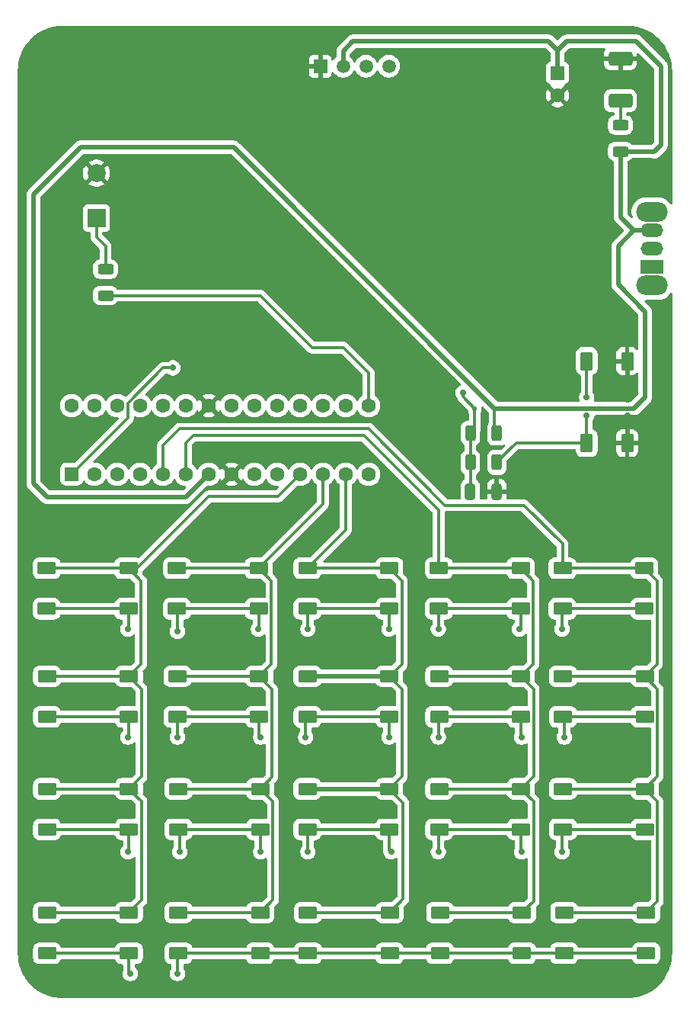
<source format=gbr>
%TF.GenerationSoftware,KiCad,Pcbnew,9.0.5*%
%TF.CreationDate,2026-01-24T15:15:31+01:00*%
%TF.ProjectId,Seminarski,53656d69-6e61-4727-936b-692e6b696361,rev?*%
%TF.SameCoordinates,Original*%
%TF.FileFunction,Copper,L1,Top*%
%TF.FilePolarity,Positive*%
%FSLAX46Y46*%
G04 Gerber Fmt 4.6, Leading zero omitted, Abs format (unit mm)*
G04 Created by KiCad (PCBNEW 9.0.5) date 2026-01-24 15:15:31*
%MOMM*%
%LPD*%
G01*
G04 APERTURE LIST*
G04 Aperture macros list*
%AMRoundRect*
0 Rectangle with rounded corners*
0 $1 Rounding radius*
0 $2 $3 $4 $5 $6 $7 $8 $9 X,Y pos of 4 corners*
0 Add a 4 corners polygon primitive as box body*
4,1,4,$2,$3,$4,$5,$6,$7,$8,$9,$2,$3,0*
0 Add four circle primitives for the rounded corners*
1,1,$1+$1,$2,$3*
1,1,$1+$1,$4,$5*
1,1,$1+$1,$6,$7*
1,1,$1+$1,$8,$9*
0 Add four rect primitives between the rounded corners*
20,1,$1+$1,$2,$3,$4,$5,0*
20,1,$1+$1,$4,$5,$6,$7,0*
20,1,$1+$1,$6,$7,$8,$9,0*
20,1,$1+$1,$8,$9,$2,$3,0*%
G04 Aperture macros list end*
%TA.AperFunction,ComponentPad*%
%ADD10R,1.508000X1.508000*%
%TD*%
%TA.AperFunction,ComponentPad*%
%ADD11C,1.508000*%
%TD*%
%TA.AperFunction,ComponentPad*%
%ADD12O,2.500000X1.500000*%
%TD*%
%TA.AperFunction,ComponentPad*%
%ADD13R,2.500000X1.500000*%
%TD*%
%TA.AperFunction,ComponentPad*%
%ADD14O,3.500000X2.200000*%
%TD*%
%TA.AperFunction,SMDPad,CuDef*%
%ADD15RoundRect,0.250000X-0.800000X-0.450000X0.800000X-0.450000X0.800000X0.450000X-0.800000X0.450000X0*%
%TD*%
%TA.AperFunction,SMDPad,CuDef*%
%ADD16RoundRect,0.250000X-0.325000X-0.650000X0.325000X-0.650000X0.325000X0.650000X-0.325000X0.650000X0*%
%TD*%
%TA.AperFunction,ComponentPad*%
%ADD17R,2.000000X2.000000*%
%TD*%
%TA.AperFunction,ComponentPad*%
%ADD18C,2.000000*%
%TD*%
%TA.AperFunction,SMDPad,CuDef*%
%ADD19RoundRect,0.250000X0.312500X0.625000X-0.312500X0.625000X-0.312500X-0.625000X0.312500X-0.625000X0*%
%TD*%
%TA.AperFunction,SMDPad,CuDef*%
%ADD20RoundRect,0.249999X-1.075001X0.512501X-1.075001X-0.512501X1.075001X-0.512501X1.075001X0.512501X0*%
%TD*%
%TA.AperFunction,SMDPad,CuDef*%
%ADD21RoundRect,0.250000X-0.625000X0.312500X-0.625000X-0.312500X0.625000X-0.312500X0.625000X0.312500X0*%
%TD*%
%TA.AperFunction,SMDPad,CuDef*%
%ADD22RoundRect,0.250000X-0.450000X0.800000X-0.450000X-0.800000X0.450000X-0.800000X0.450000X0.800000X0*%
%TD*%
%TA.AperFunction,ComponentPad*%
%ADD23RoundRect,0.250000X0.550000X-0.550000X0.550000X0.550000X-0.550000X0.550000X-0.550000X-0.550000X0*%
%TD*%
%TA.AperFunction,ComponentPad*%
%ADD24C,1.600000*%
%TD*%
%TA.AperFunction,SMDPad,CuDef*%
%ADD25RoundRect,0.125000X0.125000X0.125000X-0.125000X0.125000X-0.125000X-0.125000X0.125000X-0.125000X0*%
%TD*%
%TA.AperFunction,SMDPad,CuDef*%
%ADD26RoundRect,0.250000X0.625000X-0.312500X0.625000X0.312500X-0.625000X0.312500X-0.625000X-0.312500X0*%
%TD*%
%TA.AperFunction,ComponentPad*%
%ADD27RoundRect,0.250000X-0.550000X0.550000X-0.550000X-0.550000X0.550000X-0.550000X0.550000X0.550000X0*%
%TD*%
%TA.AperFunction,ViaPad*%
%ADD28C,0.700000*%
%TD*%
%TA.AperFunction,Conductor*%
%ADD29C,0.500000*%
%TD*%
%TA.AperFunction,Conductor*%
%ADD30C,0.300000*%
%TD*%
G04 APERTURE END LIST*
D10*
%TO.P,U2,1,GND*%
%TO.N,GND*%
X169380000Y-43750000D03*
D11*
%TO.P,U2,2,VCC_IN*%
%TO.N,+3.3V*%
X171920000Y-43750000D03*
%TO.P,U2,3,SCL*%
%TO.N,Net-(U1-PC5)*%
X174460000Y-43750000D03*
%TO.P,U2,4,SDA*%
%TO.N,Net-(U1-PC4)*%
X177000000Y-43750000D03*
%TD*%
D12*
%TO.P,SW22,3,A*%
%TO.N,+3.3V*%
X206250000Y-62000000D03*
%TO.P,SW22,2,C*%
%TO.N,unconnected-(SW22-C-Pad2)*%
X206250000Y-64000000D03*
D13*
%TO.P,SW22,1,B*%
%TO.N,Net-(BT1-+)*%
X206250000Y-66000000D03*
D14*
%TO.P,SW22,*%
%TO.N,*%
X206250000Y-59900000D03*
X206250000Y-68100000D03*
%TD*%
D15*
%TO.P,SW2,1,1*%
%TO.N,C5*%
X138950000Y-99500000D03*
X148050000Y-99500000D03*
%TO.P,SW2,2,2*%
%TO.N,R1*%
X138950000Y-104000000D03*
X148050000Y-104000000D03*
%TD*%
%TO.P,SW13,1,1*%
%TO.N,C3*%
X167950000Y-99500000D03*
X177050000Y-99500000D03*
%TO.P,SW13,2,2*%
%TO.N,R1*%
X167950000Y-104000000D03*
X177050000Y-104000000D03*
%TD*%
D16*
%TO.P,C2,1*%
%TO.N,RESET*%
X186050000Y-91000000D03*
%TO.P,C2,2*%
%TO.N,GND*%
X189000000Y-91000000D03*
%TD*%
D15*
%TO.P,SW5,1,1*%
%TO.N,C5*%
X139000000Y-137750000D03*
X148100000Y-137750000D03*
%TO.P,SW5,2,2*%
%TO.N,R4*%
X139000000Y-142250000D03*
X148100000Y-142250000D03*
%TD*%
%TO.P,SW20,1,1*%
%TO.N,C1*%
X196350000Y-124000000D03*
X205450000Y-124000000D03*
%TO.P,SW20,2,2*%
%TO.N,R3*%
X196350000Y-128500000D03*
X205450000Y-128500000D03*
%TD*%
%TO.P,SW21,1,1*%
%TO.N,C1*%
X196500000Y-137750000D03*
X205600000Y-137750000D03*
%TO.P,SW21,2,2*%
%TO.N,R4*%
X196500000Y-142250000D03*
X205600000Y-142250000D03*
%TD*%
%TO.P,SW14,1,1*%
%TO.N,C2*%
X182550000Y-99500000D03*
X191650000Y-99500000D03*
%TO.P,SW14,2,2*%
%TO.N,R1*%
X182550000Y-104000000D03*
X191650000Y-104000000D03*
%TD*%
%TO.P,SW8,1,1*%
%TO.N,C4*%
X153600000Y-124000000D03*
X162700000Y-124000000D03*
%TO.P,SW8,2,2*%
%TO.N,R3*%
X153600000Y-128500000D03*
X162700000Y-128500000D03*
%TD*%
D17*
%TO.P,BZ1,1,+*%
%TO.N,Net-(BZ1-+)*%
X144500000Y-60620785D03*
D18*
%TO.P,BZ1,2,-*%
%TO.N,GND*%
X144500000Y-55620785D03*
%TD*%
D19*
%TO.P,R2,1*%
%TO.N,Net-(R2-Pad1)*%
X189000000Y-87750000D03*
%TO.P,R2,2*%
%TO.N,RESET*%
X186075000Y-87750000D03*
%TD*%
D20*
%TO.P,D2,1,K*%
%TO.N,GND*%
X202750000Y-42912500D03*
%TO.P,D2,2,A*%
%TO.N,Net-(D2-A)*%
X202750000Y-47587500D03*
%TD*%
D15*
%TO.P,SW3,1,1*%
%TO.N,C5*%
X139000000Y-111500000D03*
X148100000Y-111500000D03*
%TO.P,SW3,2,2*%
%TO.N,R2*%
X139000000Y-116000000D03*
X148100000Y-116000000D03*
%TD*%
D21*
%TO.P,R3,1*%
%TO.N,Net-(D2-A)*%
X202750000Y-50287500D03*
%TO.P,R3,2*%
%TO.N,+3.3V*%
X202750000Y-53212500D03*
%TD*%
D15*
%TO.P,SW16,1,1*%
%TO.N,C2*%
X182600000Y-124000000D03*
X191700000Y-124000000D03*
%TO.P,SW16,2,2*%
%TO.N,R3*%
X182600000Y-128500000D03*
X191700000Y-128500000D03*
%TD*%
%TO.P,SW9,1,1*%
%TO.N,C4*%
X153600000Y-137750000D03*
X162700000Y-137750000D03*
%TO.P,SW9,2,2*%
%TO.N,R4*%
X153600000Y-142250000D03*
X162700000Y-142250000D03*
%TD*%
%TO.P,SW11,1,1*%
%TO.N,C3*%
X167950000Y-124000000D03*
X177050000Y-124000000D03*
%TO.P,SW11,2,2*%
%TO.N,R3*%
X167950000Y-128500000D03*
X177050000Y-128500000D03*
%TD*%
%TO.P,SW19,1,1*%
%TO.N,C1*%
X196350000Y-111500000D03*
X205450000Y-111500000D03*
%TO.P,SW19,2,2*%
%TO.N,R2*%
X196350000Y-116000000D03*
X205450000Y-116000000D03*
%TD*%
%TO.P,SW18,1,1*%
%TO.N,C1*%
X196300000Y-99500000D03*
X205400000Y-99500000D03*
%TO.P,SW18,2,2*%
%TO.N,R1*%
X196300000Y-104000000D03*
X205400000Y-104000000D03*
%TD*%
D22*
%TO.P,SW1,1,1*%
%TO.N,GND*%
X203500000Y-76500000D03*
X203500000Y-85600000D03*
%TO.P,SW1,2,2*%
%TO.N,Net-(R2-Pad1)*%
X199000000Y-76500000D03*
X199000000Y-85600000D03*
%TD*%
D15*
%TO.P,SW17,1,1*%
%TO.N,C2*%
X182700000Y-137750000D03*
X191800000Y-137750000D03*
%TO.P,SW17,2,2*%
%TO.N,R4*%
X182700000Y-142250000D03*
X191800000Y-142250000D03*
%TD*%
%TO.P,SW15,1,1*%
%TO.N,C2*%
X182600000Y-111500000D03*
X191700000Y-111500000D03*
%TO.P,SW15,2,2*%
%TO.N,R2*%
X182600000Y-116000000D03*
X191700000Y-116000000D03*
%TD*%
D23*
%TO.P,U1,1,~{RESET}/PC6*%
%TO.N,RESET*%
X141740000Y-89055000D03*
D24*
%TO.P,U1,2,PD0*%
%TO.N,unconnected-(U1-PD0-Pad2)*%
X144280000Y-89055000D03*
%TO.P,U1,3,PD1*%
%TO.N,unconnected-(U1-PD1-Pad3)*%
X146820000Y-89055000D03*
%TO.P,U1,4,PD2*%
%TO.N,unconnected-(U1-PD2-Pad4)*%
X149360000Y-89055000D03*
%TO.P,U1,5,PD3*%
%TO.N,C1*%
X151900000Y-89055000D03*
%TO.P,U1,6,PD4*%
%TO.N,C2*%
X154440000Y-89055000D03*
%TO.P,U1,7,VCC*%
%TO.N,+3.3V*%
X156980000Y-89055000D03*
%TO.P,U1,8,GND*%
%TO.N,GND*%
X159520000Y-89055000D03*
%TO.P,U1,9,XTAL1/PB6*%
%TO.N,unconnected-(U1-XTAL1{slash}PB6-Pad9)*%
X162060000Y-89055000D03*
%TO.P,U1,10,XTAL2/PB7*%
%TO.N,unconnected-(U1-XTAL2{slash}PB7-Pad10)*%
X164600000Y-89055000D03*
%TO.P,U1,11,PD5*%
%TO.N,C5*%
X167140000Y-89055000D03*
%TO.P,U1,12,PD6*%
%TO.N,C4*%
X169680000Y-89055000D03*
%TO.P,U1,13,PD7*%
%TO.N,C3*%
X172220000Y-89055000D03*
%TO.P,U1,14,PB0*%
%TO.N,R1*%
X174760000Y-89055000D03*
%TO.P,U1,15,PB1*%
%TO.N,BUZZER*%
X174760000Y-81435000D03*
%TO.P,U1,16,PB2*%
%TO.N,R2*%
X172220000Y-81435000D03*
%TO.P,U1,17,PB3*%
%TO.N,R3*%
X169680000Y-81435000D03*
%TO.P,U1,18,PB4*%
%TO.N,R4*%
X167140000Y-81435000D03*
%TO.P,U1,19,PB5*%
%TO.N,unconnected-(U1-PB5-Pad19)*%
X164600000Y-81435000D03*
%TO.P,U1,20,AVCC*%
%TO.N,unconnected-(U1-AVCC-Pad20)*%
X162060000Y-81435000D03*
%TO.P,U1,21,AREF*%
%TO.N,unconnected-(U1-AREF-Pad21)*%
X159520000Y-81435000D03*
%TO.P,U1,22,GND*%
%TO.N,GND*%
X156980000Y-81435000D03*
%TO.P,U1,23,PC0*%
%TO.N,unconnected-(U1-PC0-Pad23)*%
X154440000Y-81435000D03*
%TO.P,U1,24,PC1*%
%TO.N,unconnected-(U1-PC1-Pad24)*%
X151900000Y-81435000D03*
%TO.P,U1,25,PC2*%
%TO.N,unconnected-(U1-PC2-Pad25)*%
X149360000Y-81435000D03*
%TO.P,U1,26,PC3*%
%TO.N,unconnected-(U1-PC3-Pad26)*%
X146820000Y-81435000D03*
%TO.P,U1,27,PC4*%
%TO.N,Net-(U1-PC4)*%
X144280000Y-81435000D03*
%TO.P,U1,28,PC5*%
%TO.N,Net-(U1-PC5)*%
X141740000Y-81435000D03*
%TD*%
D15*
%TO.P,SW7,1,1*%
%TO.N,C4*%
X153500000Y-111500000D03*
X162600000Y-111500000D03*
%TO.P,SW7,2,2*%
%TO.N,R2*%
X153500000Y-116000000D03*
X162600000Y-116000000D03*
%TD*%
D25*
%TO.P,D1,1,K*%
%TO.N,+3.3V*%
X188750000Y-81750000D03*
%TO.P,D1,2,A*%
%TO.N,RESET*%
X186550000Y-81750000D03*
%TD*%
D15*
%TO.P,SW4,1,1*%
%TO.N,C5*%
X139000000Y-124000000D03*
X148100000Y-124000000D03*
%TO.P,SW4,2,2*%
%TO.N,R3*%
X139000000Y-128500000D03*
X148100000Y-128500000D03*
%TD*%
D19*
%TO.P,R1,1*%
%TO.N,+3.3V*%
X189000000Y-84500000D03*
%TO.P,R1,2*%
%TO.N,RESET*%
X186075000Y-84500000D03*
%TD*%
D15*
%TO.P,SW10,1,1*%
%TO.N,C3*%
X168000000Y-137750000D03*
X177100000Y-137750000D03*
%TO.P,SW10,2,2*%
%TO.N,R4*%
X168000000Y-142250000D03*
X177100000Y-142250000D03*
%TD*%
%TO.P,SW6,1,1*%
%TO.N,C4*%
X153450000Y-99500000D03*
X162550000Y-99500000D03*
%TO.P,SW6,2,2*%
%TO.N,R1*%
X153450000Y-104000000D03*
X162550000Y-104000000D03*
%TD*%
D26*
%TO.P,R4,1*%
%TO.N,BUZZER*%
X145500000Y-69212500D03*
%TO.P,R4,2*%
%TO.N,Net-(BZ1-+)*%
X145500000Y-66287500D03*
%TD*%
D15*
%TO.P,SW12,1,1*%
%TO.N,C3*%
X167950000Y-111500000D03*
X177050000Y-111500000D03*
%TO.P,SW12,2,2*%
%TO.N,R2*%
X167950000Y-116000000D03*
X177050000Y-116000000D03*
%TD*%
D27*
%TO.P,C1,1*%
%TO.N,+3.3V*%
X195750000Y-44500000D03*
D24*
%TO.P,C1,2*%
%TO.N,GND*%
X195750000Y-47000000D03*
%TD*%
D28*
%TO.N,GND*%
X203500000Y-80750000D03*
X203500000Y-82550000D03*
%TO.N,RESET*%
X153000000Y-77250000D03*
X185250000Y-80000000D03*
%TO.N,Net-(R2-Pad1)*%
X199000000Y-82550000D03*
X199000000Y-80500000D03*
%TO.N,R1*%
X182500000Y-106250000D03*
X148000000Y-106250000D03*
X153500000Y-106500000D03*
X162500000Y-106250000D03*
X196250000Y-106250000D03*
X191500000Y-106250000D03*
X168000000Y-106250000D03*
X177000000Y-106250000D03*
%TO.N,R2*%
X196500000Y-118250000D03*
X167750000Y-118250000D03*
X148000000Y-118250000D03*
X177000000Y-118250000D03*
X153500000Y-118250000D03*
X191750000Y-118250000D03*
X162750000Y-118250000D03*
X182500000Y-118250000D03*
%TO.N,R3*%
X182500000Y-131000000D03*
X148000000Y-131000000D03*
X191750000Y-131000000D03*
X196250000Y-131000000D03*
X177250000Y-131000000D03*
X153750000Y-131000000D03*
X162750000Y-131000000D03*
X168000000Y-131000000D03*
%TO.N,R4*%
X153500000Y-144500000D03*
X148250000Y-144500000D03*
%TD*%
D29*
%TO.N,+3.3V*%
X173000000Y-41000000D02*
X171920000Y-42080000D01*
X171920000Y-42080000D02*
X171920000Y-43750000D01*
X194750000Y-41000000D02*
X173000000Y-41000000D01*
X195750000Y-42000000D02*
X194750000Y-41000000D01*
%TO.N,GND*%
X203500000Y-76500000D02*
X203500000Y-80750000D01*
X203500000Y-82550000D02*
X203500000Y-85600000D01*
D30*
%TO.N,Net-(BZ1-+)*%
X145500000Y-63750000D02*
X145500000Y-66287500D01*
X144500000Y-62750000D02*
X145500000Y-63750000D01*
X144500000Y-60620785D02*
X144500000Y-62750000D01*
D29*
%TO.N,+3.3V*%
X156980000Y-89055000D02*
X154414000Y-91621000D01*
X139042708Y-91621000D02*
X137500000Y-90078292D01*
X204250000Y-81750000D02*
X205500000Y-80500000D01*
X154414000Y-91621000D02*
X139042708Y-91621000D01*
X159750000Y-52750000D02*
X188750000Y-81750000D01*
X188750000Y-81750000D02*
X204250000Y-81750000D01*
X137500000Y-90078292D02*
X137500000Y-58000000D01*
X207250000Y-43750000D02*
X207250000Y-52500000D01*
X206500000Y-53250000D02*
X206462500Y-53212500D01*
X202750000Y-60500000D02*
X202750000Y-53212500D01*
X204250000Y-62000000D02*
X202750000Y-60500000D01*
D30*
X188750000Y-81750000D02*
X188750000Y-84250000D01*
D29*
X202500000Y-68000000D02*
X202500000Y-63750000D01*
X204500000Y-41000000D02*
X207250000Y-43750000D01*
X142750000Y-52750000D02*
X159750000Y-52750000D01*
D30*
X188750000Y-84250000D02*
X189000000Y-84500000D01*
D29*
X202500000Y-63750000D02*
X204250000Y-62000000D01*
X137500000Y-58000000D02*
X142750000Y-52750000D01*
X206462500Y-53212500D02*
X202750000Y-53212500D01*
X205500000Y-71000000D02*
X202500000Y-68000000D01*
X207250000Y-52500000D02*
X206500000Y-53250000D01*
X195750000Y-44500000D02*
X195750000Y-42000000D01*
X206250000Y-62000000D02*
X204250000Y-62000000D01*
X196750000Y-41000000D02*
X204500000Y-41000000D01*
X205500000Y-80500000D02*
X205500000Y-71000000D01*
X195750000Y-42000000D02*
X196750000Y-41000000D01*
D30*
%TO.N,RESET*%
X186550000Y-84025000D02*
X186075000Y-84500000D01*
X141740000Y-89055000D02*
X148000000Y-82795000D01*
X186550000Y-81750000D02*
X186550000Y-84025000D01*
X151917240Y-77250000D02*
X153000000Y-77250000D01*
X186075000Y-90975000D02*
X186050000Y-91000000D01*
X186075000Y-84500000D02*
X186075000Y-87750000D01*
X148000000Y-82795000D02*
X148000000Y-81167240D01*
X185250000Y-80000000D02*
X185250000Y-80450000D01*
X148000000Y-81167240D02*
X151917240Y-77250000D01*
X186075000Y-87750000D02*
X186075000Y-90975000D01*
X185250000Y-80450000D02*
X186550000Y-81750000D01*
%TO.N,Net-(D2-A)*%
X202750000Y-47587500D02*
X202750000Y-50287500D01*
%TO.N,Net-(R2-Pad1)*%
X189000000Y-87750000D02*
X191150000Y-85600000D01*
X199000000Y-76500000D02*
X199000000Y-80500000D01*
X199000000Y-82550000D02*
X199000000Y-85600000D01*
X191150000Y-85600000D02*
X199000000Y-85600000D01*
%TO.N,BUZZER*%
X174760000Y-77760000D02*
X174760000Y-81435000D01*
X162712500Y-69212500D02*
X168500000Y-75000000D01*
X172000000Y-75000000D02*
X174760000Y-77760000D01*
X145500000Y-69212500D02*
X162712500Y-69212500D01*
X168500000Y-75000000D02*
X172000000Y-75000000D01*
%TO.N,C5*%
X149501000Y-112901000D02*
X149501000Y-122599000D01*
X148050000Y-99500000D02*
X149451000Y-100901000D01*
X139000000Y-137750000D02*
X148100000Y-137750000D01*
X149451000Y-100901000D02*
X149451000Y-110149000D01*
X139000000Y-111500000D02*
X148100000Y-111500000D01*
X148100000Y-111500000D02*
X149501000Y-112901000D01*
X149501000Y-125401000D02*
X149501000Y-136349000D01*
X164674000Y-91521000D02*
X167140000Y-89055000D01*
X148050000Y-99500000D02*
X149000000Y-99500000D01*
X149501000Y-136349000D02*
X148100000Y-137750000D01*
X138950000Y-99500000D02*
X148050000Y-99500000D01*
X149501000Y-122599000D02*
X148100000Y-124000000D01*
X148100000Y-124000000D02*
X149501000Y-125401000D01*
X139000000Y-124000000D02*
X148100000Y-124000000D01*
X149451000Y-110149000D02*
X148100000Y-111500000D01*
X149000000Y-99500000D02*
X156979000Y-91521000D01*
X156979000Y-91521000D02*
X164674000Y-91521000D01*
%TO.N,R1*%
X177050000Y-106200000D02*
X177000000Y-106250000D01*
X153500000Y-106500000D02*
X153500000Y-104050000D01*
X168000000Y-104050000D02*
X167950000Y-104000000D01*
X162550000Y-104000000D02*
X162550000Y-106200000D01*
X167950000Y-104000000D02*
X177050000Y-104000000D01*
X182550000Y-104000000D02*
X191650000Y-104000000D01*
X148050000Y-106200000D02*
X148000000Y-106250000D01*
X148050000Y-104000000D02*
X148050000Y-106200000D01*
X191650000Y-106100000D02*
X191500000Y-106250000D01*
X162550000Y-106200000D02*
X162500000Y-106250000D01*
X153450000Y-104000000D02*
X162550000Y-104000000D01*
X153500000Y-104050000D02*
X153450000Y-104000000D01*
X191650000Y-104000000D02*
X191650000Y-106100000D01*
X182500000Y-104050000D02*
X182550000Y-104000000D01*
X196250000Y-106250000D02*
X196250000Y-104050000D01*
X168000000Y-106250000D02*
X168000000Y-104050000D01*
X196250000Y-104050000D02*
X196300000Y-104000000D01*
X177050000Y-104000000D02*
X177050000Y-106200000D01*
X182500000Y-106250000D02*
X182500000Y-104050000D01*
X138950000Y-104000000D02*
X148050000Y-104000000D01*
X196300000Y-104000000D02*
X205400000Y-104000000D01*
%TO.N,R2*%
X196500000Y-118250000D02*
X196500000Y-116150000D01*
X167750000Y-118250000D02*
X167750000Y-116200000D01*
X148100000Y-118150000D02*
X148000000Y-118250000D01*
X191700000Y-118200000D02*
X191750000Y-118250000D01*
X177050000Y-118200000D02*
X177000000Y-118250000D01*
X177050000Y-116000000D02*
X177050000Y-118200000D01*
X162600000Y-118100000D02*
X162750000Y-118250000D01*
X162600000Y-116000000D02*
X162600000Y-118100000D01*
X191700000Y-116000000D02*
X191700000Y-118200000D01*
X153500000Y-118250000D02*
X153500000Y-116000000D01*
X196500000Y-116150000D02*
X196350000Y-116000000D01*
X182500000Y-116100000D02*
X182600000Y-116000000D01*
X153500000Y-116000000D02*
X162600000Y-116000000D01*
X139000000Y-116000000D02*
X148100000Y-116000000D01*
X196350000Y-116000000D02*
X205450000Y-116000000D01*
X167750000Y-116200000D02*
X167950000Y-116000000D01*
X182500000Y-118250000D02*
X182500000Y-116100000D01*
X182600000Y-116000000D02*
X191700000Y-116000000D01*
X148100000Y-116000000D02*
X148100000Y-118150000D01*
X167950000Y-116000000D02*
X177050000Y-116000000D01*
%TO.N,R3*%
X196250000Y-128600000D02*
X196350000Y-128500000D01*
X153600000Y-128500000D02*
X162700000Y-128500000D01*
X177050000Y-128500000D02*
X177050000Y-130800000D01*
X168000000Y-131000000D02*
X168000000Y-128550000D01*
X167950000Y-128500000D02*
X177050000Y-128500000D01*
X162700000Y-130950000D02*
X162750000Y-131000000D01*
X182500000Y-131000000D02*
X182500000Y-128600000D01*
X196350000Y-128500000D02*
X205450000Y-128500000D01*
X182500000Y-128600000D02*
X182600000Y-128500000D01*
X153750000Y-128650000D02*
X153600000Y-128500000D01*
X196250000Y-131000000D02*
X196250000Y-128600000D01*
X153750000Y-131000000D02*
X153750000Y-128650000D01*
X168000000Y-128550000D02*
X167950000Y-128500000D01*
X148100000Y-130900000D02*
X148000000Y-131000000D01*
X177050000Y-130800000D02*
X177250000Y-131000000D01*
X191700000Y-128500000D02*
X191700000Y-130950000D01*
X139000000Y-128500000D02*
X148100000Y-128500000D01*
X148100000Y-128500000D02*
X148100000Y-130900000D01*
X162700000Y-128500000D02*
X162700000Y-130950000D01*
X191700000Y-130950000D02*
X191750000Y-131000000D01*
X182600000Y-128500000D02*
X191700000Y-128500000D01*
%TO.N,R4*%
X153500000Y-144500000D02*
X153500000Y-142350000D01*
X148100000Y-142250000D02*
X148100000Y-144350000D01*
X148100000Y-144350000D02*
X148250000Y-144500000D01*
X153500000Y-142350000D02*
X153600000Y-142250000D01*
X177100000Y-142250000D02*
X182350000Y-142250000D01*
X192250000Y-142250000D02*
X192500000Y-142000000D01*
X196500000Y-142250000D02*
X205600000Y-142250000D01*
X182350000Y-142250000D02*
X182600000Y-142000000D01*
X191800000Y-142250000D02*
X192250000Y-142250000D01*
X191800000Y-142250000D02*
X196500000Y-142250000D01*
X139000000Y-142250000D02*
X148100000Y-142250000D01*
X168000000Y-142250000D02*
X177100000Y-142250000D01*
X182700000Y-142250000D02*
X191800000Y-142250000D01*
X153600000Y-142250000D02*
X162700000Y-142250000D01*
X162700000Y-142250000D02*
X168000000Y-142250000D01*
%TO.N,C4*%
X164101000Y-136349000D02*
X164101000Y-125401000D01*
X162600000Y-111500000D02*
X153500000Y-111500000D01*
X163951000Y-110149000D02*
X163951000Y-100901000D01*
X162550000Y-99500000D02*
X169680000Y-92370000D01*
X153600000Y-137750000D02*
X162700000Y-137750000D01*
X162700000Y-124000000D02*
X153600000Y-124000000D01*
X164001000Y-112901000D02*
X162600000Y-111500000D01*
X162700000Y-137750000D02*
X164101000Y-136349000D01*
X169680000Y-92370000D02*
X169680000Y-89055000D01*
X162700000Y-124000000D02*
X164001000Y-122699000D01*
X163951000Y-100901000D02*
X162550000Y-99500000D01*
X164001000Y-122699000D02*
X164001000Y-112901000D01*
X164101000Y-125401000D02*
X162700000Y-124000000D01*
X162600000Y-111500000D02*
X163951000Y-110149000D01*
X162550000Y-99500000D02*
X153450000Y-99500000D01*
%TO.N,C3*%
X178451000Y-112901000D02*
X178451000Y-122599000D01*
X177050000Y-99500000D02*
X178451000Y-100901000D01*
X167950000Y-99500000D02*
X172220000Y-95230000D01*
X177050000Y-124000000D02*
X178601000Y-125551000D01*
D29*
X167950000Y-124000000D02*
X177050000Y-124000000D01*
D30*
X177050000Y-111500000D02*
X178451000Y-112901000D01*
X178451000Y-122599000D02*
X177050000Y-124000000D01*
X178601000Y-136249000D02*
X177100000Y-137750000D01*
D29*
X167950000Y-111500000D02*
X177050000Y-111500000D01*
D30*
X167950000Y-99500000D02*
X177050000Y-99500000D01*
X178601000Y-125551000D02*
X178601000Y-136249000D01*
X178451000Y-110149000D02*
X177100000Y-111500000D01*
X172220000Y-95230000D02*
X172220000Y-89055000D01*
X178451000Y-100901000D02*
X178451000Y-110149000D01*
X168000000Y-137750000D02*
X177100000Y-137750000D01*
%TO.N,C2*%
X193051000Y-100901000D02*
X193051000Y-110149000D01*
X182600000Y-111500000D02*
X191700000Y-111500000D01*
X191700000Y-124000000D02*
X193101000Y-125401000D01*
X182550000Y-93050000D02*
X174250000Y-84750000D01*
X182700000Y-137750000D02*
X191800000Y-137750000D01*
X154440000Y-85560000D02*
X154440000Y-89055000D01*
X174250000Y-84750000D02*
X155250000Y-84750000D01*
X193101000Y-136449000D02*
X191800000Y-137750000D01*
X182550000Y-99500000D02*
X182550000Y-93050000D01*
X193101000Y-125401000D02*
X193101000Y-136449000D01*
X155250000Y-84750000D02*
X154440000Y-85560000D01*
X193051000Y-110149000D02*
X191700000Y-111500000D01*
X191650000Y-99500000D02*
X193051000Y-100901000D01*
X182550000Y-99500000D02*
X191650000Y-99500000D01*
X193101000Y-122599000D02*
X191700000Y-124000000D01*
X193101000Y-112901000D02*
X193101000Y-122599000D01*
X182600000Y-124000000D02*
X191700000Y-124000000D01*
X191700000Y-111500000D02*
X193101000Y-112901000D01*
%TO.N,C1*%
X196300000Y-99500000D02*
X205400000Y-99500000D01*
X206801000Y-100901000D02*
X206801000Y-110149000D01*
X192000000Y-92500000D02*
X183250000Y-92500000D01*
X206851000Y-136499000D02*
X205600000Y-137750000D01*
X205400000Y-99500000D02*
X206801000Y-100901000D01*
X196300000Y-99500000D02*
X196300000Y-96800000D01*
X205450000Y-124000000D02*
X206851000Y-125401000D01*
X196500000Y-137750000D02*
X205600000Y-137750000D01*
X174750000Y-84000000D02*
X153750000Y-84000000D01*
X183250000Y-92500000D02*
X174750000Y-84000000D01*
X153750000Y-84000000D02*
X151900000Y-85850000D01*
X205450000Y-111500000D02*
X206851000Y-112901000D01*
X196350000Y-111500000D02*
X205450000Y-111500000D01*
X196300000Y-96800000D02*
X192000000Y-92500000D01*
X206851000Y-122599000D02*
X205450000Y-124000000D01*
X151900000Y-85850000D02*
X151900000Y-89055000D01*
X206851000Y-125401000D02*
X206851000Y-136499000D01*
X206851000Y-112901000D02*
X206851000Y-122599000D01*
X206801000Y-110149000D02*
X205450000Y-111500000D01*
X196350000Y-124000000D02*
X205450000Y-124000000D01*
%TD*%
%TA.AperFunction,Conductor*%
%TO.N,GND*%
G36*
X203502562Y-39250605D02*
G01*
X203870277Y-39265814D01*
X203875906Y-39266177D01*
X203959956Y-39273530D01*
X203964429Y-39274004D01*
X204287028Y-39314216D01*
X204293169Y-39315140D01*
X204371766Y-39328999D01*
X204375594Y-39329737D01*
X204699008Y-39397549D01*
X204705622Y-39399128D01*
X204774576Y-39417604D01*
X204777787Y-39418512D01*
X205103169Y-39515383D01*
X205110157Y-39517692D01*
X205164056Y-39537310D01*
X205166678Y-39538299D01*
X205496425Y-39666967D01*
X205503729Y-39670089D01*
X205534837Y-39684595D01*
X205536641Y-39685458D01*
X205874902Y-39850823D01*
X205883883Y-39855683D01*
X206230070Y-40061966D01*
X206238638Y-40067564D01*
X206566593Y-40301719D01*
X206574668Y-40308005D01*
X206882155Y-40568433D01*
X206889695Y-40575374D01*
X207174625Y-40860304D01*
X207181566Y-40867844D01*
X207441989Y-41175325D01*
X207448284Y-41183412D01*
X207682431Y-41511355D01*
X207688037Y-41519935D01*
X207894309Y-41866105D01*
X207899186Y-41875119D01*
X208064467Y-42213206D01*
X208065450Y-42215262D01*
X208079902Y-42246255D01*
X208083036Y-42253584D01*
X208211691Y-42583300D01*
X208212696Y-42585964D01*
X208232299Y-42639822D01*
X208234622Y-42646851D01*
X208331475Y-42972173D01*
X208332405Y-42975462D01*
X208350867Y-43044364D01*
X208352453Y-43051010D01*
X208420250Y-43374350D01*
X208421005Y-43378265D01*
X208434854Y-43456807D01*
X208435786Y-43463001D01*
X208475990Y-43785538D01*
X208476470Y-43790069D01*
X208483819Y-43874067D01*
X208484185Y-43879749D01*
X208499394Y-44247437D01*
X208499500Y-44252562D01*
X208499500Y-58997837D01*
X208479815Y-59064876D01*
X208427011Y-59110631D01*
X208357853Y-59120575D01*
X208294297Y-59091550D01*
X208271815Y-59065036D01*
X208271734Y-59065096D01*
X208270947Y-59064014D01*
X208269776Y-59062632D01*
X208268871Y-59061155D01*
X208120798Y-58857350D01*
X208120794Y-58857345D01*
X207942654Y-58679205D01*
X207942649Y-58679201D01*
X207738848Y-58531132D01*
X207738847Y-58531131D01*
X207738845Y-58531130D01*
X207668747Y-58495413D01*
X207514383Y-58416760D01*
X207274785Y-58338910D01*
X207025962Y-58299500D01*
X205474038Y-58299500D01*
X205349626Y-58319205D01*
X205225214Y-58338910D01*
X204985616Y-58416760D01*
X204761151Y-58531132D01*
X204557350Y-58679201D01*
X204557345Y-58679205D01*
X204379205Y-58857345D01*
X204379201Y-58857350D01*
X204231132Y-59061151D01*
X204116760Y-59285616D01*
X204038910Y-59525214D01*
X203999500Y-59774038D01*
X203999500Y-60025961D01*
X204038910Y-60274786D01*
X204038910Y-60274789D01*
X204097218Y-60454240D01*
X204099213Y-60524081D01*
X204063133Y-60583914D01*
X204000432Y-60614742D01*
X203931018Y-60606777D01*
X203891607Y-60580240D01*
X203536819Y-60225451D01*
X203503334Y-60164128D01*
X203500500Y-60137770D01*
X203500500Y-54363585D01*
X203520185Y-54296546D01*
X203572989Y-54250791D01*
X203585489Y-54245881D01*
X203694334Y-54209814D01*
X203843656Y-54117712D01*
X203962049Y-53999319D01*
X204023372Y-53965834D01*
X204049730Y-53963000D01*
X206235521Y-53963000D01*
X206274970Y-53970847D01*
X206275261Y-53969890D01*
X206281083Y-53971656D01*
X206281088Y-53971658D01*
X206281092Y-53971658D01*
X206281093Y-53971659D01*
X206426080Y-54000500D01*
X206426083Y-54000500D01*
X206573919Y-54000500D01*
X206671461Y-53981096D01*
X206718912Y-53971658D01*
X206855494Y-53915084D01*
X206978416Y-53832952D01*
X207832951Y-52978416D01*
X207915084Y-52855495D01*
X207971658Y-52718913D01*
X207981096Y-52671462D01*
X208000500Y-52573920D01*
X208000500Y-43676079D01*
X207971659Y-43531092D01*
X207971658Y-43531091D01*
X207971658Y-43531087D01*
X207971656Y-43531082D01*
X207915087Y-43394511D01*
X207915080Y-43394498D01*
X207832952Y-43271585D01*
X207781934Y-43220567D01*
X207728416Y-43167049D01*
X207056867Y-42495500D01*
X204978421Y-40417052D01*
X204978414Y-40417046D01*
X204904729Y-40367812D01*
X204904729Y-40367813D01*
X204855491Y-40334913D01*
X204718917Y-40278343D01*
X204718907Y-40278340D01*
X204573920Y-40249500D01*
X204573918Y-40249500D01*
X196676082Y-40249500D01*
X196676076Y-40249500D01*
X196647242Y-40255234D01*
X196647243Y-40255235D01*
X196531093Y-40278339D01*
X196531089Y-40278340D01*
X196467472Y-40304692D01*
X196394506Y-40334915D01*
X196312372Y-40389795D01*
X196271585Y-40417047D01*
X196271581Y-40417050D01*
X195837681Y-40850950D01*
X195776358Y-40884435D01*
X195706666Y-40879451D01*
X195662319Y-40850950D01*
X195228421Y-40417052D01*
X195228414Y-40417046D01*
X195154729Y-40367812D01*
X195154729Y-40367813D01*
X195105491Y-40334913D01*
X194968917Y-40278343D01*
X194968907Y-40278340D01*
X194823920Y-40249500D01*
X194823918Y-40249500D01*
X172926082Y-40249500D01*
X172926076Y-40249500D01*
X172897242Y-40255234D01*
X172897243Y-40255235D01*
X172781093Y-40278339D01*
X172781089Y-40278340D01*
X172717472Y-40304692D01*
X172644506Y-40334915D01*
X172562372Y-40389795D01*
X172521585Y-40417047D01*
X172521581Y-40417050D01*
X171337048Y-41601583D01*
X171315763Y-41633439D01*
X171294620Y-41665084D01*
X171274768Y-41694794D01*
X171254916Y-41724504D01*
X171254912Y-41724511D01*
X171198343Y-41861082D01*
X171198340Y-41861092D01*
X171169500Y-42006079D01*
X171169500Y-42681441D01*
X171149815Y-42748480D01*
X171118385Y-42781759D01*
X171102754Y-42793115D01*
X171102749Y-42793119D01*
X170963115Y-42932753D01*
X170858318Y-43076997D01*
X170802989Y-43119663D01*
X170733375Y-43125642D01*
X170671580Y-43093037D01*
X170637223Y-43032198D01*
X170634000Y-43004112D01*
X170634000Y-42948172D01*
X170633999Y-42948155D01*
X170627598Y-42888627D01*
X170627596Y-42888620D01*
X170577354Y-42753913D01*
X170577350Y-42753906D01*
X170491190Y-42638812D01*
X170491187Y-42638809D01*
X170376093Y-42552649D01*
X170376086Y-42552645D01*
X170241379Y-42502403D01*
X170241372Y-42502401D01*
X170181844Y-42496000D01*
X169630000Y-42496000D01*
X169630000Y-43316988D01*
X169572993Y-43284075D01*
X169445826Y-43250000D01*
X169314174Y-43250000D01*
X169187007Y-43284075D01*
X169130000Y-43316988D01*
X169130000Y-42496000D01*
X168578155Y-42496000D01*
X168518627Y-42502401D01*
X168518620Y-42502403D01*
X168383913Y-42552645D01*
X168383906Y-42552649D01*
X168268812Y-42638809D01*
X168268809Y-42638812D01*
X168182649Y-42753906D01*
X168182645Y-42753913D01*
X168132403Y-42888620D01*
X168132401Y-42888627D01*
X168126000Y-42948155D01*
X168126000Y-43500000D01*
X168946988Y-43500000D01*
X168914075Y-43557007D01*
X168880000Y-43684174D01*
X168880000Y-43815826D01*
X168914075Y-43942993D01*
X168946988Y-44000000D01*
X168126000Y-44000000D01*
X168126000Y-44551844D01*
X168132401Y-44611372D01*
X168132403Y-44611379D01*
X168182645Y-44746086D01*
X168182649Y-44746093D01*
X168268809Y-44861187D01*
X168268812Y-44861190D01*
X168383906Y-44947350D01*
X168383913Y-44947354D01*
X168518620Y-44997596D01*
X168518627Y-44997598D01*
X168578155Y-45003999D01*
X168578172Y-45004000D01*
X169130000Y-45004000D01*
X169130000Y-44183012D01*
X169187007Y-44215925D01*
X169314174Y-44250000D01*
X169445826Y-44250000D01*
X169572993Y-44215925D01*
X169630000Y-44183012D01*
X169630000Y-45004000D01*
X170181828Y-45004000D01*
X170181844Y-45003999D01*
X170241372Y-44997598D01*
X170241379Y-44997596D01*
X170376086Y-44947354D01*
X170376093Y-44947350D01*
X170491187Y-44861190D01*
X170491190Y-44861187D01*
X170577350Y-44746093D01*
X170577354Y-44746086D01*
X170627596Y-44611379D01*
X170627598Y-44611372D01*
X170633999Y-44551844D01*
X170634000Y-44551827D01*
X170634000Y-44495887D01*
X170653685Y-44428848D01*
X170706489Y-44383093D01*
X170775647Y-44373149D01*
X170839203Y-44402174D01*
X170858314Y-44422997D01*
X170911272Y-44495887D01*
X170963121Y-44567252D01*
X171102753Y-44706884D01*
X171252234Y-44815486D01*
X171262499Y-44822944D01*
X171438439Y-44912591D01*
X171545417Y-44947350D01*
X171626236Y-44973610D01*
X171821264Y-45004500D01*
X171821269Y-45004500D01*
X172018736Y-45004500D01*
X172213763Y-44973610D01*
X172401561Y-44912591D01*
X172577501Y-44822944D01*
X172683288Y-44746086D01*
X172737246Y-44706884D01*
X172737248Y-44706881D01*
X172737252Y-44706879D01*
X172876879Y-44567252D01*
X172876881Y-44567248D01*
X172876884Y-44567246D01*
X172992941Y-44407505D01*
X172992942Y-44407504D01*
X172992944Y-44407501D01*
X173079517Y-44237593D01*
X173127490Y-44186800D01*
X173195311Y-44170005D01*
X173261446Y-44192542D01*
X173300482Y-44237593D01*
X173369553Y-44373149D01*
X173387058Y-44407505D01*
X173503115Y-44567246D01*
X173642753Y-44706884D01*
X173792234Y-44815486D01*
X173802499Y-44822944D01*
X173978439Y-44912591D01*
X174085417Y-44947350D01*
X174166236Y-44973610D01*
X174361264Y-45004500D01*
X174361269Y-45004500D01*
X174558736Y-45004500D01*
X174753763Y-44973610D01*
X174941561Y-44912591D01*
X175117501Y-44822944D01*
X175223288Y-44746086D01*
X175277246Y-44706884D01*
X175277248Y-44706881D01*
X175277252Y-44706879D01*
X175416879Y-44567252D01*
X175416881Y-44567248D01*
X175416884Y-44567246D01*
X175532941Y-44407505D01*
X175532942Y-44407504D01*
X175532944Y-44407501D01*
X175619517Y-44237593D01*
X175667490Y-44186800D01*
X175735311Y-44170005D01*
X175801446Y-44192542D01*
X175840482Y-44237593D01*
X175909553Y-44373149D01*
X175927058Y-44407505D01*
X176043115Y-44567246D01*
X176182753Y-44706884D01*
X176332234Y-44815486D01*
X176342499Y-44822944D01*
X176518439Y-44912591D01*
X176625417Y-44947350D01*
X176706236Y-44973610D01*
X176901264Y-45004500D01*
X176901269Y-45004500D01*
X177098736Y-45004500D01*
X177293763Y-44973610D01*
X177481561Y-44912591D01*
X177657501Y-44822944D01*
X177763288Y-44746086D01*
X177817246Y-44706884D01*
X177817248Y-44706881D01*
X177817252Y-44706879D01*
X177956879Y-44567252D01*
X177956881Y-44567248D01*
X177956884Y-44567246D01*
X178008728Y-44495887D01*
X178072944Y-44407501D01*
X178162591Y-44231561D01*
X178223610Y-44043763D01*
X178227799Y-44017316D01*
X178254500Y-43848736D01*
X178254500Y-43651263D01*
X178223610Y-43456236D01*
X178191460Y-43357289D01*
X178162591Y-43268439D01*
X178072944Y-43092499D01*
X178037972Y-43044364D01*
X177956884Y-42932753D01*
X177817246Y-42793115D01*
X177657504Y-42677058D01*
X177657503Y-42677057D01*
X177657501Y-42677056D01*
X177481561Y-42587409D01*
X177468915Y-42583300D01*
X177293763Y-42526389D01*
X177098736Y-42495500D01*
X177098731Y-42495500D01*
X176901269Y-42495500D01*
X176901264Y-42495500D01*
X176706236Y-42526389D01*
X176518441Y-42587408D01*
X176342495Y-42677058D01*
X176182753Y-42793115D01*
X176043115Y-42932753D01*
X175927058Y-43092495D01*
X175927056Y-43092499D01*
X175844781Y-43253972D01*
X175840485Y-43262403D01*
X175792510Y-43313199D01*
X175724689Y-43329994D01*
X175658554Y-43307456D01*
X175619515Y-43262403D01*
X175532944Y-43092499D01*
X175497972Y-43044364D01*
X175416884Y-42932753D01*
X175277246Y-42793115D01*
X175117504Y-42677058D01*
X175117503Y-42677057D01*
X175117501Y-42677056D01*
X174941561Y-42587409D01*
X174928915Y-42583300D01*
X174753763Y-42526389D01*
X174558736Y-42495500D01*
X174558731Y-42495500D01*
X174361269Y-42495500D01*
X174361264Y-42495500D01*
X174166236Y-42526389D01*
X173978441Y-42587408D01*
X173802495Y-42677058D01*
X173642753Y-42793115D01*
X173503115Y-42932753D01*
X173387058Y-43092495D01*
X173387056Y-43092499D01*
X173304781Y-43253972D01*
X173300485Y-43262403D01*
X173252510Y-43313199D01*
X173184689Y-43329994D01*
X173118554Y-43307456D01*
X173079515Y-43262403D01*
X172992944Y-43092499D01*
X172957972Y-43044364D01*
X172876884Y-42932753D01*
X172737250Y-42793119D01*
X172737245Y-42793115D01*
X172721615Y-42781759D01*
X172718274Y-42777427D01*
X172713297Y-42775154D01*
X172697164Y-42750051D01*
X172678949Y-42726429D01*
X172677696Y-42719757D01*
X172675523Y-42716376D01*
X172670500Y-42681441D01*
X172670500Y-42442229D01*
X172690185Y-42375190D01*
X172706819Y-42354548D01*
X173274548Y-41786819D01*
X173335871Y-41753334D01*
X173362229Y-41750500D01*
X194387770Y-41750500D01*
X194454809Y-41770185D01*
X194475451Y-41786819D01*
X194963181Y-42274548D01*
X194996666Y-42335871D01*
X194999500Y-42362229D01*
X194999500Y-43136267D01*
X194979815Y-43203306D01*
X194927011Y-43249061D01*
X194914506Y-43253972D01*
X194880671Y-43265184D01*
X194880663Y-43265187D01*
X194731342Y-43357289D01*
X194607289Y-43481342D01*
X194515187Y-43630663D01*
X194515185Y-43630668D01*
X194497455Y-43684174D01*
X194460001Y-43797203D01*
X194460001Y-43797204D01*
X194460000Y-43797204D01*
X194449500Y-43899983D01*
X194449500Y-45100001D01*
X194449501Y-45100018D01*
X194460000Y-45202796D01*
X194460001Y-45202799D01*
X194515185Y-45369331D01*
X194515186Y-45369334D01*
X194607288Y-45518656D01*
X194731344Y-45642712D01*
X194880666Y-45734814D01*
X194942440Y-45755284D01*
X194999884Y-45795055D01*
X195026707Y-45859571D01*
X195027053Y-45882719D01*
X195024077Y-45920524D01*
X195703554Y-46600000D01*
X195697339Y-46600000D01*
X195595606Y-46627259D01*
X195504394Y-46679920D01*
X195429920Y-46754394D01*
X195377259Y-46845606D01*
X195350000Y-46947339D01*
X195350000Y-46953553D01*
X194670524Y-46274077D01*
X194670523Y-46274077D01*
X194638143Y-46318644D01*
X194545244Y-46500968D01*
X194482009Y-46695582D01*
X194450000Y-46897682D01*
X194450000Y-47102317D01*
X194482009Y-47304417D01*
X194545244Y-47499031D01*
X194638141Y-47681350D01*
X194638147Y-47681359D01*
X194670523Y-47725921D01*
X194670524Y-47725922D01*
X195350000Y-47046446D01*
X195350000Y-47052661D01*
X195377259Y-47154394D01*
X195429920Y-47245606D01*
X195504394Y-47320080D01*
X195595606Y-47372741D01*
X195697339Y-47400000D01*
X195703553Y-47400000D01*
X195024076Y-48079474D01*
X195068650Y-48111859D01*
X195250968Y-48204755D01*
X195445582Y-48267990D01*
X195647683Y-48300000D01*
X195852317Y-48300000D01*
X196054417Y-48267990D01*
X196249031Y-48204755D01*
X196431349Y-48111859D01*
X196475921Y-48079474D01*
X195796447Y-47400000D01*
X195802661Y-47400000D01*
X195904394Y-47372741D01*
X195995606Y-47320080D01*
X196070080Y-47245606D01*
X196122741Y-47154394D01*
X196150000Y-47052661D01*
X196150000Y-47046447D01*
X196829474Y-47725921D01*
X196861859Y-47681349D01*
X196954755Y-47499031D01*
X197017990Y-47304417D01*
X197050000Y-47102317D01*
X197050000Y-47024982D01*
X200924500Y-47024982D01*
X200924500Y-48150017D01*
X200935000Y-48252796D01*
X200935001Y-48252798D01*
X200990186Y-48419335D01*
X201082288Y-48568656D01*
X201206344Y-48692712D01*
X201355665Y-48784814D01*
X201522202Y-48839999D01*
X201624990Y-48850500D01*
X201975500Y-48850500D01*
X201984185Y-48853050D01*
X201993147Y-48851762D01*
X202017187Y-48862740D01*
X202042539Y-48870185D01*
X202048466Y-48877025D01*
X202056703Y-48880787D01*
X202070992Y-48903021D01*
X202088294Y-48922989D01*
X202090581Y-48933503D01*
X202094477Y-48939565D01*
X202099500Y-48974500D01*
X202099500Y-49110018D01*
X202079815Y-49177057D01*
X202027011Y-49222812D01*
X201988107Y-49233376D01*
X201972200Y-49235001D01*
X201805668Y-49290185D01*
X201805663Y-49290187D01*
X201656342Y-49382289D01*
X201532289Y-49506342D01*
X201440187Y-49655663D01*
X201440186Y-49655666D01*
X201385001Y-49822203D01*
X201385001Y-49822204D01*
X201385000Y-49822204D01*
X201374500Y-49924983D01*
X201374500Y-50650001D01*
X201374501Y-50650019D01*
X201385000Y-50752796D01*
X201385001Y-50752799D01*
X201440185Y-50919331D01*
X201440186Y-50919334D01*
X201532288Y-51068656D01*
X201656344Y-51192712D01*
X201805666Y-51284814D01*
X201972203Y-51339999D01*
X202074991Y-51350500D01*
X203425008Y-51350499D01*
X203527797Y-51339999D01*
X203694334Y-51284814D01*
X203843656Y-51192712D01*
X203967712Y-51068656D01*
X204059814Y-50919334D01*
X204114999Y-50752797D01*
X204125500Y-50650009D01*
X204125499Y-49924992D01*
X204114999Y-49822203D01*
X204059814Y-49655666D01*
X203967712Y-49506344D01*
X203843656Y-49382288D01*
X203694334Y-49290186D01*
X203527797Y-49235001D01*
X203523965Y-49234609D01*
X203511894Y-49233376D01*
X203509457Y-49232381D01*
X203506853Y-49232756D01*
X203477296Y-49219258D01*
X203447203Y-49206978D01*
X203445690Y-49204824D01*
X203443297Y-49203731D01*
X203425729Y-49176395D01*
X203407053Y-49149796D01*
X203406507Y-49146485D01*
X203405523Y-49144953D01*
X203400500Y-49110018D01*
X203400500Y-48974500D01*
X203420185Y-48907461D01*
X203472989Y-48861706D01*
X203524500Y-48850500D01*
X203875005Y-48850500D01*
X203875010Y-48850500D01*
X203977798Y-48839999D01*
X204144335Y-48784814D01*
X204293656Y-48692712D01*
X204417712Y-48568656D01*
X204509814Y-48419335D01*
X204564999Y-48252798D01*
X204575500Y-48150010D01*
X204575500Y-47024990D01*
X204564999Y-46922202D01*
X204509814Y-46755665D01*
X204417712Y-46606344D01*
X204293656Y-46482288D01*
X204144335Y-46390186D01*
X203977798Y-46335001D01*
X203977796Y-46335000D01*
X203875017Y-46324500D01*
X203875010Y-46324500D01*
X201624990Y-46324500D01*
X201624982Y-46324500D01*
X201522203Y-46335000D01*
X201522202Y-46335001D01*
X201439669Y-46362349D01*
X201355667Y-46390185D01*
X201355662Y-46390187D01*
X201206342Y-46482289D01*
X201082289Y-46606342D01*
X200990187Y-46755662D01*
X200990186Y-46755665D01*
X200935001Y-46922202D01*
X200935001Y-46922203D01*
X200935000Y-46922203D01*
X200924500Y-47024982D01*
X197050000Y-47024982D01*
X197050000Y-46897682D01*
X197017990Y-46695582D01*
X196954755Y-46500968D01*
X196861859Y-46318650D01*
X196829474Y-46274077D01*
X196829474Y-46274076D01*
X196150000Y-46953551D01*
X196150000Y-46947339D01*
X196122741Y-46845606D01*
X196070080Y-46754394D01*
X195995606Y-46679920D01*
X195904394Y-46627259D01*
X195802661Y-46600000D01*
X195796446Y-46600000D01*
X196475921Y-45920525D01*
X196472946Y-45882719D01*
X196487310Y-45814341D01*
X196536361Y-45764584D01*
X196557555Y-45755285D01*
X196619334Y-45734814D01*
X196768656Y-45642712D01*
X196892712Y-45518656D01*
X196984814Y-45369334D01*
X197039999Y-45202797D01*
X197050500Y-45100009D01*
X197050499Y-43899992D01*
X197049819Y-43893340D01*
X197039999Y-43797203D01*
X197039998Y-43797200D01*
X197022412Y-43744130D01*
X196984814Y-43630666D01*
X196892712Y-43481344D01*
X196886354Y-43474986D01*
X200925001Y-43474986D01*
X200935494Y-43577696D01*
X200935494Y-43577698D01*
X200990640Y-43744119D01*
X200990645Y-43744130D01*
X201082680Y-43893340D01*
X201082683Y-43893344D01*
X201206655Y-44017316D01*
X201206659Y-44017319D01*
X201355869Y-44109354D01*
X201355880Y-44109359D01*
X201522302Y-44164505D01*
X201625020Y-44174999D01*
X202499999Y-44174999D01*
X203000000Y-44174999D01*
X203874972Y-44174999D01*
X203874986Y-44174998D01*
X203977696Y-44164505D01*
X203977698Y-44164505D01*
X204144119Y-44109359D01*
X204144130Y-44109354D01*
X204293340Y-44017319D01*
X204293344Y-44017316D01*
X204417316Y-43893344D01*
X204417319Y-43893340D01*
X204509354Y-43744130D01*
X204509359Y-43744119D01*
X204564505Y-43577697D01*
X204574999Y-43474986D01*
X204575000Y-43474973D01*
X204575000Y-43162500D01*
X203000000Y-43162500D01*
X203000000Y-44174999D01*
X202499999Y-44174999D01*
X202500000Y-44174998D01*
X202500000Y-43162500D01*
X200925001Y-43162500D01*
X200925001Y-43474986D01*
X196886354Y-43474986D01*
X196768656Y-43357288D01*
X196649958Y-43284075D01*
X196619336Y-43265187D01*
X196619335Y-43265186D01*
X196619334Y-43265186D01*
X196610936Y-43262403D01*
X196585494Y-43253972D01*
X196565462Y-43240102D01*
X196543297Y-43229980D01*
X196537248Y-43220567D01*
X196528050Y-43214199D01*
X196518696Y-43191700D01*
X196505523Y-43171202D01*
X196503063Y-43154098D01*
X196501228Y-43149683D01*
X196500500Y-43136267D01*
X196500500Y-42362229D01*
X196520185Y-42295190D01*
X196536819Y-42274548D01*
X197024548Y-41786819D01*
X197085871Y-41753334D01*
X197112229Y-41750500D01*
X200972246Y-41750500D01*
X201039285Y-41770185D01*
X201085040Y-41822989D01*
X201094984Y-41892147D01*
X201077784Y-41939597D01*
X200990645Y-42080869D01*
X200990640Y-42080880D01*
X200935494Y-42247302D01*
X200925000Y-42350013D01*
X200925000Y-42662500D01*
X204574999Y-42662500D01*
X204574999Y-42435728D01*
X204594684Y-42368689D01*
X204647488Y-42322934D01*
X204716646Y-42312990D01*
X204780202Y-42342015D01*
X204786669Y-42348036D01*
X205348102Y-42909469D01*
X206463181Y-44024548D01*
X206496666Y-44085871D01*
X206499500Y-44112229D01*
X206499500Y-52137770D01*
X206479815Y-52204809D01*
X206463181Y-52225451D01*
X206262951Y-52425681D01*
X206201628Y-52459166D01*
X206175270Y-52462000D01*
X204049730Y-52462000D01*
X203982691Y-52442315D01*
X203962049Y-52425681D01*
X203843657Y-52307289D01*
X203843656Y-52307288D01*
X203750888Y-52250069D01*
X203694336Y-52215187D01*
X203694331Y-52215185D01*
X203663018Y-52204809D01*
X203527797Y-52160001D01*
X203527795Y-52160000D01*
X203425010Y-52149500D01*
X202074998Y-52149500D01*
X202074981Y-52149501D01*
X201972203Y-52160000D01*
X201972200Y-52160001D01*
X201805668Y-52215185D01*
X201805663Y-52215187D01*
X201656342Y-52307289D01*
X201532289Y-52431342D01*
X201440187Y-52580663D01*
X201440186Y-52580666D01*
X201385001Y-52747203D01*
X201385001Y-52747204D01*
X201385000Y-52747204D01*
X201374500Y-52849983D01*
X201374500Y-53575001D01*
X201374501Y-53575019D01*
X201385000Y-53677796D01*
X201385001Y-53677799D01*
X201436413Y-53832947D01*
X201440186Y-53844334D01*
X201532288Y-53993656D01*
X201656344Y-54117712D01*
X201805666Y-54209814D01*
X201914505Y-54245879D01*
X201971949Y-54285652D01*
X201998772Y-54350167D01*
X201999500Y-54363585D01*
X201999500Y-60573918D01*
X201999500Y-60573920D01*
X201999499Y-60573920D01*
X202028340Y-60718907D01*
X202028343Y-60718917D01*
X202084914Y-60855492D01*
X202117812Y-60904727D01*
X202117813Y-60904730D01*
X202167046Y-60978414D01*
X202167052Y-60978421D01*
X203100950Y-61912318D01*
X203134435Y-61973641D01*
X203129451Y-62043332D01*
X203100950Y-62087680D01*
X201917047Y-63271584D01*
X201917045Y-63271586D01*
X201880381Y-63326462D01*
X201880379Y-63326465D01*
X201834919Y-63394499D01*
X201834912Y-63394511D01*
X201778343Y-63531082D01*
X201778340Y-63531092D01*
X201749500Y-63676079D01*
X201749500Y-63676082D01*
X201749500Y-68073918D01*
X201749500Y-68073920D01*
X201749499Y-68073920D01*
X201778340Y-68218907D01*
X201778343Y-68218917D01*
X201834913Y-68355490D01*
X201834914Y-68355491D01*
X201834916Y-68355495D01*
X201859860Y-68392826D01*
X201917048Y-68478416D01*
X203321317Y-69882685D01*
X204713181Y-71274548D01*
X204746666Y-71335871D01*
X204749500Y-71362229D01*
X204749500Y-75139477D01*
X204729815Y-75206516D01*
X204677011Y-75252271D01*
X204607853Y-75262215D01*
X204544297Y-75233190D01*
X204537819Y-75227158D01*
X204418345Y-75107684D01*
X204269124Y-75015643D01*
X204269119Y-75015641D01*
X204102697Y-74960494D01*
X204102690Y-74960493D01*
X203999986Y-74950000D01*
X203750000Y-74950000D01*
X203750000Y-78049999D01*
X203999972Y-78049999D01*
X203999986Y-78049998D01*
X204102697Y-78039505D01*
X204269119Y-77984358D01*
X204269124Y-77984356D01*
X204418345Y-77892315D01*
X204537819Y-77772842D01*
X204599142Y-77739357D01*
X204668834Y-77744341D01*
X204724767Y-77786213D01*
X204749184Y-77851677D01*
X204749500Y-77860523D01*
X204749500Y-80137770D01*
X204729815Y-80204809D01*
X204713181Y-80225451D01*
X203975451Y-80963181D01*
X203914128Y-80996666D01*
X203887770Y-80999500D01*
X199899254Y-80999500D01*
X199832215Y-80979815D01*
X199786460Y-80927011D01*
X199776516Y-80857853D01*
X199784693Y-80828047D01*
X199817816Y-80748082D01*
X199850500Y-80583767D01*
X199850500Y-80416233D01*
X199817816Y-80251918D01*
X199753703Y-80097137D01*
X199671398Y-79973959D01*
X199650520Y-79907281D01*
X199650500Y-79905068D01*
X199650500Y-78113732D01*
X199670185Y-78046693D01*
X199722989Y-78000938D01*
X199735495Y-77996026D01*
X199769334Y-77984814D01*
X199918656Y-77892712D01*
X200042712Y-77768656D01*
X200134814Y-77619334D01*
X200189999Y-77452797D01*
X200200500Y-77350009D01*
X200200500Y-77349986D01*
X202300001Y-77349986D01*
X202310494Y-77452697D01*
X202365641Y-77619119D01*
X202365643Y-77619124D01*
X202457684Y-77768345D01*
X202581654Y-77892315D01*
X202730875Y-77984356D01*
X202730880Y-77984358D01*
X202897302Y-78039505D01*
X202897309Y-78039506D01*
X203000019Y-78049999D01*
X203249999Y-78049999D01*
X203250000Y-78049998D01*
X203250000Y-76750000D01*
X202300001Y-76750000D01*
X202300001Y-77349986D01*
X200200500Y-77349986D01*
X200200499Y-76496297D01*
X200200499Y-75650013D01*
X202300000Y-75650013D01*
X202300000Y-76250000D01*
X203250000Y-76250000D01*
X203250000Y-74950000D01*
X203000029Y-74950000D01*
X203000012Y-74950001D01*
X202897302Y-74960494D01*
X202730880Y-75015641D01*
X202730875Y-75015643D01*
X202581654Y-75107684D01*
X202457684Y-75231654D01*
X202365643Y-75380875D01*
X202365641Y-75380880D01*
X202310494Y-75547302D01*
X202310493Y-75547309D01*
X202300000Y-75650013D01*
X200200499Y-75650013D01*
X200200499Y-75649998D01*
X200200498Y-75649981D01*
X200189999Y-75547203D01*
X200189998Y-75547200D01*
X200176104Y-75505272D01*
X200134814Y-75380666D01*
X200042712Y-75231344D01*
X199918656Y-75107288D01*
X199769334Y-75015186D01*
X199602797Y-74960001D01*
X199602795Y-74960000D01*
X199500010Y-74949500D01*
X198499998Y-74949500D01*
X198499980Y-74949501D01*
X198397203Y-74960000D01*
X198397200Y-74960001D01*
X198230668Y-75015185D01*
X198230663Y-75015187D01*
X198081342Y-75107289D01*
X197957289Y-75231342D01*
X197865187Y-75380663D01*
X197865185Y-75380668D01*
X197810001Y-75547203D01*
X197799500Y-75649983D01*
X197799500Y-77350001D01*
X197799501Y-77350010D01*
X197810000Y-77452796D01*
X197810001Y-77452799D01*
X197825004Y-77498074D01*
X197865186Y-77619334D01*
X197957288Y-77768656D01*
X198081344Y-77892712D01*
X198230666Y-77984814D01*
X198264500Y-77996025D01*
X198321947Y-78035796D01*
X198348772Y-78100311D01*
X198349500Y-78113732D01*
X198349500Y-79905068D01*
X198329815Y-79972107D01*
X198328602Y-79973959D01*
X198246295Y-80097139D01*
X198182184Y-80251917D01*
X198182182Y-80251925D01*
X198149500Y-80416228D01*
X198149500Y-80583771D01*
X198182182Y-80748074D01*
X198182184Y-80748082D01*
X198215307Y-80828047D01*
X198222776Y-80897516D01*
X198191501Y-80959996D01*
X198131412Y-80995648D01*
X198100746Y-80999500D01*
X189112229Y-80999500D01*
X189045190Y-80979815D01*
X189024548Y-80963181D01*
X160228421Y-52167052D01*
X160228414Y-52167046D01*
X160154729Y-52117812D01*
X160154729Y-52117813D01*
X160105491Y-52084913D01*
X159968917Y-52028343D01*
X159968907Y-52028340D01*
X159823920Y-51999500D01*
X159823918Y-51999500D01*
X142823917Y-51999500D01*
X142676082Y-51999500D01*
X142676080Y-51999500D01*
X142531092Y-52028340D01*
X142531082Y-52028343D01*
X142394511Y-52084912D01*
X142394498Y-52084919D01*
X142271584Y-52167048D01*
X142271580Y-52167051D01*
X136917050Y-57521580D01*
X136917044Y-57521588D01*
X136867812Y-57595268D01*
X136867813Y-57595269D01*
X136834921Y-57644496D01*
X136834914Y-57644508D01*
X136778342Y-57781086D01*
X136778340Y-57781092D01*
X136749500Y-57926079D01*
X136749500Y-57926082D01*
X136749500Y-90152210D01*
X136749500Y-90152212D01*
X136749499Y-90152212D01*
X136778340Y-90297199D01*
X136778343Y-90297209D01*
X136815001Y-90385708D01*
X136834916Y-90433787D01*
X136842421Y-90445019D01*
X136858927Y-90469723D01*
X136917049Y-90556710D01*
X136917052Y-90556713D01*
X138459757Y-92099416D01*
X138531841Y-92171500D01*
X138564293Y-92203952D01*
X138687206Y-92286080D01*
X138687219Y-92286087D01*
X138728962Y-92303377D01*
X138735128Y-92305931D01*
X138823796Y-92342659D01*
X138939949Y-92365763D01*
X138963792Y-92370505D01*
X138968789Y-92371500D01*
X138968790Y-92371500D01*
X154487920Y-92371500D01*
X154585462Y-92352096D01*
X154632913Y-92342658D01*
X154769495Y-92286084D01*
X154834406Y-92242712D01*
X154892416Y-92203952D01*
X156714895Y-90381471D01*
X156776216Y-90347988D01*
X156821971Y-90346681D01*
X156877648Y-90355500D01*
X156877649Y-90355500D01*
X157082351Y-90355500D01*
X157082352Y-90355500D01*
X157284534Y-90323477D01*
X157479219Y-90260220D01*
X157661610Y-90167287D01*
X157790482Y-90073657D01*
X157827213Y-90046971D01*
X157827215Y-90046968D01*
X157827219Y-90046966D01*
X157971966Y-89902219D01*
X157971968Y-89902215D01*
X157971971Y-89902213D01*
X158067682Y-89770476D01*
X158092287Y-89736610D01*
X158139795Y-89643369D01*
X158187769Y-89592573D01*
X158255590Y-89575778D01*
X158321725Y-89598315D01*
X158360765Y-89643369D01*
X158408141Y-89736350D01*
X158408147Y-89736359D01*
X158440523Y-89780921D01*
X158440524Y-89780922D01*
X159120000Y-89101446D01*
X159120000Y-89107661D01*
X159147259Y-89209394D01*
X159199920Y-89300606D01*
X159274394Y-89375080D01*
X159365606Y-89427741D01*
X159467339Y-89455000D01*
X159473553Y-89455000D01*
X158794076Y-90134474D01*
X158838650Y-90166859D01*
X159020968Y-90259755D01*
X159215582Y-90322990D01*
X159417683Y-90355000D01*
X159622317Y-90355000D01*
X159824417Y-90322990D01*
X160019031Y-90259755D01*
X160201349Y-90166859D01*
X160245921Y-90134474D01*
X159566447Y-89455000D01*
X159572661Y-89455000D01*
X159674394Y-89427741D01*
X159765606Y-89375080D01*
X159840080Y-89300606D01*
X159892741Y-89209394D01*
X159920000Y-89107661D01*
X159920000Y-89101448D01*
X160599474Y-89780922D01*
X160599474Y-89780921D01*
X160631861Y-89736347D01*
X160631861Y-89736346D01*
X160679234Y-89643371D01*
X160727208Y-89592575D01*
X160795028Y-89575779D01*
X160861164Y-89598316D01*
X160900203Y-89643369D01*
X160947713Y-89736611D01*
X161068028Y-89902213D01*
X161212786Y-90046971D01*
X161333226Y-90134474D01*
X161378390Y-90167287D01*
X161458453Y-90208081D01*
X161560776Y-90260218D01*
X161560778Y-90260218D01*
X161560781Y-90260220D01*
X161651856Y-90289812D01*
X161755465Y-90323477D01*
X161839564Y-90336797D01*
X161957648Y-90355500D01*
X161957649Y-90355500D01*
X162162351Y-90355500D01*
X162162352Y-90355500D01*
X162364534Y-90323477D01*
X162559219Y-90260220D01*
X162741610Y-90167287D01*
X162870482Y-90073657D01*
X162907213Y-90046971D01*
X162907215Y-90046968D01*
X162907219Y-90046966D01*
X163051966Y-89902219D01*
X163051968Y-89902215D01*
X163051971Y-89902213D01*
X163172284Y-89736614D01*
X163172286Y-89736611D01*
X163172287Y-89736610D01*
X163219516Y-89643917D01*
X163267489Y-89593123D01*
X163335310Y-89576328D01*
X163401445Y-89598865D01*
X163440483Y-89643917D01*
X163461115Y-89684409D01*
X163487715Y-89736614D01*
X163608028Y-89902213D01*
X163752786Y-90046971D01*
X163873226Y-90134474D01*
X163918390Y-90167287D01*
X163998453Y-90208081D01*
X164100776Y-90260218D01*
X164100778Y-90260218D01*
X164100781Y-90260220D01*
X164191856Y-90289812D01*
X164295465Y-90323477D01*
X164379564Y-90336797D01*
X164497648Y-90355500D01*
X164497649Y-90355500D01*
X164620191Y-90355500D01*
X164687230Y-90375185D01*
X164732985Y-90427989D01*
X164742929Y-90497147D01*
X164713904Y-90560703D01*
X164707872Y-90567181D01*
X164440873Y-90834181D01*
X164379550Y-90867666D01*
X164353192Y-90870500D01*
X156914929Y-90870500D01*
X156789261Y-90895497D01*
X156789255Y-90895499D01*
X156670874Y-90944534D01*
X156564326Y-91015726D01*
X149257617Y-98322435D01*
X149196294Y-98355920D01*
X149130933Y-98352460D01*
X149002799Y-98310001D01*
X149002795Y-98310000D01*
X148900010Y-98299500D01*
X147199998Y-98299500D01*
X147199981Y-98299501D01*
X147097203Y-98310000D01*
X147097200Y-98310001D01*
X146930668Y-98365185D01*
X146930663Y-98365187D01*
X146781342Y-98457289D01*
X146657289Y-98581342D01*
X146565187Y-98730663D01*
X146565184Y-98730671D01*
X146553972Y-98764506D01*
X146514199Y-98821950D01*
X146449683Y-98848772D01*
X146436267Y-98849500D01*
X140563733Y-98849500D01*
X140496694Y-98829815D01*
X140450939Y-98777011D01*
X140446028Y-98764506D01*
X140441495Y-98750829D01*
X140434814Y-98730666D01*
X140342712Y-98581344D01*
X140218656Y-98457288D01*
X140125888Y-98400069D01*
X140069336Y-98365187D01*
X140069331Y-98365185D01*
X140041371Y-98355920D01*
X139902797Y-98310001D01*
X139902795Y-98310000D01*
X139800010Y-98299500D01*
X138099998Y-98299500D01*
X138099981Y-98299501D01*
X137997203Y-98310000D01*
X137997200Y-98310001D01*
X137830668Y-98365185D01*
X137830663Y-98365187D01*
X137681342Y-98457289D01*
X137557289Y-98581342D01*
X137465187Y-98730663D01*
X137465185Y-98730668D01*
X137449829Y-98777011D01*
X137410001Y-98897203D01*
X137410001Y-98897204D01*
X137410000Y-98897204D01*
X137399500Y-98999983D01*
X137399500Y-100000001D01*
X137399501Y-100000019D01*
X137410000Y-100102796D01*
X137410001Y-100102799D01*
X137465184Y-100269328D01*
X137465186Y-100269334D01*
X137557288Y-100418656D01*
X137681344Y-100542712D01*
X137830666Y-100634814D01*
X137997203Y-100689999D01*
X138099991Y-100700500D01*
X139800008Y-100700499D01*
X139902797Y-100689999D01*
X140069334Y-100634814D01*
X140218656Y-100542712D01*
X140342712Y-100418656D01*
X140434814Y-100269334D01*
X140446028Y-100235494D01*
X140485801Y-100178050D01*
X140550317Y-100151228D01*
X140563733Y-100150500D01*
X146436267Y-100150500D01*
X146503306Y-100170185D01*
X146549061Y-100222989D01*
X146553972Y-100235494D01*
X146565186Y-100269334D01*
X146657288Y-100418656D01*
X146781344Y-100542712D01*
X146930666Y-100634814D01*
X147097203Y-100689999D01*
X147199991Y-100700500D01*
X148279191Y-100700499D01*
X148346230Y-100720183D01*
X148366872Y-100736818D01*
X148764181Y-101134126D01*
X148797666Y-101195449D01*
X148800500Y-101221807D01*
X148800500Y-102675500D01*
X148780815Y-102742539D01*
X148728011Y-102788294D01*
X148676500Y-102799500D01*
X147199998Y-102799500D01*
X147199981Y-102799501D01*
X147097203Y-102810000D01*
X147097200Y-102810001D01*
X146930668Y-102865185D01*
X146930663Y-102865187D01*
X146781342Y-102957289D01*
X146657289Y-103081342D01*
X146565187Y-103230663D01*
X146565184Y-103230671D01*
X146553972Y-103264506D01*
X146514199Y-103321950D01*
X146449683Y-103348772D01*
X146436267Y-103349500D01*
X140563733Y-103349500D01*
X140496694Y-103329815D01*
X140450939Y-103277011D01*
X140446028Y-103264506D01*
X140441495Y-103250829D01*
X140434814Y-103230666D01*
X140342712Y-103081344D01*
X140218656Y-102957288D01*
X140069334Y-102865186D01*
X139902797Y-102810001D01*
X139902795Y-102810000D01*
X139800010Y-102799500D01*
X138099998Y-102799500D01*
X138099981Y-102799501D01*
X137997203Y-102810000D01*
X137997200Y-102810001D01*
X137830668Y-102865185D01*
X137830663Y-102865187D01*
X137681342Y-102957289D01*
X137557289Y-103081342D01*
X137465187Y-103230663D01*
X137465185Y-103230668D01*
X137449829Y-103277011D01*
X137410001Y-103397203D01*
X137410001Y-103397204D01*
X137410000Y-103397204D01*
X137399500Y-103499983D01*
X137399500Y-104500001D01*
X137399501Y-104500019D01*
X137410000Y-104602796D01*
X137410001Y-104602799D01*
X137465184Y-104769328D01*
X137465186Y-104769334D01*
X137557288Y-104918656D01*
X137681344Y-105042712D01*
X137830666Y-105134814D01*
X137997203Y-105189999D01*
X138099991Y-105200500D01*
X139800008Y-105200499D01*
X139902797Y-105189999D01*
X140069334Y-105134814D01*
X140218656Y-105042712D01*
X140342712Y-104918656D01*
X140434814Y-104769334D01*
X140446028Y-104735494D01*
X140485801Y-104678050D01*
X140550317Y-104651228D01*
X140563733Y-104650500D01*
X146436267Y-104650500D01*
X146503306Y-104670185D01*
X146549061Y-104722989D01*
X146553972Y-104735494D01*
X146565186Y-104769334D01*
X146657288Y-104918656D01*
X146781344Y-105042712D01*
X146930666Y-105134814D01*
X147097203Y-105189999D01*
X147199991Y-105200500D01*
X147275500Y-105200499D01*
X147342538Y-105220183D01*
X147388294Y-105272986D01*
X147399500Y-105324499D01*
X147399500Y-105596349D01*
X147379815Y-105663388D01*
X147363181Y-105684030D01*
X147339376Y-105707834D01*
X147339373Y-105707837D01*
X147246295Y-105847139D01*
X147182184Y-106001917D01*
X147182182Y-106001925D01*
X147149500Y-106166228D01*
X147149500Y-106333771D01*
X147182182Y-106498074D01*
X147182184Y-106498082D01*
X147246295Y-106652860D01*
X147339373Y-106792162D01*
X147457837Y-106910626D01*
X147505997Y-106942805D01*
X147597137Y-107003703D01*
X147751918Y-107067816D01*
X147916228Y-107100499D01*
X147916232Y-107100500D01*
X147916233Y-107100500D01*
X148083768Y-107100500D01*
X148083769Y-107100499D01*
X148248082Y-107067816D01*
X148402863Y-107003703D01*
X148542162Y-106910626D01*
X148549928Y-106902860D01*
X148588819Y-106863970D01*
X148650142Y-106830485D01*
X148719834Y-106835469D01*
X148775767Y-106877341D01*
X148800184Y-106942805D01*
X148800500Y-106951651D01*
X148800500Y-109828191D01*
X148780815Y-109895230D01*
X148764181Y-109915872D01*
X148416872Y-110263181D01*
X148355549Y-110296666D01*
X148329191Y-110299500D01*
X147249998Y-110299500D01*
X147249981Y-110299501D01*
X147147203Y-110310000D01*
X147147200Y-110310001D01*
X146980668Y-110365185D01*
X146980663Y-110365187D01*
X146831342Y-110457289D01*
X146707289Y-110581342D01*
X146615187Y-110730663D01*
X146615184Y-110730671D01*
X146603972Y-110764506D01*
X146564199Y-110821950D01*
X146499683Y-110848772D01*
X146486267Y-110849500D01*
X140613733Y-110849500D01*
X140546694Y-110829815D01*
X140500939Y-110777011D01*
X140496028Y-110764506D01*
X140487019Y-110737321D01*
X140484814Y-110730666D01*
X140392712Y-110581344D01*
X140268656Y-110457288D01*
X140119334Y-110365186D01*
X139952797Y-110310001D01*
X139952795Y-110310000D01*
X139850010Y-110299500D01*
X138149998Y-110299500D01*
X138149981Y-110299501D01*
X138047203Y-110310000D01*
X138047200Y-110310001D01*
X137880668Y-110365185D01*
X137880663Y-110365187D01*
X137731342Y-110457289D01*
X137607289Y-110581342D01*
X137515187Y-110730663D01*
X137515185Y-110730668D01*
X137499829Y-110777011D01*
X137460001Y-110897203D01*
X137460001Y-110897204D01*
X137460000Y-110897204D01*
X137449500Y-110999983D01*
X137449500Y-112000001D01*
X137449501Y-112000019D01*
X137460000Y-112102796D01*
X137460001Y-112102799D01*
X137508945Y-112250500D01*
X137515186Y-112269334D01*
X137607288Y-112418656D01*
X137731344Y-112542712D01*
X137880666Y-112634814D01*
X138047203Y-112689999D01*
X138149991Y-112700500D01*
X139850008Y-112700499D01*
X139952797Y-112689999D01*
X140119334Y-112634814D01*
X140268656Y-112542712D01*
X140392712Y-112418656D01*
X140484814Y-112269334D01*
X140496028Y-112235494D01*
X140535801Y-112178050D01*
X140600317Y-112151228D01*
X140613733Y-112150500D01*
X146486267Y-112150500D01*
X146553306Y-112170185D01*
X146599061Y-112222989D01*
X146603972Y-112235494D01*
X146615186Y-112269334D01*
X146707288Y-112418656D01*
X146831344Y-112542712D01*
X146980666Y-112634814D01*
X147147203Y-112689999D01*
X147249991Y-112700500D01*
X148329191Y-112700499D01*
X148396230Y-112720183D01*
X148416872Y-112736818D01*
X148814181Y-113134126D01*
X148847666Y-113195449D01*
X148850500Y-113221807D01*
X148850500Y-114675500D01*
X148830815Y-114742539D01*
X148778011Y-114788294D01*
X148726500Y-114799500D01*
X147249998Y-114799500D01*
X147249981Y-114799501D01*
X147147203Y-114810000D01*
X147147200Y-114810001D01*
X146980668Y-114865185D01*
X146980663Y-114865187D01*
X146831342Y-114957289D01*
X146707289Y-115081342D01*
X146615187Y-115230663D01*
X146615184Y-115230671D01*
X146603972Y-115264506D01*
X146564199Y-115321950D01*
X146499683Y-115348772D01*
X146486267Y-115349500D01*
X140613733Y-115349500D01*
X140546694Y-115329815D01*
X140500939Y-115277011D01*
X140496028Y-115264506D01*
X140491495Y-115250829D01*
X140484814Y-115230666D01*
X140392712Y-115081344D01*
X140268656Y-114957288D01*
X140119334Y-114865186D01*
X139952797Y-114810001D01*
X139952795Y-114810000D01*
X139850010Y-114799500D01*
X138149998Y-114799500D01*
X138149981Y-114799501D01*
X138047203Y-114810000D01*
X138047200Y-114810001D01*
X137880668Y-114865185D01*
X137880663Y-114865187D01*
X137731342Y-114957289D01*
X137607289Y-115081342D01*
X137515187Y-115230663D01*
X137515185Y-115230668D01*
X137499829Y-115277011D01*
X137460001Y-115397203D01*
X137460001Y-115397204D01*
X137460000Y-115397204D01*
X137449500Y-115499983D01*
X137449500Y-116500001D01*
X137449501Y-116500019D01*
X137460000Y-116602796D01*
X137460001Y-116602799D01*
X137515184Y-116769328D01*
X137515186Y-116769334D01*
X137607288Y-116918656D01*
X137731344Y-117042712D01*
X137880666Y-117134814D01*
X138047203Y-117189999D01*
X138149991Y-117200500D01*
X139850008Y-117200499D01*
X139850498Y-117200449D01*
X139867895Y-117198671D01*
X139952797Y-117189999D01*
X140119334Y-117134814D01*
X140268656Y-117042712D01*
X140392712Y-116918656D01*
X140484814Y-116769334D01*
X140496028Y-116735494D01*
X140535801Y-116678050D01*
X140600317Y-116651228D01*
X140613733Y-116650500D01*
X146486267Y-116650500D01*
X146553306Y-116670185D01*
X146599061Y-116722989D01*
X146603972Y-116735494D01*
X146615186Y-116769334D01*
X146707288Y-116918656D01*
X146831344Y-117042712D01*
X146980666Y-117134814D01*
X147147203Y-117189999D01*
X147249991Y-117200500D01*
X147325500Y-117200499D01*
X147334184Y-117203049D01*
X147343147Y-117201761D01*
X147367186Y-117212739D01*
X147392538Y-117220183D01*
X147398466Y-117227024D01*
X147406703Y-117230786D01*
X147420989Y-117253016D01*
X147438294Y-117272986D01*
X147440581Y-117283502D01*
X147444477Y-117289564D01*
X147449500Y-117324499D01*
X147449500Y-117546349D01*
X147429815Y-117613388D01*
X147413181Y-117634030D01*
X147339376Y-117707834D01*
X147339373Y-117707837D01*
X147246295Y-117847139D01*
X147182184Y-118001917D01*
X147182182Y-118001925D01*
X147149500Y-118166228D01*
X147149500Y-118333771D01*
X147182182Y-118498074D01*
X147182184Y-118498082D01*
X147246295Y-118652860D01*
X147339373Y-118792162D01*
X147457837Y-118910626D01*
X147505997Y-118942805D01*
X147597137Y-119003703D01*
X147751918Y-119067816D01*
X147916228Y-119100499D01*
X147916232Y-119100500D01*
X147916233Y-119100500D01*
X148083768Y-119100500D01*
X148083769Y-119100499D01*
X148248082Y-119067816D01*
X148402863Y-119003703D01*
X148542162Y-118910626D01*
X148588818Y-118863970D01*
X148638819Y-118813970D01*
X148700142Y-118780485D01*
X148769834Y-118785469D01*
X148825767Y-118827341D01*
X148850184Y-118892805D01*
X148850500Y-118901651D01*
X148850500Y-122278192D01*
X148830815Y-122345231D01*
X148814181Y-122365873D01*
X148416872Y-122763181D01*
X148355549Y-122796666D01*
X148329191Y-122799500D01*
X147249998Y-122799500D01*
X147249981Y-122799501D01*
X147147203Y-122810000D01*
X147147200Y-122810001D01*
X146980668Y-122865185D01*
X146980663Y-122865187D01*
X146831342Y-122957289D01*
X146707289Y-123081342D01*
X146615187Y-123230663D01*
X146615184Y-123230671D01*
X146603972Y-123264506D01*
X146564199Y-123321950D01*
X146499683Y-123348772D01*
X146486267Y-123349500D01*
X140613733Y-123349500D01*
X140546694Y-123329815D01*
X140500939Y-123277011D01*
X140496028Y-123264506D01*
X140487019Y-123237321D01*
X140484814Y-123230666D01*
X140392712Y-123081344D01*
X140268656Y-122957288D01*
X140119334Y-122865186D01*
X139952797Y-122810001D01*
X139952795Y-122810000D01*
X139850010Y-122799500D01*
X138149998Y-122799500D01*
X138149981Y-122799501D01*
X138047203Y-122810000D01*
X138047200Y-122810001D01*
X137880668Y-122865185D01*
X137880663Y-122865187D01*
X137731342Y-122957289D01*
X137607289Y-123081342D01*
X137515187Y-123230663D01*
X137515185Y-123230668D01*
X137499829Y-123277011D01*
X137460001Y-123397203D01*
X137460001Y-123397204D01*
X137460000Y-123397204D01*
X137449500Y-123499983D01*
X137449500Y-124500001D01*
X137449501Y-124500019D01*
X137460000Y-124602796D01*
X137460001Y-124602799D01*
X137508945Y-124750500D01*
X137515186Y-124769334D01*
X137607288Y-124918656D01*
X137731344Y-125042712D01*
X137880666Y-125134814D01*
X138047203Y-125189999D01*
X138149991Y-125200500D01*
X139850008Y-125200499D01*
X139952797Y-125189999D01*
X140119334Y-125134814D01*
X140268656Y-125042712D01*
X140392712Y-124918656D01*
X140484814Y-124769334D01*
X140496028Y-124735494D01*
X140535801Y-124678050D01*
X140600317Y-124651228D01*
X140613733Y-124650500D01*
X146486267Y-124650500D01*
X146553306Y-124670185D01*
X146599061Y-124722989D01*
X146603972Y-124735494D01*
X146615186Y-124769334D01*
X146707288Y-124918656D01*
X146831344Y-125042712D01*
X146980666Y-125134814D01*
X147147203Y-125189999D01*
X147249991Y-125200500D01*
X148329191Y-125200499D01*
X148396230Y-125220183D01*
X148416872Y-125236818D01*
X148814181Y-125634126D01*
X148847666Y-125695449D01*
X148850500Y-125721807D01*
X148850500Y-127175500D01*
X148830815Y-127242539D01*
X148778011Y-127288294D01*
X148726500Y-127299500D01*
X147249998Y-127299500D01*
X147249981Y-127299501D01*
X147147203Y-127310000D01*
X147147200Y-127310001D01*
X146980668Y-127365185D01*
X146980663Y-127365187D01*
X146831342Y-127457289D01*
X146707289Y-127581342D01*
X146615187Y-127730663D01*
X146615184Y-127730671D01*
X146603972Y-127764506D01*
X146564199Y-127821950D01*
X146499683Y-127848772D01*
X146486267Y-127849500D01*
X140613733Y-127849500D01*
X140546694Y-127829815D01*
X140500939Y-127777011D01*
X140496028Y-127764506D01*
X140491495Y-127750829D01*
X140484814Y-127730666D01*
X140392712Y-127581344D01*
X140268656Y-127457288D01*
X140119334Y-127365186D01*
X139952797Y-127310001D01*
X139952795Y-127310000D01*
X139850010Y-127299500D01*
X138149998Y-127299500D01*
X138149981Y-127299501D01*
X138047203Y-127310000D01*
X138047200Y-127310001D01*
X137880668Y-127365185D01*
X137880663Y-127365187D01*
X137731342Y-127457289D01*
X137607289Y-127581342D01*
X137515187Y-127730663D01*
X137515185Y-127730668D01*
X137499829Y-127777011D01*
X137460001Y-127897203D01*
X137460001Y-127897204D01*
X137460000Y-127897204D01*
X137449500Y-127999983D01*
X137449500Y-129000001D01*
X137449501Y-129000019D01*
X137460000Y-129102796D01*
X137460001Y-129102799D01*
X137515184Y-129269328D01*
X137515186Y-129269334D01*
X137607288Y-129418656D01*
X137731344Y-129542712D01*
X137880666Y-129634814D01*
X138047203Y-129689999D01*
X138149991Y-129700500D01*
X139850008Y-129700499D01*
X139952797Y-129689999D01*
X140119334Y-129634814D01*
X140268656Y-129542712D01*
X140392712Y-129418656D01*
X140484814Y-129269334D01*
X140496028Y-129235494D01*
X140535801Y-129178050D01*
X140600317Y-129151228D01*
X140613733Y-129150500D01*
X146486267Y-129150500D01*
X146553306Y-129170185D01*
X146599061Y-129222989D01*
X146603972Y-129235494D01*
X146615186Y-129269334D01*
X146707288Y-129418656D01*
X146831344Y-129542712D01*
X146980666Y-129634814D01*
X147147203Y-129689999D01*
X147249991Y-129700500D01*
X147325500Y-129700499D01*
X147392538Y-129720183D01*
X147438294Y-129772986D01*
X147449500Y-129824499D01*
X147449500Y-130296349D01*
X147429815Y-130363388D01*
X147413181Y-130384030D01*
X147339376Y-130457834D01*
X147339373Y-130457837D01*
X147246295Y-130597139D01*
X147182184Y-130751917D01*
X147182182Y-130751925D01*
X147149500Y-130916228D01*
X147149500Y-131083771D01*
X147182182Y-131248074D01*
X147182184Y-131248082D01*
X147246295Y-131402860D01*
X147339373Y-131542162D01*
X147457837Y-131660626D01*
X147550494Y-131722537D01*
X147597137Y-131753703D01*
X147751918Y-131817816D01*
X147916228Y-131850499D01*
X147916232Y-131850500D01*
X147916233Y-131850500D01*
X148083768Y-131850500D01*
X148083769Y-131850499D01*
X148248082Y-131817816D01*
X148402863Y-131753703D01*
X148542162Y-131660626D01*
X148559983Y-131642805D01*
X148638819Y-131563970D01*
X148700142Y-131530485D01*
X148769834Y-131535469D01*
X148825767Y-131577341D01*
X148850184Y-131642805D01*
X148850500Y-131651651D01*
X148850500Y-136028192D01*
X148830815Y-136095231D01*
X148814181Y-136115873D01*
X148416872Y-136513181D01*
X148355549Y-136546666D01*
X148329191Y-136549500D01*
X147249998Y-136549500D01*
X147249981Y-136549501D01*
X147147203Y-136560000D01*
X147147200Y-136560001D01*
X146980668Y-136615185D01*
X146980663Y-136615187D01*
X146831342Y-136707289D01*
X146707289Y-136831342D01*
X146615187Y-136980663D01*
X146615184Y-136980671D01*
X146603972Y-137014506D01*
X146564199Y-137071950D01*
X146499683Y-137098772D01*
X146486267Y-137099500D01*
X140613733Y-137099500D01*
X140546694Y-137079815D01*
X140500939Y-137027011D01*
X140496028Y-137014506D01*
X140491495Y-137000829D01*
X140484814Y-136980666D01*
X140392712Y-136831344D01*
X140268656Y-136707288D01*
X140119334Y-136615186D01*
X139952797Y-136560001D01*
X139952795Y-136560000D01*
X139850010Y-136549500D01*
X138149998Y-136549500D01*
X138149981Y-136549501D01*
X138047203Y-136560000D01*
X138047200Y-136560001D01*
X137880668Y-136615185D01*
X137880663Y-136615187D01*
X137731342Y-136707289D01*
X137607289Y-136831342D01*
X137515187Y-136980663D01*
X137515185Y-136980668D01*
X137499829Y-137027011D01*
X137460001Y-137147203D01*
X137460001Y-137147204D01*
X137460000Y-137147204D01*
X137449500Y-137249983D01*
X137449500Y-138250001D01*
X137449501Y-138250019D01*
X137460000Y-138352796D01*
X137460001Y-138352799D01*
X137515184Y-138519328D01*
X137515186Y-138519334D01*
X137607288Y-138668656D01*
X137731344Y-138792712D01*
X137880666Y-138884814D01*
X138047203Y-138939999D01*
X138149991Y-138950500D01*
X139850008Y-138950499D01*
X139952797Y-138939999D01*
X140119334Y-138884814D01*
X140268656Y-138792712D01*
X140392712Y-138668656D01*
X140484814Y-138519334D01*
X140496028Y-138485494D01*
X140535801Y-138428050D01*
X140600317Y-138401228D01*
X140613733Y-138400500D01*
X146486267Y-138400500D01*
X146553306Y-138420185D01*
X146599061Y-138472989D01*
X146603972Y-138485494D01*
X146615186Y-138519334D01*
X146707288Y-138668656D01*
X146831344Y-138792712D01*
X146980666Y-138884814D01*
X147147203Y-138939999D01*
X147249991Y-138950500D01*
X148950008Y-138950499D01*
X149052797Y-138939999D01*
X149219334Y-138884814D01*
X149368656Y-138792712D01*
X149492712Y-138668656D01*
X149584814Y-138519334D01*
X149639999Y-138352797D01*
X149650500Y-138250009D01*
X149650499Y-137249992D01*
X149644387Y-137190160D01*
X149657157Y-137121469D01*
X149680058Y-137089885D01*
X150006276Y-136763669D01*
X150073094Y-136663669D01*
X150077464Y-136657129D01*
X150077466Y-136657124D01*
X150126501Y-136538744D01*
X150131608Y-136513069D01*
X150151500Y-136413069D01*
X150151500Y-125336931D01*
X150151500Y-125336928D01*
X150126502Y-125211261D01*
X150126501Y-125211260D01*
X150126501Y-125211256D01*
X150077465Y-125092873D01*
X150077464Y-125092872D01*
X150077461Y-125092866D01*
X150006277Y-124986332D01*
X150006276Y-124986331D01*
X149915669Y-124895724D01*
X149680064Y-124660119D01*
X149646580Y-124598797D01*
X149644388Y-124559836D01*
X149650499Y-124500016D01*
X149650500Y-124500009D01*
X149650499Y-123499992D01*
X149644387Y-123440160D01*
X149657157Y-123371469D01*
X149680058Y-123339885D01*
X150006276Y-123013669D01*
X150077465Y-122907127D01*
X150126501Y-122788744D01*
X150131608Y-122763069D01*
X150151500Y-122663069D01*
X150151500Y-112836931D01*
X150151500Y-112836928D01*
X150126502Y-112711261D01*
X150126501Y-112711260D01*
X150126501Y-112711256D01*
X150077465Y-112592873D01*
X150077464Y-112592872D01*
X150077461Y-112592866D01*
X150006277Y-112486332D01*
X150006276Y-112486331D01*
X149915669Y-112395724D01*
X149680065Y-112160120D01*
X149646580Y-112098797D01*
X149644388Y-112059836D01*
X149650499Y-112000016D01*
X149650500Y-112000009D01*
X149650499Y-110999992D01*
X149644387Y-110940161D01*
X149657156Y-110871470D01*
X149680058Y-110839886D01*
X149956277Y-110563669D01*
X150027466Y-110457126D01*
X150076501Y-110338743D01*
X150101500Y-110213068D01*
X150101500Y-110084931D01*
X150101500Y-100836931D01*
X150101500Y-100836928D01*
X150076502Y-100711261D01*
X150076501Y-100711260D01*
X150076501Y-100711256D01*
X150027465Y-100592873D01*
X150027464Y-100592872D01*
X150027461Y-100592866D01*
X149956277Y-100486332D01*
X149956276Y-100486331D01*
X149865669Y-100395724D01*
X149630065Y-100160120D01*
X149614407Y-100131446D01*
X149597666Y-100103372D01*
X149597440Y-100100372D01*
X149596580Y-100098797D01*
X149593815Y-100068288D01*
X149593956Y-100064057D01*
X149600500Y-100000009D01*
X149600499Y-99868708D01*
X149600568Y-99866656D01*
X149610904Y-99835367D01*
X149620183Y-99803768D01*
X149622151Y-99801325D01*
X149622486Y-99800313D01*
X149623870Y-99799192D01*
X149636813Y-99783131D01*
X157212127Y-92207819D01*
X157273450Y-92174334D01*
X157299808Y-92171500D01*
X164738071Y-92171500D01*
X164822615Y-92154682D01*
X164863744Y-92146501D01*
X164982127Y-92097465D01*
X164988154Y-92093437D01*
X165000288Y-92085331D01*
X165059075Y-92046050D01*
X165088669Y-92026277D01*
X166752809Y-90362135D01*
X166814130Y-90328652D01*
X166859886Y-90327345D01*
X166947603Y-90341238D01*
X167037648Y-90355500D01*
X167037649Y-90355500D01*
X167242351Y-90355500D01*
X167242352Y-90355500D01*
X167444534Y-90323477D01*
X167639219Y-90260220D01*
X167821610Y-90167287D01*
X167950482Y-90073657D01*
X167987213Y-90046971D01*
X167987215Y-90046968D01*
X167987219Y-90046966D01*
X168131966Y-89902219D01*
X168131968Y-89902215D01*
X168131971Y-89902213D01*
X168252284Y-89736614D01*
X168252286Y-89736611D01*
X168252287Y-89736610D01*
X168299516Y-89643917D01*
X168347489Y-89593123D01*
X168415310Y-89576328D01*
X168481445Y-89598865D01*
X168520483Y-89643917D01*
X168541115Y-89684409D01*
X168567715Y-89736614D01*
X168688028Y-89902213D01*
X168832784Y-90046969D01*
X168869518Y-90073657D01*
X168978385Y-90152753D01*
X169021051Y-90208081D01*
X169029500Y-90253070D01*
X169029500Y-92049191D01*
X169009815Y-92116230D01*
X168993181Y-92136872D01*
X162866871Y-98263181D01*
X162805548Y-98296666D01*
X162779190Y-98299500D01*
X161699998Y-98299500D01*
X161699981Y-98299501D01*
X161597203Y-98310000D01*
X161597200Y-98310001D01*
X161430668Y-98365185D01*
X161430663Y-98365187D01*
X161281342Y-98457289D01*
X161157289Y-98581342D01*
X161065187Y-98730663D01*
X161065184Y-98730671D01*
X161053972Y-98764506D01*
X161014199Y-98821950D01*
X160949683Y-98848772D01*
X160936267Y-98849500D01*
X155063733Y-98849500D01*
X154996694Y-98829815D01*
X154950939Y-98777011D01*
X154946028Y-98764506D01*
X154941495Y-98750829D01*
X154934814Y-98730666D01*
X154842712Y-98581344D01*
X154718656Y-98457288D01*
X154625888Y-98400069D01*
X154569336Y-98365187D01*
X154569331Y-98365185D01*
X154541371Y-98355920D01*
X154402797Y-98310001D01*
X154402795Y-98310000D01*
X154300010Y-98299500D01*
X152599998Y-98299500D01*
X152599981Y-98299501D01*
X152497203Y-98310000D01*
X152497200Y-98310001D01*
X152330668Y-98365185D01*
X152330663Y-98365187D01*
X152181342Y-98457289D01*
X152057289Y-98581342D01*
X151965187Y-98730663D01*
X151965185Y-98730668D01*
X151949829Y-98777011D01*
X151910001Y-98897203D01*
X151910001Y-98897204D01*
X151910000Y-98897204D01*
X151899500Y-98999983D01*
X151899500Y-100000001D01*
X151899501Y-100000019D01*
X151910000Y-100102796D01*
X151910001Y-100102799D01*
X151965184Y-100269328D01*
X151965186Y-100269334D01*
X152057288Y-100418656D01*
X152181344Y-100542712D01*
X152330666Y-100634814D01*
X152497203Y-100689999D01*
X152599991Y-100700500D01*
X154300008Y-100700499D01*
X154402797Y-100689999D01*
X154569334Y-100634814D01*
X154718656Y-100542712D01*
X154842712Y-100418656D01*
X154934814Y-100269334D01*
X154946028Y-100235494D01*
X154985801Y-100178050D01*
X155050317Y-100151228D01*
X155063733Y-100150500D01*
X160936267Y-100150500D01*
X161003306Y-100170185D01*
X161049061Y-100222989D01*
X161053972Y-100235494D01*
X161065186Y-100269334D01*
X161157288Y-100418656D01*
X161281344Y-100542712D01*
X161430666Y-100634814D01*
X161597203Y-100689999D01*
X161699991Y-100700500D01*
X162779191Y-100700499D01*
X162846230Y-100720183D01*
X162866872Y-100736818D01*
X163264181Y-101134126D01*
X163297666Y-101195449D01*
X163300500Y-101221807D01*
X163300500Y-102675500D01*
X163280815Y-102742539D01*
X163228011Y-102788294D01*
X163176500Y-102799500D01*
X161699998Y-102799500D01*
X161699981Y-102799501D01*
X161597203Y-102810000D01*
X161597200Y-102810001D01*
X161430668Y-102865185D01*
X161430663Y-102865187D01*
X161281342Y-102957289D01*
X161157289Y-103081342D01*
X161065187Y-103230663D01*
X161065184Y-103230671D01*
X161053972Y-103264506D01*
X161014199Y-103321950D01*
X160949683Y-103348772D01*
X160936267Y-103349500D01*
X155063733Y-103349500D01*
X154996694Y-103329815D01*
X154950939Y-103277011D01*
X154946028Y-103264506D01*
X154941495Y-103250829D01*
X154934814Y-103230666D01*
X154842712Y-103081344D01*
X154718656Y-102957288D01*
X154569334Y-102865186D01*
X154402797Y-102810001D01*
X154402795Y-102810000D01*
X154300010Y-102799500D01*
X152599998Y-102799500D01*
X152599981Y-102799501D01*
X152497203Y-102810000D01*
X152497200Y-102810001D01*
X152330668Y-102865185D01*
X152330663Y-102865187D01*
X152181342Y-102957289D01*
X152057289Y-103081342D01*
X151965187Y-103230663D01*
X151965185Y-103230668D01*
X151949829Y-103277011D01*
X151910001Y-103397203D01*
X151910001Y-103397204D01*
X151910000Y-103397204D01*
X151899500Y-103499983D01*
X151899500Y-104500001D01*
X151899501Y-104500019D01*
X151910000Y-104602796D01*
X151910001Y-104602799D01*
X151965184Y-104769328D01*
X151965186Y-104769334D01*
X152057288Y-104918656D01*
X152181344Y-105042712D01*
X152330666Y-105134814D01*
X152497203Y-105189999D01*
X152599991Y-105200500D01*
X152725500Y-105200499D01*
X152792539Y-105220183D01*
X152838294Y-105272987D01*
X152849500Y-105324499D01*
X152849500Y-105905068D01*
X152829815Y-105972107D01*
X152828602Y-105973959D01*
X152746295Y-106097139D01*
X152682184Y-106251917D01*
X152682182Y-106251925D01*
X152649500Y-106416228D01*
X152649500Y-106583771D01*
X152682182Y-106748074D01*
X152682184Y-106748082D01*
X152746295Y-106902860D01*
X152839373Y-107042162D01*
X152957837Y-107160626D01*
X153050494Y-107222537D01*
X153097137Y-107253703D01*
X153251918Y-107317816D01*
X153416228Y-107350499D01*
X153416232Y-107350500D01*
X153416233Y-107350500D01*
X153583768Y-107350500D01*
X153583769Y-107350499D01*
X153748082Y-107317816D01*
X153902863Y-107253703D01*
X154042162Y-107160626D01*
X154160626Y-107042162D01*
X154253703Y-106902863D01*
X154317816Y-106748082D01*
X154350500Y-106583767D01*
X154350500Y-106416233D01*
X154317816Y-106251918D01*
X154253703Y-106097137D01*
X154190084Y-106001925D01*
X154171398Y-105973959D01*
X154150520Y-105907281D01*
X154150500Y-105905068D01*
X154150500Y-105324499D01*
X154170185Y-105257460D01*
X154222989Y-105211705D01*
X154274500Y-105200499D01*
X154300002Y-105200499D01*
X154300008Y-105200499D01*
X154402797Y-105189999D01*
X154569334Y-105134814D01*
X154718656Y-105042712D01*
X154842712Y-104918656D01*
X154934814Y-104769334D01*
X154946028Y-104735494D01*
X154985801Y-104678050D01*
X155050317Y-104651228D01*
X155063733Y-104650500D01*
X160936267Y-104650500D01*
X161003306Y-104670185D01*
X161049061Y-104722989D01*
X161053972Y-104735494D01*
X161065186Y-104769334D01*
X161157288Y-104918656D01*
X161281344Y-105042712D01*
X161430666Y-105134814D01*
X161597203Y-105189999D01*
X161699991Y-105200500D01*
X161775500Y-105200499D01*
X161842538Y-105220183D01*
X161888294Y-105272986D01*
X161899500Y-105324499D01*
X161899500Y-105596349D01*
X161879815Y-105663388D01*
X161863181Y-105684030D01*
X161839376Y-105707834D01*
X161839373Y-105707837D01*
X161746295Y-105847139D01*
X161682184Y-106001917D01*
X161682182Y-106001925D01*
X161649500Y-106166228D01*
X161649500Y-106333771D01*
X161682182Y-106498074D01*
X161682184Y-106498082D01*
X161746295Y-106652860D01*
X161839373Y-106792162D01*
X161957837Y-106910626D01*
X162005997Y-106942805D01*
X162097137Y-107003703D01*
X162251918Y-107067816D01*
X162416228Y-107100499D01*
X162416232Y-107100500D01*
X162416233Y-107100500D01*
X162583768Y-107100500D01*
X162583769Y-107100499D01*
X162748082Y-107067816D01*
X162902863Y-107003703D01*
X163042162Y-106910626D01*
X163049928Y-106902860D01*
X163088819Y-106863970D01*
X163150142Y-106830485D01*
X163219834Y-106835469D01*
X163275767Y-106877341D01*
X163300184Y-106942805D01*
X163300500Y-106951651D01*
X163300500Y-109828191D01*
X163280815Y-109895230D01*
X163264181Y-109915872D01*
X162916872Y-110263181D01*
X162855549Y-110296666D01*
X162829191Y-110299500D01*
X161749998Y-110299500D01*
X161749981Y-110299501D01*
X161647203Y-110310000D01*
X161647200Y-110310001D01*
X161480668Y-110365185D01*
X161480663Y-110365187D01*
X161331342Y-110457289D01*
X161207289Y-110581342D01*
X161115187Y-110730663D01*
X161115184Y-110730671D01*
X161103972Y-110764506D01*
X161064199Y-110821950D01*
X160999683Y-110848772D01*
X160986267Y-110849500D01*
X155113733Y-110849500D01*
X155046694Y-110829815D01*
X155000939Y-110777011D01*
X154996028Y-110764506D01*
X154987019Y-110737321D01*
X154984814Y-110730666D01*
X154892712Y-110581344D01*
X154768656Y-110457288D01*
X154619334Y-110365186D01*
X154452797Y-110310001D01*
X154452795Y-110310000D01*
X154350010Y-110299500D01*
X152649998Y-110299500D01*
X152649981Y-110299501D01*
X152547203Y-110310000D01*
X152547200Y-110310001D01*
X152380668Y-110365185D01*
X152380663Y-110365187D01*
X152231342Y-110457289D01*
X152107289Y-110581342D01*
X152015187Y-110730663D01*
X152015185Y-110730668D01*
X151999829Y-110777011D01*
X151960001Y-110897203D01*
X151960001Y-110897204D01*
X151960000Y-110897204D01*
X151949500Y-110999983D01*
X151949500Y-112000001D01*
X151949501Y-112000019D01*
X151960000Y-112102796D01*
X151960001Y-112102799D01*
X152008945Y-112250500D01*
X152015186Y-112269334D01*
X152107288Y-112418656D01*
X152231344Y-112542712D01*
X152380666Y-112634814D01*
X152547203Y-112689999D01*
X152649991Y-112700500D01*
X154350008Y-112700499D01*
X154452797Y-112689999D01*
X154619334Y-112634814D01*
X154768656Y-112542712D01*
X154892712Y-112418656D01*
X154984814Y-112269334D01*
X154996028Y-112235494D01*
X155035801Y-112178050D01*
X155100317Y-112151228D01*
X155113733Y-112150500D01*
X160986267Y-112150500D01*
X161053306Y-112170185D01*
X161099061Y-112222989D01*
X161103972Y-112235494D01*
X161115186Y-112269334D01*
X161207288Y-112418656D01*
X161331344Y-112542712D01*
X161480666Y-112634814D01*
X161647203Y-112689999D01*
X161749991Y-112700500D01*
X162829191Y-112700499D01*
X162896230Y-112720183D01*
X162916872Y-112736818D01*
X163314181Y-113134126D01*
X163347666Y-113195449D01*
X163350500Y-113221807D01*
X163350500Y-114675500D01*
X163330815Y-114742539D01*
X163278011Y-114788294D01*
X163226500Y-114799500D01*
X161749998Y-114799500D01*
X161749981Y-114799501D01*
X161647203Y-114810000D01*
X161647200Y-114810001D01*
X161480668Y-114865185D01*
X161480663Y-114865187D01*
X161331342Y-114957289D01*
X161207289Y-115081342D01*
X161115187Y-115230663D01*
X161115184Y-115230671D01*
X161103972Y-115264506D01*
X161064199Y-115321950D01*
X160999683Y-115348772D01*
X160986267Y-115349500D01*
X155113733Y-115349500D01*
X155046694Y-115329815D01*
X155000939Y-115277011D01*
X154996028Y-115264506D01*
X154991495Y-115250829D01*
X154984814Y-115230666D01*
X154892712Y-115081344D01*
X154768656Y-114957288D01*
X154619334Y-114865186D01*
X154452797Y-114810001D01*
X154452795Y-114810000D01*
X154350010Y-114799500D01*
X152649998Y-114799500D01*
X152649981Y-114799501D01*
X152547203Y-114810000D01*
X152547200Y-114810001D01*
X152380668Y-114865185D01*
X152380663Y-114865187D01*
X152231342Y-114957289D01*
X152107289Y-115081342D01*
X152015187Y-115230663D01*
X152015185Y-115230668D01*
X151999829Y-115277011D01*
X151960001Y-115397203D01*
X151960001Y-115397204D01*
X151960000Y-115397204D01*
X151949500Y-115499983D01*
X151949500Y-116500001D01*
X151949501Y-116500019D01*
X151960000Y-116602796D01*
X151960001Y-116602799D01*
X152015184Y-116769328D01*
X152015186Y-116769334D01*
X152107288Y-116918656D01*
X152231344Y-117042712D01*
X152380666Y-117134814D01*
X152547203Y-117189999D01*
X152649991Y-117200500D01*
X152725500Y-117200499D01*
X152792538Y-117220183D01*
X152838294Y-117272986D01*
X152849500Y-117324499D01*
X152849500Y-117655068D01*
X152829815Y-117722107D01*
X152828602Y-117723959D01*
X152746295Y-117847139D01*
X152682184Y-118001917D01*
X152682182Y-118001925D01*
X152649500Y-118166228D01*
X152649500Y-118333771D01*
X152682182Y-118498074D01*
X152682184Y-118498082D01*
X152746295Y-118652860D01*
X152839373Y-118792162D01*
X152957837Y-118910626D01*
X153005997Y-118942805D01*
X153097137Y-119003703D01*
X153251918Y-119067816D01*
X153416228Y-119100499D01*
X153416232Y-119100500D01*
X153416233Y-119100500D01*
X153583768Y-119100500D01*
X153583769Y-119100499D01*
X153748082Y-119067816D01*
X153902863Y-119003703D01*
X154042162Y-118910626D01*
X154160626Y-118792162D01*
X154253703Y-118652863D01*
X154317816Y-118498082D01*
X154350500Y-118333767D01*
X154350500Y-118166233D01*
X154317816Y-118001918D01*
X154253703Y-117847137D01*
X154200500Y-117767513D01*
X154171398Y-117723959D01*
X154150520Y-117657281D01*
X154150500Y-117655068D01*
X154150500Y-117324499D01*
X154170185Y-117257460D01*
X154222989Y-117211705D01*
X154274500Y-117200499D01*
X154350002Y-117200499D01*
X154350008Y-117200499D01*
X154350498Y-117200449D01*
X154367895Y-117198671D01*
X154452797Y-117189999D01*
X154619334Y-117134814D01*
X154768656Y-117042712D01*
X154892712Y-116918656D01*
X154984814Y-116769334D01*
X154996028Y-116735494D01*
X155035801Y-116678050D01*
X155100317Y-116651228D01*
X155113733Y-116650500D01*
X160986267Y-116650500D01*
X161053306Y-116670185D01*
X161099061Y-116722989D01*
X161103972Y-116735494D01*
X161115186Y-116769334D01*
X161207288Y-116918656D01*
X161331344Y-117042712D01*
X161480666Y-117134814D01*
X161647203Y-117189999D01*
X161749991Y-117200500D01*
X161825500Y-117200499D01*
X161892538Y-117220183D01*
X161938294Y-117272986D01*
X161949500Y-117324499D01*
X161949500Y-117935449D01*
X161940062Y-117982896D01*
X161932184Y-118001918D01*
X161932183Y-118001922D01*
X161932182Y-118001925D01*
X161932181Y-118001925D01*
X161899500Y-118166228D01*
X161899500Y-118333771D01*
X161932182Y-118498074D01*
X161932184Y-118498082D01*
X161996295Y-118652860D01*
X162089373Y-118792162D01*
X162207837Y-118910626D01*
X162255997Y-118942805D01*
X162347137Y-119003703D01*
X162501918Y-119067816D01*
X162666228Y-119100499D01*
X162666232Y-119100500D01*
X162666233Y-119100500D01*
X162833768Y-119100500D01*
X162833769Y-119100499D01*
X162998082Y-119067816D01*
X163152863Y-119003703D01*
X163157608Y-119000532D01*
X163224282Y-118979653D01*
X163291663Y-118998135D01*
X163338355Y-119050113D01*
X163350500Y-119103633D01*
X163350500Y-122378191D01*
X163330815Y-122445230D01*
X163314181Y-122465872D01*
X163016872Y-122763181D01*
X162955549Y-122796666D01*
X162929191Y-122799500D01*
X161849998Y-122799500D01*
X161849981Y-122799501D01*
X161747203Y-122810000D01*
X161747200Y-122810001D01*
X161580668Y-122865185D01*
X161580663Y-122865187D01*
X161431342Y-122957289D01*
X161307289Y-123081342D01*
X161215187Y-123230663D01*
X161215184Y-123230671D01*
X161203972Y-123264506D01*
X161164199Y-123321950D01*
X161099683Y-123348772D01*
X161086267Y-123349500D01*
X155213733Y-123349500D01*
X155146694Y-123329815D01*
X155100939Y-123277011D01*
X155096028Y-123264506D01*
X155087019Y-123237321D01*
X155084814Y-123230666D01*
X154992712Y-123081344D01*
X154868656Y-122957288D01*
X154719334Y-122865186D01*
X154552797Y-122810001D01*
X154552795Y-122810000D01*
X154450010Y-122799500D01*
X152749998Y-122799500D01*
X152749981Y-122799501D01*
X152647203Y-122810000D01*
X152647200Y-122810001D01*
X152480668Y-122865185D01*
X152480663Y-122865187D01*
X152331342Y-122957289D01*
X152207289Y-123081342D01*
X152115187Y-123230663D01*
X152115185Y-123230668D01*
X152099829Y-123277011D01*
X152060001Y-123397203D01*
X152060001Y-123397204D01*
X152060000Y-123397204D01*
X152049500Y-123499983D01*
X152049500Y-124500001D01*
X152049501Y-124500019D01*
X152060000Y-124602796D01*
X152060001Y-124602799D01*
X152108945Y-124750500D01*
X152115186Y-124769334D01*
X152207288Y-124918656D01*
X152331344Y-125042712D01*
X152480666Y-125134814D01*
X152647203Y-125189999D01*
X152749991Y-125200500D01*
X154450008Y-125200499D01*
X154552797Y-125189999D01*
X154719334Y-125134814D01*
X154868656Y-125042712D01*
X154992712Y-124918656D01*
X155084814Y-124769334D01*
X155096028Y-124735494D01*
X155135801Y-124678050D01*
X155200317Y-124651228D01*
X155213733Y-124650500D01*
X161086267Y-124650500D01*
X161153306Y-124670185D01*
X161199061Y-124722989D01*
X161203972Y-124735494D01*
X161215186Y-124769334D01*
X161307288Y-124918656D01*
X161431344Y-125042712D01*
X161580666Y-125134814D01*
X161747203Y-125189999D01*
X161849991Y-125200500D01*
X162929191Y-125200499D01*
X162996230Y-125220183D01*
X163016872Y-125236818D01*
X163414181Y-125634126D01*
X163447666Y-125695449D01*
X163450500Y-125721807D01*
X163450500Y-127175500D01*
X163430815Y-127242539D01*
X163378011Y-127288294D01*
X163326500Y-127299500D01*
X161849998Y-127299500D01*
X161849981Y-127299501D01*
X161747203Y-127310000D01*
X161747200Y-127310001D01*
X161580668Y-127365185D01*
X161580663Y-127365187D01*
X161431342Y-127457289D01*
X161307289Y-127581342D01*
X161215187Y-127730663D01*
X161215184Y-127730671D01*
X161203972Y-127764506D01*
X161164199Y-127821950D01*
X161099683Y-127848772D01*
X161086267Y-127849500D01*
X155213733Y-127849500D01*
X155146694Y-127829815D01*
X155100939Y-127777011D01*
X155096028Y-127764506D01*
X155091495Y-127750829D01*
X155084814Y-127730666D01*
X154992712Y-127581344D01*
X154868656Y-127457288D01*
X154719334Y-127365186D01*
X154552797Y-127310001D01*
X154552795Y-127310000D01*
X154450010Y-127299500D01*
X152749998Y-127299500D01*
X152749981Y-127299501D01*
X152647203Y-127310000D01*
X152647200Y-127310001D01*
X152480668Y-127365185D01*
X152480663Y-127365187D01*
X152331342Y-127457289D01*
X152207289Y-127581342D01*
X152115187Y-127730663D01*
X152115185Y-127730668D01*
X152099829Y-127777011D01*
X152060001Y-127897203D01*
X152060001Y-127897204D01*
X152060000Y-127897204D01*
X152049500Y-127999983D01*
X152049500Y-129000001D01*
X152049501Y-129000019D01*
X152060000Y-129102796D01*
X152060001Y-129102799D01*
X152115184Y-129269328D01*
X152115186Y-129269334D01*
X152207288Y-129418656D01*
X152331344Y-129542712D01*
X152480666Y-129634814D01*
X152647203Y-129689999D01*
X152749991Y-129700500D01*
X152975500Y-129700499D01*
X153042539Y-129720183D01*
X153088294Y-129772987D01*
X153099500Y-129824499D01*
X153099500Y-130405068D01*
X153079815Y-130472107D01*
X153078602Y-130473959D01*
X152996295Y-130597139D01*
X152932184Y-130751917D01*
X152932182Y-130751925D01*
X152899500Y-130916228D01*
X152899500Y-131083771D01*
X152932182Y-131248074D01*
X152932184Y-131248082D01*
X152996295Y-131402860D01*
X153089373Y-131542162D01*
X153207837Y-131660626D01*
X153300494Y-131722537D01*
X153347137Y-131753703D01*
X153501918Y-131817816D01*
X153666228Y-131850499D01*
X153666232Y-131850500D01*
X153666233Y-131850500D01*
X153833768Y-131850500D01*
X153833769Y-131850499D01*
X153998082Y-131817816D01*
X154152863Y-131753703D01*
X154292162Y-131660626D01*
X154410626Y-131542162D01*
X154503703Y-131402863D01*
X154567816Y-131248082D01*
X154600500Y-131083767D01*
X154600500Y-130916233D01*
X154567816Y-130751918D01*
X154503703Y-130597137D01*
X154450500Y-130517513D01*
X154421398Y-130473959D01*
X154400520Y-130407281D01*
X154400500Y-130405068D01*
X154400500Y-129817534D01*
X154420185Y-129750495D01*
X154472989Y-129704740D01*
X154511897Y-129694176D01*
X154552797Y-129689999D01*
X154719334Y-129634814D01*
X154868656Y-129542712D01*
X154992712Y-129418656D01*
X155084814Y-129269334D01*
X155096028Y-129235494D01*
X155135801Y-129178050D01*
X155200317Y-129151228D01*
X155213733Y-129150500D01*
X161086267Y-129150500D01*
X161153306Y-129170185D01*
X161199061Y-129222989D01*
X161203972Y-129235494D01*
X161215186Y-129269334D01*
X161307288Y-129418656D01*
X161431344Y-129542712D01*
X161580666Y-129634814D01*
X161747203Y-129689999D01*
X161849991Y-129700500D01*
X161925500Y-129700499D01*
X161992538Y-129720183D01*
X162038294Y-129772986D01*
X162049500Y-129824499D01*
X162049500Y-130479897D01*
X162029815Y-130546936D01*
X162028602Y-130548788D01*
X161996300Y-130597130D01*
X161996295Y-130597140D01*
X161932184Y-130751917D01*
X161932182Y-130751925D01*
X161899500Y-130916228D01*
X161899500Y-131083771D01*
X161932182Y-131248074D01*
X161932184Y-131248082D01*
X161996295Y-131402860D01*
X162089373Y-131542162D01*
X162207837Y-131660626D01*
X162300494Y-131722537D01*
X162347137Y-131753703D01*
X162501918Y-131817816D01*
X162666228Y-131850499D01*
X162666232Y-131850500D01*
X162666233Y-131850500D01*
X162833768Y-131850500D01*
X162833769Y-131850499D01*
X162998082Y-131817816D01*
X163152863Y-131753703D01*
X163257610Y-131683712D01*
X163324286Y-131662835D01*
X163391666Y-131681319D01*
X163438357Y-131733298D01*
X163450500Y-131786815D01*
X163450500Y-136028192D01*
X163430815Y-136095231D01*
X163414181Y-136115873D01*
X163016872Y-136513181D01*
X162955549Y-136546666D01*
X162929191Y-136549500D01*
X161849998Y-136549500D01*
X161849981Y-136549501D01*
X161747203Y-136560000D01*
X161747200Y-136560001D01*
X161580668Y-136615185D01*
X161580663Y-136615187D01*
X161431342Y-136707289D01*
X161307289Y-136831342D01*
X161215187Y-136980663D01*
X161215184Y-136980671D01*
X161203972Y-137014506D01*
X161164199Y-137071950D01*
X161099683Y-137098772D01*
X161086267Y-137099500D01*
X155213733Y-137099500D01*
X155146694Y-137079815D01*
X155100939Y-137027011D01*
X155096028Y-137014506D01*
X155091495Y-137000829D01*
X155084814Y-136980666D01*
X154992712Y-136831344D01*
X154868656Y-136707288D01*
X154719334Y-136615186D01*
X154552797Y-136560001D01*
X154552795Y-136560000D01*
X154450010Y-136549500D01*
X152749998Y-136549500D01*
X152749981Y-136549501D01*
X152647203Y-136560000D01*
X152647200Y-136560001D01*
X152480668Y-136615185D01*
X152480663Y-136615187D01*
X152331342Y-136707289D01*
X152207289Y-136831342D01*
X152115187Y-136980663D01*
X152115185Y-136980668D01*
X152099829Y-137027011D01*
X152060001Y-137147203D01*
X152060001Y-137147204D01*
X152060000Y-137147204D01*
X152049500Y-137249983D01*
X152049500Y-138250001D01*
X152049501Y-138250019D01*
X152060000Y-138352796D01*
X152060001Y-138352799D01*
X152115184Y-138519328D01*
X152115186Y-138519334D01*
X152207288Y-138668656D01*
X152331344Y-138792712D01*
X152480666Y-138884814D01*
X152647203Y-138939999D01*
X152749991Y-138950500D01*
X154450008Y-138950499D01*
X154552797Y-138939999D01*
X154719334Y-138884814D01*
X154868656Y-138792712D01*
X154992712Y-138668656D01*
X155084814Y-138519334D01*
X155096028Y-138485494D01*
X155135801Y-138428050D01*
X155200317Y-138401228D01*
X155213733Y-138400500D01*
X161086267Y-138400500D01*
X161153306Y-138420185D01*
X161199061Y-138472989D01*
X161203972Y-138485494D01*
X161215186Y-138519334D01*
X161307288Y-138668656D01*
X161431344Y-138792712D01*
X161580666Y-138884814D01*
X161747203Y-138939999D01*
X161849991Y-138950500D01*
X163550008Y-138950499D01*
X163652797Y-138939999D01*
X163819334Y-138884814D01*
X163968656Y-138792712D01*
X164092712Y-138668656D01*
X164184814Y-138519334D01*
X164239999Y-138352797D01*
X164250500Y-138250009D01*
X164250499Y-137249992D01*
X164244387Y-137190160D01*
X164257157Y-137121469D01*
X164280058Y-137089885D01*
X164606276Y-136763669D01*
X164673094Y-136663669D01*
X164677464Y-136657129D01*
X164677466Y-136657124D01*
X164726501Y-136538744D01*
X164731608Y-136513069D01*
X164751500Y-136413069D01*
X164751500Y-125336931D01*
X164751500Y-125336928D01*
X164726502Y-125211261D01*
X164726501Y-125211260D01*
X164726501Y-125211256D01*
X164677465Y-125092873D01*
X164677464Y-125092872D01*
X164677461Y-125092866D01*
X164606277Y-124986332D01*
X164606276Y-124986331D01*
X164515669Y-124895724D01*
X164280064Y-124660119D01*
X164246580Y-124598797D01*
X164244388Y-124559836D01*
X164250499Y-124500016D01*
X164250500Y-124500009D01*
X164250499Y-123499992D01*
X164244387Y-123440161D01*
X164257156Y-123371470D01*
X164280058Y-123339886D01*
X164506277Y-123113669D01*
X164577465Y-123007127D01*
X164626501Y-122888744D01*
X164642164Y-122810001D01*
X164651500Y-122763069D01*
X164651500Y-112836931D01*
X164651500Y-112836928D01*
X164626502Y-112711261D01*
X164626501Y-112711260D01*
X164626501Y-112711256D01*
X164577465Y-112592873D01*
X164577464Y-112592872D01*
X164577461Y-112592866D01*
X164506277Y-112486332D01*
X164506276Y-112486331D01*
X164415669Y-112395724D01*
X164180065Y-112160120D01*
X164146580Y-112098797D01*
X164144388Y-112059836D01*
X164150499Y-112000016D01*
X164150500Y-112000009D01*
X164150499Y-110999992D01*
X164144387Y-110940161D01*
X164157156Y-110871470D01*
X164180058Y-110839886D01*
X164456277Y-110563669D01*
X164527466Y-110457126D01*
X164576501Y-110338743D01*
X164601500Y-110213068D01*
X164601500Y-110084931D01*
X164601500Y-100836931D01*
X164601500Y-100836928D01*
X164576502Y-100711261D01*
X164576501Y-100711260D01*
X164576501Y-100711256D01*
X164527465Y-100592873D01*
X164527464Y-100592872D01*
X164527461Y-100592866D01*
X164456277Y-100486332D01*
X164456276Y-100486331D01*
X164365669Y-100395724D01*
X164130065Y-100160120D01*
X164096580Y-100098797D01*
X164094388Y-100059836D01*
X164100499Y-100000016D01*
X164100500Y-100000009D01*
X164100499Y-98999992D01*
X164094387Y-98940161D01*
X164107156Y-98871470D01*
X164130061Y-98839883D01*
X170185277Y-92784669D01*
X170256465Y-92678127D01*
X170274192Y-92635331D01*
X170305501Y-92559744D01*
X170330500Y-92434069D01*
X170330500Y-90253070D01*
X170350185Y-90186031D01*
X170381613Y-90152753D01*
X170527219Y-90046966D01*
X170671966Y-89902219D01*
X170671968Y-89902215D01*
X170671971Y-89902213D01*
X170792284Y-89736614D01*
X170792286Y-89736611D01*
X170792287Y-89736610D01*
X170839516Y-89643917D01*
X170887489Y-89593123D01*
X170955310Y-89576328D01*
X171021445Y-89598865D01*
X171060483Y-89643917D01*
X171081115Y-89684409D01*
X171107715Y-89736614D01*
X171228028Y-89902213D01*
X171372784Y-90046969D01*
X171409518Y-90073657D01*
X171518385Y-90152753D01*
X171561051Y-90208081D01*
X171569500Y-90253070D01*
X171569500Y-94909191D01*
X171549815Y-94976230D01*
X171533181Y-94996872D01*
X168266871Y-98263181D01*
X168205548Y-98296666D01*
X168179190Y-98299500D01*
X167099998Y-98299500D01*
X167099981Y-98299501D01*
X166997203Y-98310000D01*
X166997200Y-98310001D01*
X166830668Y-98365185D01*
X166830663Y-98365187D01*
X166681342Y-98457289D01*
X166557289Y-98581342D01*
X166465187Y-98730663D01*
X166465185Y-98730668D01*
X166449829Y-98777011D01*
X166410001Y-98897203D01*
X166410001Y-98897204D01*
X166410000Y-98897204D01*
X166399500Y-98999983D01*
X166399500Y-100000001D01*
X166399501Y-100000019D01*
X166410000Y-100102796D01*
X166410001Y-100102799D01*
X166465184Y-100269328D01*
X166465186Y-100269334D01*
X166557288Y-100418656D01*
X166681344Y-100542712D01*
X166830666Y-100634814D01*
X166997203Y-100689999D01*
X167099991Y-100700500D01*
X168800008Y-100700499D01*
X168902797Y-100689999D01*
X169069334Y-100634814D01*
X169218656Y-100542712D01*
X169342712Y-100418656D01*
X169434814Y-100269334D01*
X169446028Y-100235494D01*
X169485801Y-100178050D01*
X169550317Y-100151228D01*
X169563733Y-100150500D01*
X175436267Y-100150500D01*
X175503306Y-100170185D01*
X175549061Y-100222989D01*
X175553972Y-100235494D01*
X175565186Y-100269334D01*
X175657288Y-100418656D01*
X175781344Y-100542712D01*
X175930666Y-100634814D01*
X176097203Y-100689999D01*
X176199991Y-100700500D01*
X177279191Y-100700499D01*
X177346230Y-100720183D01*
X177366872Y-100736818D01*
X177764181Y-101134126D01*
X177797666Y-101195449D01*
X177800500Y-101221807D01*
X177800500Y-102675500D01*
X177780815Y-102742539D01*
X177728011Y-102788294D01*
X177676500Y-102799500D01*
X176199998Y-102799500D01*
X176199981Y-102799501D01*
X176097203Y-102810000D01*
X176097200Y-102810001D01*
X175930668Y-102865185D01*
X175930663Y-102865187D01*
X175781342Y-102957289D01*
X175657289Y-103081342D01*
X175565187Y-103230663D01*
X175565184Y-103230671D01*
X175553972Y-103264506D01*
X175514199Y-103321950D01*
X175449683Y-103348772D01*
X175436267Y-103349500D01*
X169563733Y-103349500D01*
X169496694Y-103329815D01*
X169450939Y-103277011D01*
X169446028Y-103264506D01*
X169441495Y-103250829D01*
X169434814Y-103230666D01*
X169342712Y-103081344D01*
X169218656Y-102957288D01*
X169069334Y-102865186D01*
X168902797Y-102810001D01*
X168902795Y-102810000D01*
X168800010Y-102799500D01*
X167099998Y-102799500D01*
X167099981Y-102799501D01*
X166997203Y-102810000D01*
X166997200Y-102810001D01*
X166830668Y-102865185D01*
X166830663Y-102865187D01*
X166681342Y-102957289D01*
X166557289Y-103081342D01*
X166465187Y-103230663D01*
X166465185Y-103230668D01*
X166449829Y-103277011D01*
X166410001Y-103397203D01*
X166410001Y-103397204D01*
X166410000Y-103397204D01*
X166399500Y-103499983D01*
X166399500Y-104500001D01*
X166399501Y-104500019D01*
X166410000Y-104602796D01*
X166410001Y-104602799D01*
X166465184Y-104769328D01*
X166465186Y-104769334D01*
X166557288Y-104918656D01*
X166681344Y-105042712D01*
X166830666Y-105134814D01*
X166997203Y-105189999D01*
X167099991Y-105200500D01*
X167225500Y-105200499D01*
X167292539Y-105220183D01*
X167338294Y-105272987D01*
X167349500Y-105324499D01*
X167349500Y-105655068D01*
X167329815Y-105722107D01*
X167328602Y-105723959D01*
X167246295Y-105847139D01*
X167182184Y-106001917D01*
X167182182Y-106001925D01*
X167149500Y-106166228D01*
X167149500Y-106333771D01*
X167182182Y-106498074D01*
X167182184Y-106498082D01*
X167246295Y-106652860D01*
X167339373Y-106792162D01*
X167457837Y-106910626D01*
X167505997Y-106942805D01*
X167597137Y-107003703D01*
X167751918Y-107067816D01*
X167916228Y-107100499D01*
X167916232Y-107100500D01*
X167916233Y-107100500D01*
X168083768Y-107100500D01*
X168083769Y-107100499D01*
X168248082Y-107067816D01*
X168402863Y-107003703D01*
X168542162Y-106910626D01*
X168660626Y-106792162D01*
X168753703Y-106652863D01*
X168817816Y-106498082D01*
X168850500Y-106333767D01*
X168850500Y-106166233D01*
X168817816Y-106001918D01*
X168753703Y-105847137D01*
X168671398Y-105723959D01*
X168650520Y-105657281D01*
X168650500Y-105655068D01*
X168650500Y-105324499D01*
X168670185Y-105257460D01*
X168722989Y-105211705D01*
X168774500Y-105200499D01*
X168800002Y-105200499D01*
X168800008Y-105200499D01*
X168902797Y-105189999D01*
X169069334Y-105134814D01*
X169218656Y-105042712D01*
X169342712Y-104918656D01*
X169434814Y-104769334D01*
X169446028Y-104735494D01*
X169485801Y-104678050D01*
X169550317Y-104651228D01*
X169563733Y-104650500D01*
X175436267Y-104650500D01*
X175503306Y-104670185D01*
X175549061Y-104722989D01*
X175553972Y-104735494D01*
X175565186Y-104769334D01*
X175657288Y-104918656D01*
X175781344Y-105042712D01*
X175930666Y-105134814D01*
X176097203Y-105189999D01*
X176199991Y-105200500D01*
X176275500Y-105200499D01*
X176342538Y-105220183D01*
X176388294Y-105272986D01*
X176399500Y-105324499D01*
X176399500Y-105596349D01*
X176379815Y-105663388D01*
X176363181Y-105684030D01*
X176339376Y-105707834D01*
X176339373Y-105707837D01*
X176246295Y-105847139D01*
X176182184Y-106001917D01*
X176182182Y-106001925D01*
X176149500Y-106166228D01*
X176149500Y-106333771D01*
X176182182Y-106498074D01*
X176182184Y-106498082D01*
X176246295Y-106652860D01*
X176339373Y-106792162D01*
X176457837Y-106910626D01*
X176505997Y-106942805D01*
X176597137Y-107003703D01*
X176751918Y-107067816D01*
X176916228Y-107100499D01*
X176916232Y-107100500D01*
X176916233Y-107100500D01*
X177083768Y-107100500D01*
X177083769Y-107100499D01*
X177248082Y-107067816D01*
X177402863Y-107003703D01*
X177542162Y-106910626D01*
X177549928Y-106902860D01*
X177588819Y-106863970D01*
X177650142Y-106830485D01*
X177719834Y-106835469D01*
X177775767Y-106877341D01*
X177800184Y-106942805D01*
X177800500Y-106951651D01*
X177800500Y-109828191D01*
X177780815Y-109895230D01*
X177764181Y-109915872D01*
X177416872Y-110263181D01*
X177355549Y-110296666D01*
X177329191Y-110299500D01*
X176199998Y-110299500D01*
X176199981Y-110299501D01*
X176097203Y-110310000D01*
X176097200Y-110310001D01*
X175930668Y-110365185D01*
X175930663Y-110365187D01*
X175781342Y-110457289D01*
X175657289Y-110581342D01*
X175589901Y-110690597D01*
X175537953Y-110737321D01*
X175484362Y-110749500D01*
X169515638Y-110749500D01*
X169448599Y-110729815D01*
X169410099Y-110690597D01*
X169342712Y-110581344D01*
X169218656Y-110457288D01*
X169069334Y-110365186D01*
X168902797Y-110310001D01*
X168902795Y-110310000D01*
X168800010Y-110299500D01*
X167099998Y-110299500D01*
X167099981Y-110299501D01*
X166997203Y-110310000D01*
X166997200Y-110310001D01*
X166830668Y-110365185D01*
X166830663Y-110365187D01*
X166681342Y-110457289D01*
X166557289Y-110581342D01*
X166465187Y-110730663D01*
X166465185Y-110730668D01*
X166449829Y-110777011D01*
X166410001Y-110897203D01*
X166410001Y-110897204D01*
X166410000Y-110897204D01*
X166399500Y-110999983D01*
X166399500Y-112000001D01*
X166399501Y-112000019D01*
X166410000Y-112102796D01*
X166410001Y-112102799D01*
X166458945Y-112250500D01*
X166465186Y-112269334D01*
X166557288Y-112418656D01*
X166681344Y-112542712D01*
X166830666Y-112634814D01*
X166997203Y-112689999D01*
X167099991Y-112700500D01*
X168800008Y-112700499D01*
X168902797Y-112689999D01*
X169069334Y-112634814D01*
X169218656Y-112542712D01*
X169342712Y-112418656D01*
X169410099Y-112309402D01*
X169462047Y-112262679D01*
X169515638Y-112250500D01*
X175484362Y-112250500D01*
X175551401Y-112270185D01*
X175589899Y-112309401D01*
X175657288Y-112418656D01*
X175781344Y-112542712D01*
X175930666Y-112634814D01*
X176097203Y-112689999D01*
X176199991Y-112700500D01*
X177279191Y-112700499D01*
X177346230Y-112720183D01*
X177366872Y-112736818D01*
X177764181Y-113134126D01*
X177797666Y-113195449D01*
X177800500Y-113221807D01*
X177800500Y-114675500D01*
X177780815Y-114742539D01*
X177728011Y-114788294D01*
X177676500Y-114799500D01*
X176199998Y-114799500D01*
X176199981Y-114799501D01*
X176097203Y-114810000D01*
X176097200Y-114810001D01*
X175930668Y-114865185D01*
X175930663Y-114865187D01*
X175781342Y-114957289D01*
X175657289Y-115081342D01*
X175565187Y-115230663D01*
X175565184Y-115230671D01*
X175553972Y-115264506D01*
X175514199Y-115321950D01*
X175449683Y-115348772D01*
X175436267Y-115349500D01*
X169563733Y-115349500D01*
X169496694Y-115329815D01*
X169450939Y-115277011D01*
X169446028Y-115264506D01*
X169441495Y-115250829D01*
X169434814Y-115230666D01*
X169342712Y-115081344D01*
X169218656Y-114957288D01*
X169069334Y-114865186D01*
X168902797Y-114810001D01*
X168902795Y-114810000D01*
X168800010Y-114799500D01*
X167099998Y-114799500D01*
X167099981Y-114799501D01*
X166997203Y-114810000D01*
X166997200Y-114810001D01*
X166830668Y-114865185D01*
X166830663Y-114865187D01*
X166681342Y-114957289D01*
X166557289Y-115081342D01*
X166465187Y-115230663D01*
X166465185Y-115230668D01*
X166449829Y-115277011D01*
X166410001Y-115397203D01*
X166410001Y-115397204D01*
X166410000Y-115397204D01*
X166399500Y-115499983D01*
X166399500Y-116500001D01*
X166399501Y-116500019D01*
X166410000Y-116602796D01*
X166410001Y-116602799D01*
X166465184Y-116769328D01*
X166465186Y-116769334D01*
X166557288Y-116918656D01*
X166681344Y-117042712D01*
X166830666Y-117134814D01*
X166997203Y-117189999D01*
X166997209Y-117189999D01*
X167001448Y-117190907D01*
X167062884Y-117224185D01*
X167096576Y-117285394D01*
X167099500Y-117312162D01*
X167099500Y-117655068D01*
X167079815Y-117722107D01*
X167078602Y-117723959D01*
X166996295Y-117847139D01*
X166932184Y-118001917D01*
X166932182Y-118001925D01*
X166899500Y-118166228D01*
X166899500Y-118333771D01*
X166932182Y-118498074D01*
X166932184Y-118498082D01*
X166996295Y-118652860D01*
X167089373Y-118792162D01*
X167207837Y-118910626D01*
X167255997Y-118942805D01*
X167347137Y-119003703D01*
X167501918Y-119067816D01*
X167666228Y-119100499D01*
X167666232Y-119100500D01*
X167666233Y-119100500D01*
X167833768Y-119100500D01*
X167833769Y-119100499D01*
X167998082Y-119067816D01*
X168152863Y-119003703D01*
X168292162Y-118910626D01*
X168410626Y-118792162D01*
X168503703Y-118652863D01*
X168567816Y-118498082D01*
X168600500Y-118333767D01*
X168600500Y-118166233D01*
X168567816Y-118001918D01*
X168503703Y-117847137D01*
X168450500Y-117767513D01*
X168421398Y-117723959D01*
X168400520Y-117657281D01*
X168400500Y-117655068D01*
X168400500Y-117324499D01*
X168420185Y-117257460D01*
X168472989Y-117211705D01*
X168524500Y-117200499D01*
X168800002Y-117200499D01*
X168800008Y-117200499D01*
X168800498Y-117200449D01*
X168817895Y-117198671D01*
X168902797Y-117189999D01*
X169069334Y-117134814D01*
X169218656Y-117042712D01*
X169342712Y-116918656D01*
X169434814Y-116769334D01*
X169446028Y-116735494D01*
X169485801Y-116678050D01*
X169550317Y-116651228D01*
X169563733Y-116650500D01*
X175436267Y-116650500D01*
X175503306Y-116670185D01*
X175549061Y-116722989D01*
X175553972Y-116735494D01*
X175565186Y-116769334D01*
X175657288Y-116918656D01*
X175781344Y-117042712D01*
X175930666Y-117134814D01*
X176097203Y-117189999D01*
X176199991Y-117200500D01*
X176275500Y-117200499D01*
X176342538Y-117220183D01*
X176388294Y-117272986D01*
X176399500Y-117324499D01*
X176399500Y-117596349D01*
X176379815Y-117663388D01*
X176363181Y-117684030D01*
X176339376Y-117707834D01*
X176339373Y-117707837D01*
X176246295Y-117847139D01*
X176182184Y-118001917D01*
X176182182Y-118001925D01*
X176149500Y-118166228D01*
X176149500Y-118333771D01*
X176182182Y-118498074D01*
X176182184Y-118498082D01*
X176246295Y-118652860D01*
X176339373Y-118792162D01*
X176457837Y-118910626D01*
X176505997Y-118942805D01*
X176597137Y-119003703D01*
X176751918Y-119067816D01*
X176916228Y-119100499D01*
X176916232Y-119100500D01*
X176916233Y-119100500D01*
X177083768Y-119100500D01*
X177083769Y-119100499D01*
X177248082Y-119067816D01*
X177402863Y-119003703D01*
X177542162Y-118910626D01*
X177559983Y-118892805D01*
X177588819Y-118863970D01*
X177650142Y-118830485D01*
X177719834Y-118835469D01*
X177775767Y-118877341D01*
X177800184Y-118942805D01*
X177800500Y-118951651D01*
X177800500Y-122278192D01*
X177780815Y-122345231D01*
X177764181Y-122365873D01*
X177366872Y-122763181D01*
X177305549Y-122796666D01*
X177279191Y-122799500D01*
X176199998Y-122799500D01*
X176199981Y-122799501D01*
X176097203Y-122810000D01*
X176097200Y-122810001D01*
X175930668Y-122865185D01*
X175930663Y-122865187D01*
X175781342Y-122957289D01*
X175657289Y-123081342D01*
X175589901Y-123190597D01*
X175537953Y-123237321D01*
X175484362Y-123249500D01*
X169515638Y-123249500D01*
X169448599Y-123229815D01*
X169410099Y-123190597D01*
X169342712Y-123081344D01*
X169218656Y-122957288D01*
X169069334Y-122865186D01*
X168902797Y-122810001D01*
X168902795Y-122810000D01*
X168800010Y-122799500D01*
X167099998Y-122799500D01*
X167099981Y-122799501D01*
X166997203Y-122810000D01*
X166997200Y-122810001D01*
X166830668Y-122865185D01*
X166830663Y-122865187D01*
X166681342Y-122957289D01*
X166557289Y-123081342D01*
X166465187Y-123230663D01*
X166465185Y-123230668D01*
X166449829Y-123277011D01*
X166410001Y-123397203D01*
X166410001Y-123397204D01*
X166410000Y-123397204D01*
X166399500Y-123499983D01*
X166399500Y-124500001D01*
X166399501Y-124500019D01*
X166410000Y-124602796D01*
X166410001Y-124602799D01*
X166458945Y-124750500D01*
X166465186Y-124769334D01*
X166557288Y-124918656D01*
X166681344Y-125042712D01*
X166830666Y-125134814D01*
X166997203Y-125189999D01*
X167099991Y-125200500D01*
X168800008Y-125200499D01*
X168902797Y-125189999D01*
X169069334Y-125134814D01*
X169218656Y-125042712D01*
X169342712Y-124918656D01*
X169410099Y-124809402D01*
X169462047Y-124762679D01*
X169515638Y-124750500D01*
X175484362Y-124750500D01*
X175551401Y-124770185D01*
X175589899Y-124809401D01*
X175657288Y-124918656D01*
X175781344Y-125042712D01*
X175930666Y-125134814D01*
X176097203Y-125189999D01*
X176199991Y-125200500D01*
X177279191Y-125200499D01*
X177346230Y-125220183D01*
X177366872Y-125236818D01*
X177914181Y-125784127D01*
X177947666Y-125845450D01*
X177950500Y-125871808D01*
X177950500Y-127175500D01*
X177930815Y-127242539D01*
X177878011Y-127288294D01*
X177826500Y-127299500D01*
X176199998Y-127299500D01*
X176199981Y-127299501D01*
X176097203Y-127310000D01*
X176097200Y-127310001D01*
X175930668Y-127365185D01*
X175930663Y-127365187D01*
X175781342Y-127457289D01*
X175657289Y-127581342D01*
X175565187Y-127730663D01*
X175565184Y-127730671D01*
X175553972Y-127764506D01*
X175514199Y-127821950D01*
X175449683Y-127848772D01*
X175436267Y-127849500D01*
X169563733Y-127849500D01*
X169496694Y-127829815D01*
X169450939Y-127777011D01*
X169446028Y-127764506D01*
X169441495Y-127750829D01*
X169434814Y-127730666D01*
X169342712Y-127581344D01*
X169218656Y-127457288D01*
X169069334Y-127365186D01*
X168902797Y-127310001D01*
X168902795Y-127310000D01*
X168800010Y-127299500D01*
X167099998Y-127299500D01*
X167099981Y-127299501D01*
X166997203Y-127310000D01*
X166997200Y-127310001D01*
X166830668Y-127365185D01*
X166830663Y-127365187D01*
X166681342Y-127457289D01*
X166557289Y-127581342D01*
X166465187Y-127730663D01*
X166465185Y-127730668D01*
X166449829Y-127777011D01*
X166410001Y-127897203D01*
X166410001Y-127897204D01*
X166410000Y-127897204D01*
X166399500Y-127999983D01*
X166399500Y-129000001D01*
X166399501Y-129000019D01*
X166410000Y-129102796D01*
X166410001Y-129102799D01*
X166465184Y-129269328D01*
X166465186Y-129269334D01*
X166557288Y-129418656D01*
X166681344Y-129542712D01*
X166830666Y-129634814D01*
X166997203Y-129689999D01*
X167099991Y-129700500D01*
X167225500Y-129700499D01*
X167292539Y-129720183D01*
X167338294Y-129772987D01*
X167349500Y-129824499D01*
X167349500Y-130405068D01*
X167329815Y-130472107D01*
X167328602Y-130473959D01*
X167246295Y-130597139D01*
X167182184Y-130751917D01*
X167182182Y-130751925D01*
X167149500Y-130916228D01*
X167149500Y-131083771D01*
X167182182Y-131248074D01*
X167182184Y-131248082D01*
X167246295Y-131402860D01*
X167339373Y-131542162D01*
X167457837Y-131660626D01*
X167550494Y-131722537D01*
X167597137Y-131753703D01*
X167751918Y-131817816D01*
X167916228Y-131850499D01*
X167916232Y-131850500D01*
X167916233Y-131850500D01*
X168083768Y-131850500D01*
X168083769Y-131850499D01*
X168248082Y-131817816D01*
X168402863Y-131753703D01*
X168542162Y-131660626D01*
X168660626Y-131542162D01*
X168753703Y-131402863D01*
X168817816Y-131248082D01*
X168850500Y-131083767D01*
X168850500Y-130916233D01*
X168817816Y-130751918D01*
X168753703Y-130597137D01*
X168700500Y-130517513D01*
X168671398Y-130473959D01*
X168650520Y-130407281D01*
X168650500Y-130405068D01*
X168650500Y-129824499D01*
X168670185Y-129757460D01*
X168722989Y-129711705D01*
X168774500Y-129700499D01*
X168800002Y-129700499D01*
X168800008Y-129700499D01*
X168902797Y-129689999D01*
X169069334Y-129634814D01*
X169218656Y-129542712D01*
X169342712Y-129418656D01*
X169434814Y-129269334D01*
X169446028Y-129235494D01*
X169485801Y-129178050D01*
X169550317Y-129151228D01*
X169563733Y-129150500D01*
X175436267Y-129150500D01*
X175503306Y-129170185D01*
X175549061Y-129222989D01*
X175553972Y-129235494D01*
X175565186Y-129269334D01*
X175657288Y-129418656D01*
X175781344Y-129542712D01*
X175930666Y-129634814D01*
X176097203Y-129689999D01*
X176199991Y-129700500D01*
X176275500Y-129700499D01*
X176342538Y-129720183D01*
X176388294Y-129772986D01*
X176399500Y-129824499D01*
X176399500Y-130864069D01*
X176399500Y-130864071D01*
X176399499Y-130864071D01*
X176399876Y-130865962D01*
X176399876Y-130867890D01*
X176400097Y-130870134D01*
X176399876Y-130870155D01*
X176399877Y-130910147D01*
X176400097Y-130910169D01*
X176399877Y-130912393D01*
X176399878Y-130914329D01*
X176399500Y-130916229D01*
X176399500Y-131083771D01*
X176432182Y-131248074D01*
X176432184Y-131248082D01*
X176496295Y-131402860D01*
X176589373Y-131542162D01*
X176707837Y-131660626D01*
X176800494Y-131722537D01*
X176847137Y-131753703D01*
X177001918Y-131817816D01*
X177166228Y-131850499D01*
X177166232Y-131850500D01*
X177166233Y-131850500D01*
X177333768Y-131850500D01*
X177333769Y-131850499D01*
X177498082Y-131817816D01*
X177652863Y-131753703D01*
X177757610Y-131683712D01*
X177824286Y-131662835D01*
X177891666Y-131681319D01*
X177938357Y-131733298D01*
X177950500Y-131786815D01*
X177950500Y-135928191D01*
X177930815Y-135995230D01*
X177914181Y-136015872D01*
X177416872Y-136513181D01*
X177355549Y-136546666D01*
X177329191Y-136549500D01*
X176249998Y-136549500D01*
X176249981Y-136549501D01*
X176147203Y-136560000D01*
X176147200Y-136560001D01*
X175980668Y-136615185D01*
X175980663Y-136615187D01*
X175831342Y-136707289D01*
X175707289Y-136831342D01*
X175615187Y-136980663D01*
X175615184Y-136980671D01*
X175603972Y-137014506D01*
X175564199Y-137071950D01*
X175499683Y-137098772D01*
X175486267Y-137099500D01*
X169613733Y-137099500D01*
X169546694Y-137079815D01*
X169500939Y-137027011D01*
X169496028Y-137014506D01*
X169491495Y-137000829D01*
X169484814Y-136980666D01*
X169392712Y-136831344D01*
X169268656Y-136707288D01*
X169119334Y-136615186D01*
X168952797Y-136560001D01*
X168952795Y-136560000D01*
X168850010Y-136549500D01*
X167149998Y-136549500D01*
X167149981Y-136549501D01*
X167047203Y-136560000D01*
X167047200Y-136560001D01*
X166880668Y-136615185D01*
X166880663Y-136615187D01*
X166731342Y-136707289D01*
X166607289Y-136831342D01*
X166515187Y-136980663D01*
X166515185Y-136980668D01*
X166499829Y-137027011D01*
X166460001Y-137147203D01*
X166460001Y-137147204D01*
X166460000Y-137147204D01*
X166449500Y-137249983D01*
X166449500Y-138250001D01*
X166449501Y-138250019D01*
X166460000Y-138352796D01*
X166460001Y-138352799D01*
X166515184Y-138519328D01*
X166515186Y-138519334D01*
X166607288Y-138668656D01*
X166731344Y-138792712D01*
X166880666Y-138884814D01*
X167047203Y-138939999D01*
X167149991Y-138950500D01*
X168850008Y-138950499D01*
X168952797Y-138939999D01*
X169119334Y-138884814D01*
X169268656Y-138792712D01*
X169392712Y-138668656D01*
X169484814Y-138519334D01*
X169496028Y-138485494D01*
X169535801Y-138428050D01*
X169600317Y-138401228D01*
X169613733Y-138400500D01*
X175486267Y-138400500D01*
X175553306Y-138420185D01*
X175599061Y-138472989D01*
X175603972Y-138485494D01*
X175615186Y-138519334D01*
X175707288Y-138668656D01*
X175831344Y-138792712D01*
X175980666Y-138884814D01*
X176147203Y-138939999D01*
X176249991Y-138950500D01*
X177950008Y-138950499D01*
X178052797Y-138939999D01*
X178219334Y-138884814D01*
X178368656Y-138792712D01*
X178492712Y-138668656D01*
X178584814Y-138519334D01*
X178639999Y-138352797D01*
X178650500Y-138250009D01*
X178650499Y-137249992D01*
X178644387Y-137190161D01*
X178657156Y-137121470D01*
X178680058Y-137089886D01*
X179106277Y-136663669D01*
X179177466Y-136557126D01*
X179226501Y-136438743D01*
X179251500Y-136313069D01*
X179251500Y-136184931D01*
X179251500Y-125486931D01*
X179251500Y-125486928D01*
X179226502Y-125361261D01*
X179226501Y-125361260D01*
X179226501Y-125361256D01*
X179177465Y-125242873D01*
X179162304Y-125220183D01*
X179156339Y-125211255D01*
X179156338Y-125211255D01*
X179106276Y-125136330D01*
X179106274Y-125136328D01*
X179106272Y-125136325D01*
X179106271Y-125136324D01*
X178630065Y-124660119D01*
X178596580Y-124598796D01*
X178594388Y-124559835D01*
X178600499Y-124500016D01*
X178600500Y-124500009D01*
X178600499Y-123499992D01*
X178594387Y-123440160D01*
X178607157Y-123371469D01*
X178630058Y-123339885D01*
X178956276Y-123013669D01*
X179027465Y-122907127D01*
X179076501Y-122788744D01*
X179081608Y-122763069D01*
X179101500Y-122663069D01*
X179101500Y-112836931D01*
X179101500Y-112836928D01*
X179076502Y-112711261D01*
X179076501Y-112711260D01*
X179076501Y-112711256D01*
X179027465Y-112592873D01*
X179027464Y-112592872D01*
X179027461Y-112592866D01*
X178956277Y-112486332D01*
X178956276Y-112486331D01*
X178865669Y-112395724D01*
X178630065Y-112160120D01*
X178596580Y-112098797D01*
X178594388Y-112059836D01*
X178600499Y-112000016D01*
X178600500Y-112000009D01*
X178600499Y-110999992D01*
X178599022Y-110985534D01*
X178611788Y-110916841D01*
X178634692Y-110885252D01*
X178956277Y-110563669D01*
X179027466Y-110457126D01*
X179076501Y-110338743D01*
X179101500Y-110213068D01*
X179101500Y-110084931D01*
X179101500Y-100836931D01*
X179101500Y-100836928D01*
X179076502Y-100711261D01*
X179076501Y-100711260D01*
X179076501Y-100711256D01*
X179027465Y-100592873D01*
X179027464Y-100592872D01*
X179027461Y-100592866D01*
X178956277Y-100486332D01*
X178956276Y-100486331D01*
X178865669Y-100395724D01*
X178630065Y-100160120D01*
X178596580Y-100098797D01*
X178594388Y-100059836D01*
X178600499Y-100000016D01*
X178600500Y-100000009D01*
X178600499Y-98999992D01*
X178594387Y-98940163D01*
X178589999Y-98897203D01*
X178589998Y-98897200D01*
X178574192Y-98849500D01*
X178534814Y-98730666D01*
X178442712Y-98581344D01*
X178318656Y-98457288D01*
X178225888Y-98400069D01*
X178169336Y-98365187D01*
X178169331Y-98365185D01*
X178141371Y-98355920D01*
X178002797Y-98310001D01*
X178002795Y-98310000D01*
X177900010Y-98299500D01*
X176199998Y-98299500D01*
X176199981Y-98299501D01*
X176097203Y-98310000D01*
X176097200Y-98310001D01*
X175930668Y-98365185D01*
X175930663Y-98365187D01*
X175781342Y-98457289D01*
X175657289Y-98581342D01*
X175565187Y-98730663D01*
X175565184Y-98730671D01*
X175553972Y-98764506D01*
X175514199Y-98821950D01*
X175449683Y-98848772D01*
X175436267Y-98849500D01*
X169819808Y-98849500D01*
X169752769Y-98829815D01*
X169707014Y-98777011D01*
X169697070Y-98707853D01*
X169726095Y-98644297D01*
X169732127Y-98637819D01*
X172725273Y-95644673D01*
X172725277Y-95644669D01*
X172796465Y-95538127D01*
X172845501Y-95419744D01*
X172870500Y-95294069D01*
X172870500Y-90253070D01*
X172890185Y-90186031D01*
X172921613Y-90152753D01*
X173067219Y-90046966D01*
X173211966Y-89902219D01*
X173211968Y-89902215D01*
X173211971Y-89902213D01*
X173332284Y-89736614D01*
X173332286Y-89736611D01*
X173332287Y-89736610D01*
X173379516Y-89643917D01*
X173427489Y-89593123D01*
X173495310Y-89576328D01*
X173561445Y-89598865D01*
X173600483Y-89643917D01*
X173621115Y-89684409D01*
X173647715Y-89736614D01*
X173768028Y-89902213D01*
X173912786Y-90046971D01*
X174033226Y-90134474D01*
X174078390Y-90167287D01*
X174158453Y-90208081D01*
X174260776Y-90260218D01*
X174260778Y-90260218D01*
X174260781Y-90260220D01*
X174351856Y-90289812D01*
X174455465Y-90323477D01*
X174539564Y-90336797D01*
X174657648Y-90355500D01*
X174657649Y-90355500D01*
X174862351Y-90355500D01*
X174862352Y-90355500D01*
X175064534Y-90323477D01*
X175259219Y-90260220D01*
X175441610Y-90167287D01*
X175570482Y-90073657D01*
X175607213Y-90046971D01*
X175607215Y-90046968D01*
X175607219Y-90046966D01*
X175751966Y-89902219D01*
X175751968Y-89902215D01*
X175751971Y-89902213D01*
X175823512Y-89803743D01*
X175872287Y-89736610D01*
X175965220Y-89554219D01*
X176028477Y-89359534D01*
X176060500Y-89157352D01*
X176060500Y-88952648D01*
X176043237Y-88843656D01*
X176028477Y-88750465D01*
X175965218Y-88555776D01*
X175913865Y-88454991D01*
X175872287Y-88373390D01*
X175840092Y-88329077D01*
X175751971Y-88207786D01*
X175607213Y-88063028D01*
X175441613Y-87942715D01*
X175441612Y-87942714D01*
X175441610Y-87942713D01*
X175361542Y-87901916D01*
X175259223Y-87849781D01*
X175064534Y-87786522D01*
X174889995Y-87758878D01*
X174862352Y-87754500D01*
X174657648Y-87754500D01*
X174633329Y-87758351D01*
X174455465Y-87786522D01*
X174260776Y-87849781D01*
X174078386Y-87942715D01*
X173912786Y-88063028D01*
X173768028Y-88207786D01*
X173647715Y-88373386D01*
X173600485Y-88466080D01*
X173552510Y-88516876D01*
X173484689Y-88533671D01*
X173418554Y-88511134D01*
X173379515Y-88466080D01*
X173373861Y-88454983D01*
X173332287Y-88373390D01*
X173300092Y-88329077D01*
X173211971Y-88207786D01*
X173067213Y-88063028D01*
X172901613Y-87942715D01*
X172901612Y-87942714D01*
X172901610Y-87942713D01*
X172821542Y-87901916D01*
X172719223Y-87849781D01*
X172524534Y-87786522D01*
X172349995Y-87758878D01*
X172322352Y-87754500D01*
X172117648Y-87754500D01*
X172093329Y-87758351D01*
X171915465Y-87786522D01*
X171720776Y-87849781D01*
X171538386Y-87942715D01*
X171372786Y-88063028D01*
X171228028Y-88207786D01*
X171107715Y-88373386D01*
X171060485Y-88466080D01*
X171012510Y-88516876D01*
X170944689Y-88533671D01*
X170878554Y-88511134D01*
X170839515Y-88466080D01*
X170833861Y-88454983D01*
X170792287Y-88373390D01*
X170760092Y-88329077D01*
X170671971Y-88207786D01*
X170527213Y-88063028D01*
X170361613Y-87942715D01*
X170361612Y-87942714D01*
X170361610Y-87942713D01*
X170281542Y-87901916D01*
X170179223Y-87849781D01*
X169984534Y-87786522D01*
X169809995Y-87758878D01*
X169782352Y-87754500D01*
X169577648Y-87754500D01*
X169553329Y-87758351D01*
X169375465Y-87786522D01*
X169180776Y-87849781D01*
X168998386Y-87942715D01*
X168832786Y-88063028D01*
X168688028Y-88207786D01*
X168567715Y-88373386D01*
X168520485Y-88466080D01*
X168472510Y-88516876D01*
X168404689Y-88533671D01*
X168338554Y-88511134D01*
X168299515Y-88466080D01*
X168293861Y-88454983D01*
X168252287Y-88373390D01*
X168220092Y-88329077D01*
X168131971Y-88207786D01*
X167987213Y-88063028D01*
X167821613Y-87942715D01*
X167821612Y-87942714D01*
X167821610Y-87942713D01*
X167741542Y-87901916D01*
X167639223Y-87849781D01*
X167444534Y-87786522D01*
X167269995Y-87758878D01*
X167242352Y-87754500D01*
X167037648Y-87754500D01*
X167013329Y-87758351D01*
X166835465Y-87786522D01*
X166640776Y-87849781D01*
X166458386Y-87942715D01*
X166292786Y-88063028D01*
X166148028Y-88207786D01*
X166027715Y-88373386D01*
X165980485Y-88466080D01*
X165932510Y-88516876D01*
X165864689Y-88533671D01*
X165798554Y-88511134D01*
X165759515Y-88466080D01*
X165753861Y-88454983D01*
X165712287Y-88373390D01*
X165680092Y-88329077D01*
X165591971Y-88207786D01*
X165447213Y-88063028D01*
X165281613Y-87942715D01*
X165281612Y-87942714D01*
X165281610Y-87942713D01*
X165201542Y-87901916D01*
X165099223Y-87849781D01*
X164904534Y-87786522D01*
X164729995Y-87758878D01*
X164702352Y-87754500D01*
X164497648Y-87754500D01*
X164473329Y-87758351D01*
X164295465Y-87786522D01*
X164100776Y-87849781D01*
X163918386Y-87942715D01*
X163752786Y-88063028D01*
X163608028Y-88207786D01*
X163487715Y-88373386D01*
X163440485Y-88466080D01*
X163392510Y-88516876D01*
X163324689Y-88533671D01*
X163258554Y-88511134D01*
X163219515Y-88466080D01*
X163213861Y-88454983D01*
X163172287Y-88373390D01*
X163140092Y-88329077D01*
X163051971Y-88207786D01*
X162907213Y-88063028D01*
X162741613Y-87942715D01*
X162741612Y-87942714D01*
X162741610Y-87942713D01*
X162661542Y-87901916D01*
X162559223Y-87849781D01*
X162364534Y-87786522D01*
X162189995Y-87758878D01*
X162162352Y-87754500D01*
X161957648Y-87754500D01*
X161933329Y-87758351D01*
X161755465Y-87786522D01*
X161560776Y-87849781D01*
X161378386Y-87942715D01*
X161212786Y-88063028D01*
X161068028Y-88207786D01*
X160947713Y-88373388D01*
X160900203Y-88466630D01*
X160852228Y-88517426D01*
X160784407Y-88534220D01*
X160718272Y-88511682D01*
X160679234Y-88466628D01*
X160631861Y-88373652D01*
X160599474Y-88329077D01*
X160599474Y-88329076D01*
X159920000Y-89008551D01*
X159920000Y-89002339D01*
X159892741Y-88900606D01*
X159840080Y-88809394D01*
X159765606Y-88734920D01*
X159674394Y-88682259D01*
X159572661Y-88655000D01*
X159566446Y-88655000D01*
X160245922Y-87975524D01*
X160245921Y-87975523D01*
X160201359Y-87943147D01*
X160201350Y-87943141D01*
X160019031Y-87850244D01*
X159824417Y-87787009D01*
X159622317Y-87755000D01*
X159417683Y-87755000D01*
X159215582Y-87787009D01*
X159020968Y-87850244D01*
X158838644Y-87943143D01*
X158794077Y-87975523D01*
X158794077Y-87975524D01*
X159473554Y-88655000D01*
X159467339Y-88655000D01*
X159365606Y-88682259D01*
X159274394Y-88734920D01*
X159199920Y-88809394D01*
X159147259Y-88900606D01*
X159120000Y-89002339D01*
X159120000Y-89008553D01*
X158440524Y-88329077D01*
X158440523Y-88329077D01*
X158408143Y-88373644D01*
X158360765Y-88466630D01*
X158312790Y-88517426D01*
X158244969Y-88534221D01*
X158178834Y-88511683D01*
X158139795Y-88466630D01*
X158133861Y-88454983D01*
X158092287Y-88373390D01*
X158092285Y-88373387D01*
X158092284Y-88373385D01*
X157971971Y-88207786D01*
X157827213Y-88063028D01*
X157661613Y-87942715D01*
X157661612Y-87942714D01*
X157661610Y-87942713D01*
X157581542Y-87901916D01*
X157479223Y-87849781D01*
X157284534Y-87786522D01*
X157109995Y-87758878D01*
X157082352Y-87754500D01*
X156877648Y-87754500D01*
X156853329Y-87758351D01*
X156675465Y-87786522D01*
X156480776Y-87849781D01*
X156298386Y-87942715D01*
X156132786Y-88063028D01*
X155988028Y-88207786D01*
X155867715Y-88373386D01*
X155820485Y-88466080D01*
X155772510Y-88516876D01*
X155704689Y-88533671D01*
X155638554Y-88511134D01*
X155599515Y-88466080D01*
X155593861Y-88454983D01*
X155552287Y-88373390D01*
X155520092Y-88329077D01*
X155431971Y-88207786D01*
X155287217Y-88063032D01*
X155287212Y-88063028D01*
X155141615Y-87957246D01*
X155098949Y-87901916D01*
X155090500Y-87856928D01*
X155090500Y-85880808D01*
X155110185Y-85813769D01*
X155126819Y-85793127D01*
X155483127Y-85436819D01*
X155544450Y-85403334D01*
X155570808Y-85400500D01*
X173929192Y-85400500D01*
X173996231Y-85420185D01*
X174016873Y-85436819D01*
X181863181Y-93283127D01*
X181896666Y-93344450D01*
X181899500Y-93370808D01*
X181899500Y-98175500D01*
X181879815Y-98242539D01*
X181827011Y-98288294D01*
X181775502Y-98299500D01*
X181699999Y-98299500D01*
X181699980Y-98299501D01*
X181597203Y-98310000D01*
X181597200Y-98310001D01*
X181430668Y-98365185D01*
X181430663Y-98365187D01*
X181281342Y-98457289D01*
X181157289Y-98581342D01*
X181065187Y-98730663D01*
X181065185Y-98730668D01*
X181049829Y-98777011D01*
X181010001Y-98897203D01*
X181010001Y-98897204D01*
X181010000Y-98897204D01*
X180999500Y-98999983D01*
X180999500Y-100000001D01*
X180999501Y-100000019D01*
X181010000Y-100102796D01*
X181010001Y-100102799D01*
X181065184Y-100269328D01*
X181065186Y-100269334D01*
X181157288Y-100418656D01*
X181281344Y-100542712D01*
X181430666Y-100634814D01*
X181597203Y-100689999D01*
X181699991Y-100700500D01*
X183400008Y-100700499D01*
X183502797Y-100689999D01*
X183669334Y-100634814D01*
X183818656Y-100542712D01*
X183942712Y-100418656D01*
X184034814Y-100269334D01*
X184046028Y-100235494D01*
X184085801Y-100178050D01*
X184150317Y-100151228D01*
X184163733Y-100150500D01*
X190036267Y-100150500D01*
X190103306Y-100170185D01*
X190149061Y-100222989D01*
X190153972Y-100235494D01*
X190165186Y-100269334D01*
X190257288Y-100418656D01*
X190381344Y-100542712D01*
X190530666Y-100634814D01*
X190697203Y-100689999D01*
X190799991Y-100700500D01*
X191879191Y-100700499D01*
X191946230Y-100720183D01*
X191966872Y-100736818D01*
X192364181Y-101134126D01*
X192397666Y-101195449D01*
X192400500Y-101221807D01*
X192400500Y-102675500D01*
X192380815Y-102742539D01*
X192328011Y-102788294D01*
X192276500Y-102799500D01*
X190799998Y-102799500D01*
X190799981Y-102799501D01*
X190697203Y-102810000D01*
X190697200Y-102810001D01*
X190530668Y-102865185D01*
X190530663Y-102865187D01*
X190381342Y-102957289D01*
X190257289Y-103081342D01*
X190165187Y-103230663D01*
X190165184Y-103230671D01*
X190153972Y-103264506D01*
X190114199Y-103321950D01*
X190049683Y-103348772D01*
X190036267Y-103349500D01*
X184163733Y-103349500D01*
X184096694Y-103329815D01*
X184050939Y-103277011D01*
X184046028Y-103264506D01*
X184041495Y-103250829D01*
X184034814Y-103230666D01*
X183942712Y-103081344D01*
X183818656Y-102957288D01*
X183669334Y-102865186D01*
X183502797Y-102810001D01*
X183502795Y-102810000D01*
X183400010Y-102799500D01*
X181699998Y-102799500D01*
X181699981Y-102799501D01*
X181597203Y-102810000D01*
X181597200Y-102810001D01*
X181430668Y-102865185D01*
X181430663Y-102865187D01*
X181281342Y-102957289D01*
X181157289Y-103081342D01*
X181065187Y-103230663D01*
X181065185Y-103230668D01*
X181049829Y-103277011D01*
X181010001Y-103397203D01*
X181010001Y-103397204D01*
X181010000Y-103397204D01*
X180999500Y-103499983D01*
X180999500Y-104500001D01*
X180999501Y-104500019D01*
X181010000Y-104602796D01*
X181010001Y-104602799D01*
X181065184Y-104769328D01*
X181065186Y-104769334D01*
X181157288Y-104918656D01*
X181281344Y-105042712D01*
X181430666Y-105134814D01*
X181597203Y-105189999D01*
X181699991Y-105200500D01*
X181725498Y-105200499D01*
X181792536Y-105220181D01*
X181838293Y-105272984D01*
X181849500Y-105324499D01*
X181849500Y-105655068D01*
X181829815Y-105722107D01*
X181828602Y-105723959D01*
X181746295Y-105847139D01*
X181682184Y-106001917D01*
X181682182Y-106001925D01*
X181649500Y-106166228D01*
X181649500Y-106333771D01*
X181682182Y-106498074D01*
X181682184Y-106498082D01*
X181746295Y-106652860D01*
X181839373Y-106792162D01*
X181957837Y-106910626D01*
X182005997Y-106942805D01*
X182097137Y-107003703D01*
X182251918Y-107067816D01*
X182416228Y-107100499D01*
X182416232Y-107100500D01*
X182416233Y-107100500D01*
X182583768Y-107100500D01*
X182583769Y-107100499D01*
X182748082Y-107067816D01*
X182902863Y-107003703D01*
X183042162Y-106910626D01*
X183160626Y-106792162D01*
X183253703Y-106652863D01*
X183317816Y-106498082D01*
X183350500Y-106333767D01*
X183350500Y-106166233D01*
X183317816Y-106001918D01*
X183253703Y-105847137D01*
X183171398Y-105723959D01*
X183150520Y-105657281D01*
X183150500Y-105655068D01*
X183150500Y-105324499D01*
X183170185Y-105257460D01*
X183222989Y-105211705D01*
X183274500Y-105200499D01*
X183400002Y-105200499D01*
X183400008Y-105200499D01*
X183502797Y-105189999D01*
X183669334Y-105134814D01*
X183818656Y-105042712D01*
X183942712Y-104918656D01*
X184034814Y-104769334D01*
X184046028Y-104735494D01*
X184085801Y-104678050D01*
X184150317Y-104651228D01*
X184163733Y-104650500D01*
X190036267Y-104650500D01*
X190103306Y-104670185D01*
X190149061Y-104722989D01*
X190153972Y-104735494D01*
X190165186Y-104769334D01*
X190257288Y-104918656D01*
X190381344Y-105042712D01*
X190530666Y-105134814D01*
X190697203Y-105189999D01*
X190799991Y-105200500D01*
X190875500Y-105200499D01*
X190884184Y-105203049D01*
X190893147Y-105201761D01*
X190917186Y-105212739D01*
X190942538Y-105220183D01*
X190948466Y-105227024D01*
X190956703Y-105230786D01*
X190970989Y-105253016D01*
X190988294Y-105272986D01*
X190990581Y-105283502D01*
X190994477Y-105289564D01*
X190999500Y-105324499D01*
X190999500Y-105496534D01*
X190979815Y-105563573D01*
X190961375Y-105584296D01*
X190962145Y-105585066D01*
X190839376Y-105707834D01*
X190839373Y-105707837D01*
X190746295Y-105847139D01*
X190682184Y-106001917D01*
X190682182Y-106001925D01*
X190649500Y-106166228D01*
X190649500Y-106333771D01*
X190682182Y-106498074D01*
X190682184Y-106498082D01*
X190746295Y-106652860D01*
X190839373Y-106792162D01*
X190957837Y-106910626D01*
X191005997Y-106942805D01*
X191097137Y-107003703D01*
X191251918Y-107067816D01*
X191416228Y-107100499D01*
X191416232Y-107100500D01*
X191416233Y-107100500D01*
X191583768Y-107100500D01*
X191583769Y-107100499D01*
X191748082Y-107067816D01*
X191902863Y-107003703D01*
X192042162Y-106910626D01*
X192160626Y-106792162D01*
X192173397Y-106773049D01*
X192227008Y-106728243D01*
X192296333Y-106719534D01*
X192359361Y-106749688D01*
X192396081Y-106809130D01*
X192400500Y-106841938D01*
X192400500Y-109828191D01*
X192380815Y-109895230D01*
X192364181Y-109915872D01*
X192016872Y-110263181D01*
X191955549Y-110296666D01*
X191929191Y-110299500D01*
X190849998Y-110299500D01*
X190849981Y-110299501D01*
X190747203Y-110310000D01*
X190747200Y-110310001D01*
X190580668Y-110365185D01*
X190580663Y-110365187D01*
X190431342Y-110457289D01*
X190307289Y-110581342D01*
X190215187Y-110730663D01*
X190215184Y-110730671D01*
X190203972Y-110764506D01*
X190164199Y-110821950D01*
X190099683Y-110848772D01*
X190086267Y-110849500D01*
X184213733Y-110849500D01*
X184146694Y-110829815D01*
X184100939Y-110777011D01*
X184096028Y-110764506D01*
X184087019Y-110737321D01*
X184084814Y-110730666D01*
X183992712Y-110581344D01*
X183868656Y-110457288D01*
X183719334Y-110365186D01*
X183552797Y-110310001D01*
X183552795Y-110310000D01*
X183450010Y-110299500D01*
X181749998Y-110299500D01*
X181749981Y-110299501D01*
X181647203Y-110310000D01*
X181647200Y-110310001D01*
X181480668Y-110365185D01*
X181480663Y-110365187D01*
X181331342Y-110457289D01*
X181207289Y-110581342D01*
X181115187Y-110730663D01*
X181115185Y-110730668D01*
X181099829Y-110777011D01*
X181060001Y-110897203D01*
X181060001Y-110897204D01*
X181060000Y-110897204D01*
X181049500Y-110999983D01*
X181049500Y-112000001D01*
X181049501Y-112000019D01*
X181060000Y-112102796D01*
X181060001Y-112102799D01*
X181108945Y-112250500D01*
X181115186Y-112269334D01*
X181207288Y-112418656D01*
X181331344Y-112542712D01*
X181480666Y-112634814D01*
X181647203Y-112689999D01*
X181749991Y-112700500D01*
X183450008Y-112700499D01*
X183552797Y-112689999D01*
X183719334Y-112634814D01*
X183868656Y-112542712D01*
X183992712Y-112418656D01*
X184084814Y-112269334D01*
X184096028Y-112235494D01*
X184135801Y-112178050D01*
X184200317Y-112151228D01*
X184213733Y-112150500D01*
X190086267Y-112150500D01*
X190153306Y-112170185D01*
X190199061Y-112222989D01*
X190203972Y-112235494D01*
X190215186Y-112269334D01*
X190307288Y-112418656D01*
X190431344Y-112542712D01*
X190580666Y-112634814D01*
X190747203Y-112689999D01*
X190849991Y-112700500D01*
X191929191Y-112700499D01*
X191996230Y-112720183D01*
X192016872Y-112736818D01*
X192414181Y-113134126D01*
X192447666Y-113195449D01*
X192450500Y-113221807D01*
X192450500Y-114675500D01*
X192430815Y-114742539D01*
X192378011Y-114788294D01*
X192326500Y-114799500D01*
X190849998Y-114799500D01*
X190849981Y-114799501D01*
X190747203Y-114810000D01*
X190747200Y-114810001D01*
X190580668Y-114865185D01*
X190580663Y-114865187D01*
X190431342Y-114957289D01*
X190307289Y-115081342D01*
X190215187Y-115230663D01*
X190215184Y-115230671D01*
X190203972Y-115264506D01*
X190164199Y-115321950D01*
X190099683Y-115348772D01*
X190086267Y-115349500D01*
X184213733Y-115349500D01*
X184146694Y-115329815D01*
X184100939Y-115277011D01*
X184096028Y-115264506D01*
X184091495Y-115250829D01*
X184084814Y-115230666D01*
X183992712Y-115081344D01*
X183868656Y-114957288D01*
X183719334Y-114865186D01*
X183552797Y-114810001D01*
X183552795Y-114810000D01*
X183450010Y-114799500D01*
X181749998Y-114799500D01*
X181749981Y-114799501D01*
X181647203Y-114810000D01*
X181647200Y-114810001D01*
X181480668Y-114865185D01*
X181480663Y-114865187D01*
X181331342Y-114957289D01*
X181207289Y-115081342D01*
X181115187Y-115230663D01*
X181115185Y-115230668D01*
X181099829Y-115277011D01*
X181060001Y-115397203D01*
X181060001Y-115397204D01*
X181060000Y-115397204D01*
X181049500Y-115499983D01*
X181049500Y-116500001D01*
X181049501Y-116500019D01*
X181060000Y-116602796D01*
X181060001Y-116602799D01*
X181115184Y-116769328D01*
X181115186Y-116769334D01*
X181207288Y-116918656D01*
X181331344Y-117042712D01*
X181480666Y-117134814D01*
X181647203Y-117189999D01*
X181738103Y-117199285D01*
X181802794Y-117225681D01*
X181842945Y-117282861D01*
X181849500Y-117322643D01*
X181849500Y-117655068D01*
X181829815Y-117722107D01*
X181828602Y-117723959D01*
X181746295Y-117847139D01*
X181682184Y-118001917D01*
X181682182Y-118001925D01*
X181649500Y-118166228D01*
X181649500Y-118333771D01*
X181682182Y-118498074D01*
X181682184Y-118498082D01*
X181746295Y-118652860D01*
X181839373Y-118792162D01*
X181957837Y-118910626D01*
X182005997Y-118942805D01*
X182097137Y-119003703D01*
X182251918Y-119067816D01*
X182416228Y-119100499D01*
X182416232Y-119100500D01*
X182416233Y-119100500D01*
X182583768Y-119100500D01*
X182583769Y-119100499D01*
X182748082Y-119067816D01*
X182902863Y-119003703D01*
X183042162Y-118910626D01*
X183160626Y-118792162D01*
X183253703Y-118652863D01*
X183317816Y-118498082D01*
X183350500Y-118333767D01*
X183350500Y-118166233D01*
X183317816Y-118001918D01*
X183253703Y-117847137D01*
X183200500Y-117767513D01*
X183171398Y-117723959D01*
X183150520Y-117657281D01*
X183150500Y-117655068D01*
X183150500Y-117324499D01*
X183170185Y-117257460D01*
X183222989Y-117211705D01*
X183274500Y-117200499D01*
X183450002Y-117200499D01*
X183450008Y-117200499D01*
X183450498Y-117200449D01*
X183467895Y-117198671D01*
X183552797Y-117189999D01*
X183719334Y-117134814D01*
X183868656Y-117042712D01*
X183992712Y-116918656D01*
X184084814Y-116769334D01*
X184096028Y-116735494D01*
X184135801Y-116678050D01*
X184200317Y-116651228D01*
X184213733Y-116650500D01*
X190086267Y-116650500D01*
X190153306Y-116670185D01*
X190199061Y-116722989D01*
X190203972Y-116735494D01*
X190215186Y-116769334D01*
X190307288Y-116918656D01*
X190431344Y-117042712D01*
X190580666Y-117134814D01*
X190747203Y-117189999D01*
X190849991Y-117200500D01*
X190925500Y-117200499D01*
X190992538Y-117220183D01*
X191038294Y-117272986D01*
X191049500Y-117324499D01*
X191049500Y-117729897D01*
X191029815Y-117796936D01*
X191028602Y-117798788D01*
X190996300Y-117847130D01*
X190996295Y-117847140D01*
X190932184Y-118001917D01*
X190932182Y-118001925D01*
X190899500Y-118166228D01*
X190899500Y-118333771D01*
X190932182Y-118498074D01*
X190932184Y-118498082D01*
X190996295Y-118652860D01*
X191089373Y-118792162D01*
X191207837Y-118910626D01*
X191255997Y-118942805D01*
X191347137Y-119003703D01*
X191501918Y-119067816D01*
X191666228Y-119100499D01*
X191666232Y-119100500D01*
X191666233Y-119100500D01*
X191833768Y-119100500D01*
X191833769Y-119100499D01*
X191998082Y-119067816D01*
X192152863Y-119003703D01*
X192257610Y-118933712D01*
X192324286Y-118912835D01*
X192391666Y-118931319D01*
X192438357Y-118983298D01*
X192450500Y-119036815D01*
X192450500Y-122278192D01*
X192430815Y-122345231D01*
X192414181Y-122365873D01*
X192016872Y-122763181D01*
X191955549Y-122796666D01*
X191929191Y-122799500D01*
X190849998Y-122799500D01*
X190849981Y-122799501D01*
X190747203Y-122810000D01*
X190747200Y-122810001D01*
X190580668Y-122865185D01*
X190580663Y-122865187D01*
X190431342Y-122957289D01*
X190307289Y-123081342D01*
X190215187Y-123230663D01*
X190215184Y-123230671D01*
X190203972Y-123264506D01*
X190164199Y-123321950D01*
X190099683Y-123348772D01*
X190086267Y-123349500D01*
X184213733Y-123349500D01*
X184146694Y-123329815D01*
X184100939Y-123277011D01*
X184096028Y-123264506D01*
X184087019Y-123237321D01*
X184084814Y-123230666D01*
X183992712Y-123081344D01*
X183868656Y-122957288D01*
X183719334Y-122865186D01*
X183552797Y-122810001D01*
X183552795Y-122810000D01*
X183450010Y-122799500D01*
X181749998Y-122799500D01*
X181749981Y-122799501D01*
X181647203Y-122810000D01*
X181647200Y-122810001D01*
X181480668Y-122865185D01*
X181480663Y-122865187D01*
X181331342Y-122957289D01*
X181207289Y-123081342D01*
X181115187Y-123230663D01*
X181115185Y-123230668D01*
X181099829Y-123277011D01*
X181060001Y-123397203D01*
X181060001Y-123397204D01*
X181060000Y-123397204D01*
X181049500Y-123499983D01*
X181049500Y-124500001D01*
X181049501Y-124500019D01*
X181060000Y-124602796D01*
X181060001Y-124602799D01*
X181108945Y-124750500D01*
X181115186Y-124769334D01*
X181207288Y-124918656D01*
X181331344Y-125042712D01*
X181480666Y-125134814D01*
X181647203Y-125189999D01*
X181749991Y-125200500D01*
X183450008Y-125200499D01*
X183552797Y-125189999D01*
X183719334Y-125134814D01*
X183868656Y-125042712D01*
X183992712Y-124918656D01*
X184084814Y-124769334D01*
X184096028Y-124735494D01*
X184135801Y-124678050D01*
X184200317Y-124651228D01*
X184213733Y-124650500D01*
X190086267Y-124650500D01*
X190153306Y-124670185D01*
X190199061Y-124722989D01*
X190203972Y-124735494D01*
X190215186Y-124769334D01*
X190307288Y-124918656D01*
X190431344Y-125042712D01*
X190580666Y-125134814D01*
X190747203Y-125189999D01*
X190849991Y-125200500D01*
X191929191Y-125200499D01*
X191996230Y-125220183D01*
X192016872Y-125236818D01*
X192414181Y-125634126D01*
X192447666Y-125695449D01*
X192450500Y-125721807D01*
X192450500Y-127175500D01*
X192430815Y-127242539D01*
X192378011Y-127288294D01*
X192326500Y-127299500D01*
X190849998Y-127299500D01*
X190849981Y-127299501D01*
X190747203Y-127310000D01*
X190747200Y-127310001D01*
X190580668Y-127365185D01*
X190580663Y-127365187D01*
X190431342Y-127457289D01*
X190307289Y-127581342D01*
X190215187Y-127730663D01*
X190215184Y-127730671D01*
X190203972Y-127764506D01*
X190164199Y-127821950D01*
X190099683Y-127848772D01*
X190086267Y-127849500D01*
X184213733Y-127849500D01*
X184146694Y-127829815D01*
X184100939Y-127777011D01*
X184096028Y-127764506D01*
X184091495Y-127750829D01*
X184084814Y-127730666D01*
X183992712Y-127581344D01*
X183868656Y-127457288D01*
X183719334Y-127365186D01*
X183552797Y-127310001D01*
X183552795Y-127310000D01*
X183450010Y-127299500D01*
X181749998Y-127299500D01*
X181749981Y-127299501D01*
X181647203Y-127310000D01*
X181647200Y-127310001D01*
X181480668Y-127365185D01*
X181480663Y-127365187D01*
X181331342Y-127457289D01*
X181207289Y-127581342D01*
X181115187Y-127730663D01*
X181115185Y-127730668D01*
X181099829Y-127777011D01*
X181060001Y-127897203D01*
X181060001Y-127897204D01*
X181060000Y-127897204D01*
X181049500Y-127999983D01*
X181049500Y-129000001D01*
X181049501Y-129000019D01*
X181060000Y-129102796D01*
X181060001Y-129102799D01*
X181115184Y-129269328D01*
X181115186Y-129269334D01*
X181207288Y-129418656D01*
X181331344Y-129542712D01*
X181480666Y-129634814D01*
X181647203Y-129689999D01*
X181738103Y-129699285D01*
X181802794Y-129725681D01*
X181842945Y-129782861D01*
X181849500Y-129822643D01*
X181849500Y-130405068D01*
X181829815Y-130472107D01*
X181828602Y-130473959D01*
X181746295Y-130597139D01*
X181682184Y-130751917D01*
X181682182Y-130751925D01*
X181649500Y-130916228D01*
X181649500Y-131083771D01*
X181682182Y-131248074D01*
X181682184Y-131248082D01*
X181746295Y-131402860D01*
X181839373Y-131542162D01*
X181957837Y-131660626D01*
X182050494Y-131722537D01*
X182097137Y-131753703D01*
X182251918Y-131817816D01*
X182416228Y-131850499D01*
X182416232Y-131850500D01*
X182416233Y-131850500D01*
X182583768Y-131850500D01*
X182583769Y-131850499D01*
X182748082Y-131817816D01*
X182902863Y-131753703D01*
X183042162Y-131660626D01*
X183160626Y-131542162D01*
X183253703Y-131402863D01*
X183317816Y-131248082D01*
X183350500Y-131083767D01*
X183350500Y-130916233D01*
X183317816Y-130751918D01*
X183253703Y-130597137D01*
X183200500Y-130517513D01*
X183171398Y-130473959D01*
X183150520Y-130407281D01*
X183150500Y-130405068D01*
X183150500Y-129824499D01*
X183170185Y-129757460D01*
X183222989Y-129711705D01*
X183274500Y-129700499D01*
X183450002Y-129700499D01*
X183450008Y-129700499D01*
X183552797Y-129689999D01*
X183719334Y-129634814D01*
X183868656Y-129542712D01*
X183992712Y-129418656D01*
X184084814Y-129269334D01*
X184096028Y-129235494D01*
X184135801Y-129178050D01*
X184200317Y-129151228D01*
X184213733Y-129150500D01*
X190086267Y-129150500D01*
X190153306Y-129170185D01*
X190199061Y-129222989D01*
X190203972Y-129235494D01*
X190215186Y-129269334D01*
X190307288Y-129418656D01*
X190431344Y-129542712D01*
X190580666Y-129634814D01*
X190747203Y-129689999D01*
X190849991Y-129700500D01*
X190925500Y-129700499D01*
X190992538Y-129720183D01*
X191038294Y-129772986D01*
X191049500Y-129824499D01*
X191049500Y-130479897D01*
X191029815Y-130546936D01*
X191028602Y-130548788D01*
X190996300Y-130597130D01*
X190996295Y-130597140D01*
X190932184Y-130751917D01*
X190932182Y-130751925D01*
X190899500Y-130916228D01*
X190899500Y-131083771D01*
X190932182Y-131248074D01*
X190932184Y-131248082D01*
X190996295Y-131402860D01*
X191089373Y-131542162D01*
X191207837Y-131660626D01*
X191300494Y-131722537D01*
X191347137Y-131753703D01*
X191501918Y-131817816D01*
X191666228Y-131850499D01*
X191666232Y-131850500D01*
X191666233Y-131850500D01*
X191833768Y-131850500D01*
X191833769Y-131850499D01*
X191998082Y-131817816D01*
X192152863Y-131753703D01*
X192257610Y-131683712D01*
X192324286Y-131662835D01*
X192391666Y-131681319D01*
X192438357Y-131733298D01*
X192450500Y-131786815D01*
X192450500Y-136128191D01*
X192430815Y-136195230D01*
X192414181Y-136215872D01*
X192116872Y-136513181D01*
X192055549Y-136546666D01*
X192029191Y-136549500D01*
X190949998Y-136549500D01*
X190949981Y-136549501D01*
X190847203Y-136560000D01*
X190847200Y-136560001D01*
X190680668Y-136615185D01*
X190680663Y-136615187D01*
X190531342Y-136707289D01*
X190407289Y-136831342D01*
X190315187Y-136980663D01*
X190315184Y-136980671D01*
X190303972Y-137014506D01*
X190264199Y-137071950D01*
X190199683Y-137098772D01*
X190186267Y-137099500D01*
X184313733Y-137099500D01*
X184246694Y-137079815D01*
X184200939Y-137027011D01*
X184196028Y-137014506D01*
X184191495Y-137000829D01*
X184184814Y-136980666D01*
X184092712Y-136831344D01*
X183968656Y-136707288D01*
X183819334Y-136615186D01*
X183652797Y-136560001D01*
X183652795Y-136560000D01*
X183550010Y-136549500D01*
X181849998Y-136549500D01*
X181849981Y-136549501D01*
X181747203Y-136560000D01*
X181747200Y-136560001D01*
X181580668Y-136615185D01*
X181580663Y-136615187D01*
X181431342Y-136707289D01*
X181307289Y-136831342D01*
X181215187Y-136980663D01*
X181215185Y-136980668D01*
X181199829Y-137027011D01*
X181160001Y-137147203D01*
X181160001Y-137147204D01*
X181160000Y-137147204D01*
X181149500Y-137249983D01*
X181149500Y-138250001D01*
X181149501Y-138250019D01*
X181160000Y-138352796D01*
X181160001Y-138352799D01*
X181215184Y-138519328D01*
X181215186Y-138519334D01*
X181307288Y-138668656D01*
X181431344Y-138792712D01*
X181580666Y-138884814D01*
X181747203Y-138939999D01*
X181849991Y-138950500D01*
X183550008Y-138950499D01*
X183652797Y-138939999D01*
X183819334Y-138884814D01*
X183968656Y-138792712D01*
X184092712Y-138668656D01*
X184184814Y-138519334D01*
X184196028Y-138485494D01*
X184235801Y-138428050D01*
X184300317Y-138401228D01*
X184313733Y-138400500D01*
X190186267Y-138400500D01*
X190253306Y-138420185D01*
X190299061Y-138472989D01*
X190303972Y-138485494D01*
X190315186Y-138519334D01*
X190407288Y-138668656D01*
X190531344Y-138792712D01*
X190680666Y-138884814D01*
X190847203Y-138939999D01*
X190949991Y-138950500D01*
X192650008Y-138950499D01*
X192752797Y-138939999D01*
X192919334Y-138884814D01*
X193068656Y-138792712D01*
X193192712Y-138668656D01*
X193284814Y-138519334D01*
X193339999Y-138352797D01*
X193350500Y-138250009D01*
X193350499Y-137249992D01*
X193344387Y-137190161D01*
X193357156Y-137121470D01*
X193380058Y-137089886D01*
X193606277Y-136863669D01*
X193677465Y-136757127D01*
X193726501Y-136638744D01*
X193742164Y-136560001D01*
X193751500Y-136513069D01*
X193751500Y-125336931D01*
X193751500Y-125336928D01*
X193726502Y-125211261D01*
X193726501Y-125211260D01*
X193726501Y-125211256D01*
X193677465Y-125092873D01*
X193677464Y-125092872D01*
X193677461Y-125092866D01*
X193606277Y-124986332D01*
X193606276Y-124986331D01*
X193515669Y-124895724D01*
X193280064Y-124660119D01*
X193246580Y-124598797D01*
X193244388Y-124559836D01*
X193250499Y-124500016D01*
X193250500Y-124500009D01*
X193250499Y-123499992D01*
X193244387Y-123440160D01*
X193257157Y-123371469D01*
X193280058Y-123339885D01*
X193606276Y-123013669D01*
X193677465Y-122907127D01*
X193726501Y-122788744D01*
X193731608Y-122763069D01*
X193751500Y-122663069D01*
X193751500Y-112836931D01*
X193751500Y-112836928D01*
X193726502Y-112711261D01*
X193726501Y-112711260D01*
X193726501Y-112711256D01*
X193677465Y-112592873D01*
X193677464Y-112592872D01*
X193677461Y-112592866D01*
X193606277Y-112486332D01*
X193606276Y-112486331D01*
X193515669Y-112395724D01*
X193280065Y-112160120D01*
X193246580Y-112098797D01*
X193244388Y-112059836D01*
X193250499Y-112000016D01*
X193250500Y-112000009D01*
X193250499Y-110999992D01*
X193244387Y-110940161D01*
X193257156Y-110871470D01*
X193280058Y-110839886D01*
X193556277Y-110563669D01*
X193627466Y-110457126D01*
X193676501Y-110338743D01*
X193701500Y-110213068D01*
X193701500Y-110084931D01*
X193701500Y-100836931D01*
X193701500Y-100836928D01*
X193676502Y-100711261D01*
X193676501Y-100711260D01*
X193676501Y-100711256D01*
X193627465Y-100592873D01*
X193627464Y-100592872D01*
X193627461Y-100592866D01*
X193556277Y-100486332D01*
X193556276Y-100486331D01*
X193465669Y-100395724D01*
X193230065Y-100160120D01*
X193196580Y-100098797D01*
X193194388Y-100059836D01*
X193200499Y-100000016D01*
X193200500Y-100000009D01*
X193200499Y-98999992D01*
X193194387Y-98940163D01*
X193189999Y-98897203D01*
X193189998Y-98897200D01*
X193174192Y-98849500D01*
X193134814Y-98730666D01*
X193042712Y-98581344D01*
X192918656Y-98457288D01*
X192825888Y-98400069D01*
X192769336Y-98365187D01*
X192769331Y-98365185D01*
X192741371Y-98355920D01*
X192602797Y-98310001D01*
X192602795Y-98310000D01*
X192500010Y-98299500D01*
X190799998Y-98299500D01*
X190799981Y-98299501D01*
X190697203Y-98310000D01*
X190697200Y-98310001D01*
X190530668Y-98365185D01*
X190530663Y-98365187D01*
X190381342Y-98457289D01*
X190257289Y-98581342D01*
X190165187Y-98730663D01*
X190165184Y-98730671D01*
X190153972Y-98764506D01*
X190114199Y-98821950D01*
X190049683Y-98848772D01*
X190036267Y-98849500D01*
X184163733Y-98849500D01*
X184096694Y-98829815D01*
X184050939Y-98777011D01*
X184046028Y-98764506D01*
X184041495Y-98750829D01*
X184034814Y-98730666D01*
X183942712Y-98581344D01*
X183818656Y-98457288D01*
X183725888Y-98400069D01*
X183669336Y-98365187D01*
X183669331Y-98365185D01*
X183641371Y-98355920D01*
X183502797Y-98310001D01*
X183502795Y-98310000D01*
X183400016Y-98299500D01*
X183400009Y-98299500D01*
X183324500Y-98299500D01*
X183257461Y-98279815D01*
X183211706Y-98227011D01*
X183200500Y-98175500D01*
X183200500Y-93274500D01*
X183220185Y-93207461D01*
X183272989Y-93161706D01*
X183324500Y-93150500D01*
X191679192Y-93150500D01*
X191746231Y-93170185D01*
X191766873Y-93186819D01*
X195613181Y-97033127D01*
X195646666Y-97094450D01*
X195649500Y-97120808D01*
X195649500Y-98175500D01*
X195629815Y-98242539D01*
X195577011Y-98288294D01*
X195525502Y-98299500D01*
X195449999Y-98299500D01*
X195449980Y-98299501D01*
X195347203Y-98310000D01*
X195347200Y-98310001D01*
X195180668Y-98365185D01*
X195180663Y-98365187D01*
X195031342Y-98457289D01*
X194907289Y-98581342D01*
X194815187Y-98730663D01*
X194815185Y-98730668D01*
X194799829Y-98777011D01*
X194760001Y-98897203D01*
X194760001Y-98897204D01*
X194760000Y-98897204D01*
X194749500Y-98999983D01*
X194749500Y-100000001D01*
X194749501Y-100000019D01*
X194760000Y-100102796D01*
X194760001Y-100102799D01*
X194815184Y-100269328D01*
X194815186Y-100269334D01*
X194907288Y-100418656D01*
X195031344Y-100542712D01*
X195180666Y-100634814D01*
X195347203Y-100689999D01*
X195449991Y-100700500D01*
X197150008Y-100700499D01*
X197252797Y-100689999D01*
X197419334Y-100634814D01*
X197568656Y-100542712D01*
X197692712Y-100418656D01*
X197784814Y-100269334D01*
X197796028Y-100235494D01*
X197835801Y-100178050D01*
X197900317Y-100151228D01*
X197913733Y-100150500D01*
X203786267Y-100150500D01*
X203853306Y-100170185D01*
X203899061Y-100222989D01*
X203903972Y-100235494D01*
X203915186Y-100269334D01*
X204007288Y-100418656D01*
X204131344Y-100542712D01*
X204280666Y-100634814D01*
X204447203Y-100689999D01*
X204549991Y-100700500D01*
X205629191Y-100700499D01*
X205696230Y-100720183D01*
X205716872Y-100736818D01*
X206114181Y-101134126D01*
X206147666Y-101195449D01*
X206150500Y-101221807D01*
X206150500Y-102675500D01*
X206130815Y-102742539D01*
X206078011Y-102788294D01*
X206026500Y-102799500D01*
X204549998Y-102799500D01*
X204549981Y-102799501D01*
X204447203Y-102810000D01*
X204447200Y-102810001D01*
X204280668Y-102865185D01*
X204280663Y-102865187D01*
X204131342Y-102957289D01*
X204007289Y-103081342D01*
X203915187Y-103230663D01*
X203915184Y-103230671D01*
X203903972Y-103264506D01*
X203864199Y-103321950D01*
X203799683Y-103348772D01*
X203786267Y-103349500D01*
X197913733Y-103349500D01*
X197846694Y-103329815D01*
X197800939Y-103277011D01*
X197796028Y-103264506D01*
X197791495Y-103250829D01*
X197784814Y-103230666D01*
X197692712Y-103081344D01*
X197568656Y-102957288D01*
X197419334Y-102865186D01*
X197252797Y-102810001D01*
X197252795Y-102810000D01*
X197150010Y-102799500D01*
X195449998Y-102799500D01*
X195449981Y-102799501D01*
X195347203Y-102810000D01*
X195347200Y-102810001D01*
X195180668Y-102865185D01*
X195180663Y-102865187D01*
X195031342Y-102957289D01*
X194907289Y-103081342D01*
X194815187Y-103230663D01*
X194815185Y-103230668D01*
X194799829Y-103277011D01*
X194760001Y-103397203D01*
X194760001Y-103397204D01*
X194760000Y-103397204D01*
X194749500Y-103499983D01*
X194749500Y-104500001D01*
X194749501Y-104500019D01*
X194760000Y-104602796D01*
X194760001Y-104602799D01*
X194815184Y-104769328D01*
X194815186Y-104769334D01*
X194907288Y-104918656D01*
X195031344Y-105042712D01*
X195180666Y-105134814D01*
X195347203Y-105189999D01*
X195449991Y-105200500D01*
X195475498Y-105200499D01*
X195542536Y-105220181D01*
X195588293Y-105272984D01*
X195599500Y-105324499D01*
X195599500Y-105655068D01*
X195579815Y-105722107D01*
X195578602Y-105723959D01*
X195496295Y-105847139D01*
X195432184Y-106001917D01*
X195432182Y-106001925D01*
X195399500Y-106166228D01*
X195399500Y-106333771D01*
X195432182Y-106498074D01*
X195432184Y-106498082D01*
X195496295Y-106652860D01*
X195589373Y-106792162D01*
X195707837Y-106910626D01*
X195755997Y-106942805D01*
X195847137Y-107003703D01*
X196001918Y-107067816D01*
X196166228Y-107100499D01*
X196166232Y-107100500D01*
X196166233Y-107100500D01*
X196333768Y-107100500D01*
X196333769Y-107100499D01*
X196498082Y-107067816D01*
X196652863Y-107003703D01*
X196792162Y-106910626D01*
X196910626Y-106792162D01*
X197003703Y-106652863D01*
X197067816Y-106498082D01*
X197100500Y-106333767D01*
X197100500Y-106166233D01*
X197067816Y-106001918D01*
X197003703Y-105847137D01*
X196921398Y-105723959D01*
X196900520Y-105657281D01*
X196900500Y-105655068D01*
X196900500Y-105324499D01*
X196920185Y-105257460D01*
X196972989Y-105211705D01*
X197024500Y-105200499D01*
X197150002Y-105200499D01*
X197150008Y-105200499D01*
X197252797Y-105189999D01*
X197419334Y-105134814D01*
X197568656Y-105042712D01*
X197692712Y-104918656D01*
X197784814Y-104769334D01*
X197796028Y-104735494D01*
X197835801Y-104678050D01*
X197900317Y-104651228D01*
X197913733Y-104650500D01*
X203786267Y-104650500D01*
X203853306Y-104670185D01*
X203899061Y-104722989D01*
X203903972Y-104735494D01*
X203915186Y-104769334D01*
X204007288Y-104918656D01*
X204131344Y-105042712D01*
X204280666Y-105134814D01*
X204447203Y-105189999D01*
X204549991Y-105200500D01*
X206026500Y-105200499D01*
X206093539Y-105220184D01*
X206139294Y-105272987D01*
X206150500Y-105324499D01*
X206150500Y-109828191D01*
X206130815Y-109895230D01*
X206114181Y-109915872D01*
X205766872Y-110263181D01*
X205705549Y-110296666D01*
X205679191Y-110299500D01*
X204599998Y-110299500D01*
X204599981Y-110299501D01*
X204497203Y-110310000D01*
X204497200Y-110310001D01*
X204330668Y-110365185D01*
X204330663Y-110365187D01*
X204181342Y-110457289D01*
X204057289Y-110581342D01*
X203965187Y-110730663D01*
X203965184Y-110730671D01*
X203953972Y-110764506D01*
X203914199Y-110821950D01*
X203849683Y-110848772D01*
X203836267Y-110849500D01*
X197963733Y-110849500D01*
X197896694Y-110829815D01*
X197850939Y-110777011D01*
X197846028Y-110764506D01*
X197837019Y-110737321D01*
X197834814Y-110730666D01*
X197742712Y-110581344D01*
X197618656Y-110457288D01*
X197469334Y-110365186D01*
X197302797Y-110310001D01*
X197302795Y-110310000D01*
X197200010Y-110299500D01*
X195499998Y-110299500D01*
X195499981Y-110299501D01*
X195397203Y-110310000D01*
X195397200Y-110310001D01*
X195230668Y-110365185D01*
X195230663Y-110365187D01*
X195081342Y-110457289D01*
X194957289Y-110581342D01*
X194865187Y-110730663D01*
X194865185Y-110730668D01*
X194849829Y-110777011D01*
X194810001Y-110897203D01*
X194810001Y-110897204D01*
X194810000Y-110897204D01*
X194799500Y-110999983D01*
X194799500Y-112000001D01*
X194799501Y-112000019D01*
X194810000Y-112102796D01*
X194810001Y-112102799D01*
X194858945Y-112250500D01*
X194865186Y-112269334D01*
X194957288Y-112418656D01*
X195081344Y-112542712D01*
X195230666Y-112634814D01*
X195397203Y-112689999D01*
X195499991Y-112700500D01*
X197200008Y-112700499D01*
X197302797Y-112689999D01*
X197469334Y-112634814D01*
X197618656Y-112542712D01*
X197742712Y-112418656D01*
X197834814Y-112269334D01*
X197846028Y-112235494D01*
X197885801Y-112178050D01*
X197950317Y-112151228D01*
X197963733Y-112150500D01*
X203836267Y-112150500D01*
X203903306Y-112170185D01*
X203949061Y-112222989D01*
X203953972Y-112235494D01*
X203965186Y-112269334D01*
X204057288Y-112418656D01*
X204181344Y-112542712D01*
X204330666Y-112634814D01*
X204497203Y-112689999D01*
X204599991Y-112700500D01*
X205679191Y-112700499D01*
X205746230Y-112720183D01*
X205766872Y-112736818D01*
X206164181Y-113134126D01*
X206197666Y-113195449D01*
X206200500Y-113221807D01*
X206200500Y-114675500D01*
X206180815Y-114742539D01*
X206128011Y-114788294D01*
X206076500Y-114799500D01*
X204599998Y-114799500D01*
X204599981Y-114799501D01*
X204497203Y-114810000D01*
X204497200Y-114810001D01*
X204330668Y-114865185D01*
X204330663Y-114865187D01*
X204181342Y-114957289D01*
X204057289Y-115081342D01*
X203965187Y-115230663D01*
X203965184Y-115230671D01*
X203953972Y-115264506D01*
X203914199Y-115321950D01*
X203849683Y-115348772D01*
X203836267Y-115349500D01*
X197963733Y-115349500D01*
X197896694Y-115329815D01*
X197850939Y-115277011D01*
X197846028Y-115264506D01*
X197841495Y-115250829D01*
X197834814Y-115230666D01*
X197742712Y-115081344D01*
X197618656Y-114957288D01*
X197469334Y-114865186D01*
X197302797Y-114810001D01*
X197302795Y-114810000D01*
X197200010Y-114799500D01*
X195499998Y-114799500D01*
X195499981Y-114799501D01*
X195397203Y-114810000D01*
X195397200Y-114810001D01*
X195230668Y-114865185D01*
X195230663Y-114865187D01*
X195081342Y-114957289D01*
X194957289Y-115081342D01*
X194865187Y-115230663D01*
X194865185Y-115230668D01*
X194849829Y-115277011D01*
X194810001Y-115397203D01*
X194810001Y-115397204D01*
X194810000Y-115397204D01*
X194799500Y-115499983D01*
X194799500Y-116500001D01*
X194799501Y-116500019D01*
X194810000Y-116602796D01*
X194810001Y-116602799D01*
X194865184Y-116769328D01*
X194865186Y-116769334D01*
X194957288Y-116918656D01*
X195081344Y-117042712D01*
X195230666Y-117134814D01*
X195397203Y-117189999D01*
X195499991Y-117200500D01*
X195725500Y-117200499D01*
X195792539Y-117220183D01*
X195838294Y-117272987D01*
X195849500Y-117324499D01*
X195849500Y-117655068D01*
X195829815Y-117722107D01*
X195828602Y-117723959D01*
X195746295Y-117847139D01*
X195682184Y-118001917D01*
X195682182Y-118001925D01*
X195649500Y-118166228D01*
X195649500Y-118333771D01*
X195682182Y-118498074D01*
X195682184Y-118498082D01*
X195746295Y-118652860D01*
X195839373Y-118792162D01*
X195957837Y-118910626D01*
X196005997Y-118942805D01*
X196097137Y-119003703D01*
X196251918Y-119067816D01*
X196416228Y-119100499D01*
X196416232Y-119100500D01*
X196416233Y-119100500D01*
X196583768Y-119100500D01*
X196583769Y-119100499D01*
X196748082Y-119067816D01*
X196902863Y-119003703D01*
X197042162Y-118910626D01*
X197160626Y-118792162D01*
X197253703Y-118652863D01*
X197317816Y-118498082D01*
X197350500Y-118333767D01*
X197350500Y-118166233D01*
X197317816Y-118001918D01*
X197253703Y-117847137D01*
X197200500Y-117767513D01*
X197171398Y-117723959D01*
X197150520Y-117657281D01*
X197150500Y-117655068D01*
X197150500Y-117317534D01*
X197170185Y-117250495D01*
X197222989Y-117204740D01*
X197261897Y-117194176D01*
X197302797Y-117189999D01*
X197469334Y-117134814D01*
X197618656Y-117042712D01*
X197742712Y-116918656D01*
X197834814Y-116769334D01*
X197846028Y-116735494D01*
X197885801Y-116678050D01*
X197950317Y-116651228D01*
X197963733Y-116650500D01*
X203836267Y-116650500D01*
X203903306Y-116670185D01*
X203949061Y-116722989D01*
X203953972Y-116735494D01*
X203965186Y-116769334D01*
X204057288Y-116918656D01*
X204181344Y-117042712D01*
X204330666Y-117134814D01*
X204497203Y-117189999D01*
X204599991Y-117200500D01*
X206076500Y-117200499D01*
X206143539Y-117220184D01*
X206189294Y-117272987D01*
X206200500Y-117324499D01*
X206200500Y-122278192D01*
X206180815Y-122345231D01*
X206164181Y-122365873D01*
X205766872Y-122763181D01*
X205705549Y-122796666D01*
X205679191Y-122799500D01*
X204599998Y-122799500D01*
X204599981Y-122799501D01*
X204497203Y-122810000D01*
X204497200Y-122810001D01*
X204330668Y-122865185D01*
X204330663Y-122865187D01*
X204181342Y-122957289D01*
X204057289Y-123081342D01*
X203965187Y-123230663D01*
X203965184Y-123230671D01*
X203953972Y-123264506D01*
X203914199Y-123321950D01*
X203849683Y-123348772D01*
X203836267Y-123349500D01*
X197963733Y-123349500D01*
X197896694Y-123329815D01*
X197850939Y-123277011D01*
X197846028Y-123264506D01*
X197837019Y-123237321D01*
X197834814Y-123230666D01*
X197742712Y-123081344D01*
X197618656Y-122957288D01*
X197469334Y-122865186D01*
X197302797Y-122810001D01*
X197302795Y-122810000D01*
X197200010Y-122799500D01*
X195499998Y-122799500D01*
X195499981Y-122799501D01*
X195397203Y-122810000D01*
X195397200Y-122810001D01*
X195230668Y-122865185D01*
X195230663Y-122865187D01*
X195081342Y-122957289D01*
X194957289Y-123081342D01*
X194865187Y-123230663D01*
X194865185Y-123230668D01*
X194849829Y-123277011D01*
X194810001Y-123397203D01*
X194810001Y-123397204D01*
X194810000Y-123397204D01*
X194799500Y-123499983D01*
X194799500Y-124500001D01*
X194799501Y-124500019D01*
X194810000Y-124602796D01*
X194810001Y-124602799D01*
X194858945Y-124750500D01*
X194865186Y-124769334D01*
X194957288Y-124918656D01*
X195081344Y-125042712D01*
X195230666Y-125134814D01*
X195397203Y-125189999D01*
X195499991Y-125200500D01*
X197200008Y-125200499D01*
X197302797Y-125189999D01*
X197469334Y-125134814D01*
X197618656Y-125042712D01*
X197742712Y-124918656D01*
X197834814Y-124769334D01*
X197846028Y-124735494D01*
X197885801Y-124678050D01*
X197950317Y-124651228D01*
X197963733Y-124650500D01*
X203836267Y-124650500D01*
X203903306Y-124670185D01*
X203949061Y-124722989D01*
X203953972Y-124735494D01*
X203965186Y-124769334D01*
X204057288Y-124918656D01*
X204181344Y-125042712D01*
X204330666Y-125134814D01*
X204497203Y-125189999D01*
X204599991Y-125200500D01*
X205679191Y-125200499D01*
X205746230Y-125220183D01*
X205766872Y-125236818D01*
X206164181Y-125634126D01*
X206197666Y-125695449D01*
X206200500Y-125721807D01*
X206200500Y-127175500D01*
X206180815Y-127242539D01*
X206128011Y-127288294D01*
X206076500Y-127299500D01*
X204599998Y-127299500D01*
X204599981Y-127299501D01*
X204497203Y-127310000D01*
X204497200Y-127310001D01*
X204330668Y-127365185D01*
X204330663Y-127365187D01*
X204181342Y-127457289D01*
X204057289Y-127581342D01*
X203965187Y-127730663D01*
X203965184Y-127730671D01*
X203953972Y-127764506D01*
X203914199Y-127821950D01*
X203849683Y-127848772D01*
X203836267Y-127849500D01*
X197963733Y-127849500D01*
X197896694Y-127829815D01*
X197850939Y-127777011D01*
X197846028Y-127764506D01*
X197841495Y-127750829D01*
X197834814Y-127730666D01*
X197742712Y-127581344D01*
X197618656Y-127457288D01*
X197469334Y-127365186D01*
X197302797Y-127310001D01*
X197302795Y-127310000D01*
X197200010Y-127299500D01*
X195499998Y-127299500D01*
X195499981Y-127299501D01*
X195397203Y-127310000D01*
X195397200Y-127310001D01*
X195230668Y-127365185D01*
X195230663Y-127365187D01*
X195081342Y-127457289D01*
X194957289Y-127581342D01*
X194865187Y-127730663D01*
X194865185Y-127730668D01*
X194849829Y-127777011D01*
X194810001Y-127897203D01*
X194810001Y-127897204D01*
X194810000Y-127897204D01*
X194799500Y-127999983D01*
X194799500Y-129000001D01*
X194799501Y-129000019D01*
X194810000Y-129102796D01*
X194810001Y-129102799D01*
X194865184Y-129269328D01*
X194865186Y-129269334D01*
X194957288Y-129418656D01*
X195081344Y-129542712D01*
X195230666Y-129634814D01*
X195397203Y-129689999D01*
X195488103Y-129699285D01*
X195552794Y-129725681D01*
X195592945Y-129782861D01*
X195599500Y-129822643D01*
X195599500Y-130405068D01*
X195579815Y-130472107D01*
X195578602Y-130473959D01*
X195496295Y-130597139D01*
X195432184Y-130751917D01*
X195432182Y-130751925D01*
X195399500Y-130916228D01*
X195399500Y-131083771D01*
X195432182Y-131248074D01*
X195432184Y-131248082D01*
X195496295Y-131402860D01*
X195589373Y-131542162D01*
X195707837Y-131660626D01*
X195800494Y-131722537D01*
X195847137Y-131753703D01*
X196001918Y-131817816D01*
X196166228Y-131850499D01*
X196166232Y-131850500D01*
X196166233Y-131850500D01*
X196333768Y-131850500D01*
X196333769Y-131850499D01*
X196498082Y-131817816D01*
X196652863Y-131753703D01*
X196792162Y-131660626D01*
X196910626Y-131542162D01*
X197003703Y-131402863D01*
X197067816Y-131248082D01*
X197100500Y-131083767D01*
X197100500Y-130916233D01*
X197067816Y-130751918D01*
X197003703Y-130597137D01*
X196950500Y-130517513D01*
X196921398Y-130473959D01*
X196900520Y-130407281D01*
X196900500Y-130405068D01*
X196900500Y-129824499D01*
X196920185Y-129757460D01*
X196972989Y-129711705D01*
X197024500Y-129700499D01*
X197200002Y-129700499D01*
X197200008Y-129700499D01*
X197302797Y-129689999D01*
X197469334Y-129634814D01*
X197618656Y-129542712D01*
X197742712Y-129418656D01*
X197834814Y-129269334D01*
X197846028Y-129235494D01*
X197885801Y-129178050D01*
X197950317Y-129151228D01*
X197963733Y-129150500D01*
X203836267Y-129150500D01*
X203903306Y-129170185D01*
X203949061Y-129222989D01*
X203953972Y-129235494D01*
X203965186Y-129269334D01*
X204057288Y-129418656D01*
X204181344Y-129542712D01*
X204330666Y-129634814D01*
X204497203Y-129689999D01*
X204599991Y-129700500D01*
X206076500Y-129700499D01*
X206143539Y-129720184D01*
X206189294Y-129772987D01*
X206200500Y-129824499D01*
X206200500Y-136178192D01*
X206180815Y-136245231D01*
X206164181Y-136265873D01*
X205916872Y-136513181D01*
X205855549Y-136546666D01*
X205829191Y-136549500D01*
X204749998Y-136549500D01*
X204749981Y-136549501D01*
X204647203Y-136560000D01*
X204647200Y-136560001D01*
X204480668Y-136615185D01*
X204480663Y-136615187D01*
X204331342Y-136707289D01*
X204207289Y-136831342D01*
X204115187Y-136980663D01*
X204115184Y-136980671D01*
X204103972Y-137014506D01*
X204064199Y-137071950D01*
X203999683Y-137098772D01*
X203986267Y-137099500D01*
X198113733Y-137099500D01*
X198046694Y-137079815D01*
X198000939Y-137027011D01*
X197996028Y-137014506D01*
X197991495Y-137000829D01*
X197984814Y-136980666D01*
X197892712Y-136831344D01*
X197768656Y-136707288D01*
X197619334Y-136615186D01*
X197452797Y-136560001D01*
X197452795Y-136560000D01*
X197350010Y-136549500D01*
X195649998Y-136549500D01*
X195649981Y-136549501D01*
X195547203Y-136560000D01*
X195547200Y-136560001D01*
X195380668Y-136615185D01*
X195380663Y-136615187D01*
X195231342Y-136707289D01*
X195107289Y-136831342D01*
X195015187Y-136980663D01*
X195015185Y-136980668D01*
X194999829Y-137027011D01*
X194960001Y-137147203D01*
X194960001Y-137147204D01*
X194960000Y-137147204D01*
X194949500Y-137249983D01*
X194949500Y-138250001D01*
X194949501Y-138250019D01*
X194960000Y-138352796D01*
X194960001Y-138352799D01*
X195015184Y-138519328D01*
X195015186Y-138519334D01*
X195107288Y-138668656D01*
X195231344Y-138792712D01*
X195380666Y-138884814D01*
X195547203Y-138939999D01*
X195649991Y-138950500D01*
X197350008Y-138950499D01*
X197452797Y-138939999D01*
X197619334Y-138884814D01*
X197768656Y-138792712D01*
X197892712Y-138668656D01*
X197984814Y-138519334D01*
X197996028Y-138485494D01*
X198035801Y-138428050D01*
X198100317Y-138401228D01*
X198113733Y-138400500D01*
X203986267Y-138400500D01*
X204053306Y-138420185D01*
X204099061Y-138472989D01*
X204103972Y-138485494D01*
X204115186Y-138519334D01*
X204207288Y-138668656D01*
X204331344Y-138792712D01*
X204480666Y-138884814D01*
X204647203Y-138939999D01*
X204749991Y-138950500D01*
X206450008Y-138950499D01*
X206552797Y-138939999D01*
X206719334Y-138884814D01*
X206868656Y-138792712D01*
X206992712Y-138668656D01*
X207084814Y-138519334D01*
X207139999Y-138352797D01*
X207150500Y-138250009D01*
X207150499Y-137249992D01*
X207144387Y-137190160D01*
X207157157Y-137121469D01*
X207180058Y-137089886D01*
X207356276Y-136913669D01*
X207427465Y-136807127D01*
X207476501Y-136688744D01*
X207482790Y-136657127D01*
X207501500Y-136563069D01*
X207501500Y-125336931D01*
X207501500Y-125336928D01*
X207476502Y-125211261D01*
X207476501Y-125211260D01*
X207476501Y-125211256D01*
X207427465Y-125092873D01*
X207427464Y-125092872D01*
X207427461Y-125092866D01*
X207356277Y-124986332D01*
X207356276Y-124986331D01*
X207265669Y-124895724D01*
X207030064Y-124660119D01*
X206996580Y-124598797D01*
X206994388Y-124559836D01*
X207000499Y-124500016D01*
X207000500Y-124500009D01*
X207000499Y-123499992D01*
X206994387Y-123440160D01*
X207007157Y-123371469D01*
X207030058Y-123339885D01*
X207356276Y-123013669D01*
X207427465Y-122907127D01*
X207476501Y-122788744D01*
X207481608Y-122763069D01*
X207501500Y-122663069D01*
X207501500Y-112836931D01*
X207501500Y-112836928D01*
X207476502Y-112711261D01*
X207476501Y-112711260D01*
X207476501Y-112711256D01*
X207427465Y-112592873D01*
X207427464Y-112592872D01*
X207427461Y-112592866D01*
X207356277Y-112486332D01*
X207356276Y-112486331D01*
X207265669Y-112395724D01*
X207030065Y-112160120D01*
X206996580Y-112098797D01*
X206994388Y-112059836D01*
X207000499Y-112000016D01*
X207000500Y-112000009D01*
X207000499Y-110999992D01*
X206994387Y-110940161D01*
X207007156Y-110871470D01*
X207030058Y-110839886D01*
X207306277Y-110563669D01*
X207377466Y-110457126D01*
X207426501Y-110338743D01*
X207451500Y-110213068D01*
X207451500Y-110084931D01*
X207451500Y-100836931D01*
X207451500Y-100836928D01*
X207426502Y-100711261D01*
X207426501Y-100711260D01*
X207426501Y-100711256D01*
X207377465Y-100592873D01*
X207377464Y-100592872D01*
X207377461Y-100592866D01*
X207306277Y-100486332D01*
X207306276Y-100486331D01*
X207215669Y-100395724D01*
X206980065Y-100160120D01*
X206946580Y-100098797D01*
X206944388Y-100059836D01*
X206950499Y-100000016D01*
X206950500Y-100000009D01*
X206950499Y-98999992D01*
X206944387Y-98940163D01*
X206939999Y-98897203D01*
X206939998Y-98897200D01*
X206924192Y-98849500D01*
X206884814Y-98730666D01*
X206792712Y-98581344D01*
X206668656Y-98457288D01*
X206575888Y-98400069D01*
X206519336Y-98365187D01*
X206519331Y-98365185D01*
X206491371Y-98355920D01*
X206352797Y-98310001D01*
X206352795Y-98310000D01*
X206250010Y-98299500D01*
X204549998Y-98299500D01*
X204549981Y-98299501D01*
X204447203Y-98310000D01*
X204447200Y-98310001D01*
X204280668Y-98365185D01*
X204280663Y-98365187D01*
X204131342Y-98457289D01*
X204007289Y-98581342D01*
X203915187Y-98730663D01*
X203915184Y-98730671D01*
X203903972Y-98764506D01*
X203864199Y-98821950D01*
X203799683Y-98848772D01*
X203786267Y-98849500D01*
X197913733Y-98849500D01*
X197846694Y-98829815D01*
X197800939Y-98777011D01*
X197796028Y-98764506D01*
X197791495Y-98750829D01*
X197784814Y-98730666D01*
X197692712Y-98581344D01*
X197568656Y-98457288D01*
X197475888Y-98400069D01*
X197419336Y-98365187D01*
X197419331Y-98365185D01*
X197391371Y-98355920D01*
X197252797Y-98310001D01*
X197252795Y-98310000D01*
X197150016Y-98299500D01*
X197150009Y-98299500D01*
X197074500Y-98299500D01*
X197007461Y-98279815D01*
X196961706Y-98227011D01*
X196950500Y-98175500D01*
X196950500Y-96735928D01*
X196925502Y-96610261D01*
X196925501Y-96610260D01*
X196925501Y-96610256D01*
X196876465Y-96491873D01*
X196876464Y-96491870D01*
X196805277Y-96385331D01*
X196805271Y-96385324D01*
X192414673Y-91994726D01*
X192414669Y-91994723D01*
X192308127Y-91923535D01*
X192189744Y-91874499D01*
X192189738Y-91874497D01*
X192064071Y-91849500D01*
X192064069Y-91849500D01*
X190197038Y-91849500D01*
X190129999Y-91829815D01*
X190084244Y-91777011D01*
X190073680Y-91712895D01*
X190074999Y-91699980D01*
X190075000Y-91699973D01*
X190075000Y-91250000D01*
X187925001Y-91250000D01*
X187925001Y-91699981D01*
X187926321Y-91712896D01*
X187913552Y-91781589D01*
X187865673Y-91832474D01*
X187802963Y-91849500D01*
X187247541Y-91849500D01*
X187180502Y-91829815D01*
X187134747Y-91777011D01*
X187124183Y-91712896D01*
X187125500Y-91700009D01*
X187125499Y-90300013D01*
X187925000Y-90300013D01*
X187925000Y-90750000D01*
X188750000Y-90750000D01*
X189250000Y-90750000D01*
X190074999Y-90750000D01*
X190074999Y-90300028D01*
X190074998Y-90300013D01*
X190064505Y-90197302D01*
X190009358Y-90030880D01*
X190009356Y-90030875D01*
X189917315Y-89881654D01*
X189793345Y-89757684D01*
X189644124Y-89665643D01*
X189644119Y-89665641D01*
X189477697Y-89610494D01*
X189477690Y-89610493D01*
X189374986Y-89600000D01*
X189250000Y-89600000D01*
X189250000Y-90750000D01*
X188750000Y-90750000D01*
X188750000Y-89600000D01*
X188625027Y-89600000D01*
X188625012Y-89600001D01*
X188522302Y-89610494D01*
X188355880Y-89665641D01*
X188355875Y-89665643D01*
X188206654Y-89757684D01*
X188082684Y-89881654D01*
X187990643Y-90030875D01*
X187990641Y-90030880D01*
X187935494Y-90197302D01*
X187935493Y-90197309D01*
X187925000Y-90300013D01*
X187125499Y-90300013D01*
X187125499Y-90299992D01*
X187114999Y-90197203D01*
X187059814Y-90030666D01*
X186967712Y-89881344D01*
X186843656Y-89757288D01*
X186843655Y-89757287D01*
X186784402Y-89720739D01*
X186737678Y-89668791D01*
X186725500Y-89615201D01*
X186725500Y-89117507D01*
X186745185Y-89050468D01*
X186784403Y-89011968D01*
X186856156Y-88967712D01*
X186980212Y-88843656D01*
X187072314Y-88694334D01*
X187127499Y-88527797D01*
X187138000Y-88425009D01*
X187137999Y-87074992D01*
X187127499Y-86972203D01*
X187072314Y-86805666D01*
X186980212Y-86656344D01*
X186856156Y-86532288D01*
X186856155Y-86532287D01*
X186784402Y-86488029D01*
X186737678Y-86436081D01*
X186725500Y-86382491D01*
X186725500Y-85867507D01*
X186745185Y-85800468D01*
X186784403Y-85761968D01*
X186856156Y-85717712D01*
X186980212Y-85593656D01*
X187072314Y-85444334D01*
X187127499Y-85277797D01*
X187138000Y-85175009D01*
X187137999Y-84329945D01*
X187142995Y-84295102D01*
X187144875Y-84288678D01*
X187175501Y-84214744D01*
X187193452Y-84124499D01*
X187200500Y-84089069D01*
X187200500Y-82249129D01*
X187217767Y-82186010D01*
X187253618Y-82125390D01*
X187297709Y-81973627D01*
X187300500Y-81938163D01*
X187300499Y-81661227D01*
X187320183Y-81594189D01*
X187372987Y-81548434D01*
X187442146Y-81538490D01*
X187505701Y-81567515D01*
X187512180Y-81573547D01*
X188016644Y-82078011D01*
X188037257Y-82105291D01*
X188044114Y-82117586D01*
X188046382Y-82125390D01*
X188083027Y-82187353D01*
X188083794Y-82188728D01*
X188087775Y-82206269D01*
X188099500Y-82249129D01*
X188099500Y-83363538D01*
X188081039Y-83428634D01*
X188002689Y-83555659D01*
X188002686Y-83555666D01*
X187947501Y-83722203D01*
X187947501Y-83722204D01*
X187947500Y-83722204D01*
X187937000Y-83824983D01*
X187937000Y-85175001D01*
X187937001Y-85175018D01*
X187947500Y-85277796D01*
X187947501Y-85277799D01*
X187988161Y-85400500D01*
X188002686Y-85444334D01*
X188094788Y-85593656D01*
X188218844Y-85717712D01*
X188368166Y-85809814D01*
X188534703Y-85864999D01*
X188637491Y-85875500D01*
X189362508Y-85875499D01*
X189362516Y-85875498D01*
X189362519Y-85875498D01*
X189440745Y-85867507D01*
X189465297Y-85864999D01*
X189631834Y-85809814D01*
X189742504Y-85741552D01*
X189809895Y-85723113D01*
X189876558Y-85744036D01*
X189921328Y-85797678D01*
X189929989Y-85867008D01*
X189899793Y-85930016D01*
X189895280Y-85934773D01*
X189488594Y-86341458D01*
X189427271Y-86374943D01*
X189388314Y-86377135D01*
X189362525Y-86374501D01*
X189362514Y-86374500D01*
X189362509Y-86374500D01*
X189362502Y-86374500D01*
X188637498Y-86374500D01*
X188637480Y-86374501D01*
X188534703Y-86385000D01*
X188534700Y-86385001D01*
X188368168Y-86440185D01*
X188368163Y-86440187D01*
X188218842Y-86532289D01*
X188094789Y-86656342D01*
X188002687Y-86805663D01*
X188002686Y-86805666D01*
X187947501Y-86972203D01*
X187947501Y-86972204D01*
X187947500Y-86972204D01*
X187937000Y-87074983D01*
X187937000Y-88425001D01*
X187937001Y-88425018D01*
X187947500Y-88527796D01*
X187947501Y-88527799D01*
X188002685Y-88694331D01*
X188002687Y-88694336D01*
X188027719Y-88734920D01*
X188094788Y-88843656D01*
X188218844Y-88967712D01*
X188368166Y-89059814D01*
X188534703Y-89114999D01*
X188637491Y-89125500D01*
X189362508Y-89125499D01*
X189362516Y-89125498D01*
X189362519Y-89125498D01*
X189440745Y-89117507D01*
X189465297Y-89114999D01*
X189631834Y-89059814D01*
X189781156Y-88967712D01*
X189905212Y-88843656D01*
X189997314Y-88694334D01*
X190052499Y-88527797D01*
X190063000Y-88425009D01*
X190062999Y-87658306D01*
X190082683Y-87591268D01*
X190099313Y-87570631D01*
X191383126Y-86286819D01*
X191444449Y-86253334D01*
X191470807Y-86250500D01*
X197675501Y-86250500D01*
X197742540Y-86270185D01*
X197788295Y-86322989D01*
X197799501Y-86374500D01*
X197799501Y-86450018D01*
X197810000Y-86552796D01*
X197810001Y-86552799D01*
X197844312Y-86656342D01*
X197865186Y-86719334D01*
X197957288Y-86868656D01*
X198081344Y-86992712D01*
X198230666Y-87084814D01*
X198397203Y-87139999D01*
X198499991Y-87150500D01*
X199500008Y-87150499D01*
X199500016Y-87150498D01*
X199500019Y-87150498D01*
X199556302Y-87144748D01*
X199602797Y-87139999D01*
X199769334Y-87084814D01*
X199918656Y-86992712D01*
X200042712Y-86868656D01*
X200134814Y-86719334D01*
X200189999Y-86552797D01*
X200200500Y-86450009D01*
X200200500Y-86449986D01*
X202300001Y-86449986D01*
X202310494Y-86552697D01*
X202365641Y-86719119D01*
X202365643Y-86719124D01*
X202457684Y-86868345D01*
X202581654Y-86992315D01*
X202730875Y-87084356D01*
X202730880Y-87084358D01*
X202897302Y-87139505D01*
X202897309Y-87139506D01*
X203000019Y-87149999D01*
X203249999Y-87149999D01*
X203750000Y-87149999D01*
X203999972Y-87149999D01*
X203999986Y-87149998D01*
X204102697Y-87139505D01*
X204269119Y-87084358D01*
X204269124Y-87084356D01*
X204418345Y-86992315D01*
X204542315Y-86868345D01*
X204634356Y-86719124D01*
X204634358Y-86719119D01*
X204689505Y-86552697D01*
X204689506Y-86552690D01*
X204699999Y-86449986D01*
X204700000Y-86449973D01*
X204700000Y-85850000D01*
X203750000Y-85850000D01*
X203750000Y-87149999D01*
X203249999Y-87149999D01*
X203250000Y-87149998D01*
X203250000Y-85850000D01*
X202300001Y-85850000D01*
X202300001Y-86449986D01*
X200200500Y-86449986D01*
X200200499Y-85593657D01*
X200200499Y-84750013D01*
X202300000Y-84750013D01*
X202300000Y-85350000D01*
X203250000Y-85350000D01*
X203750000Y-85350000D01*
X204699999Y-85350000D01*
X204699999Y-84750028D01*
X204699998Y-84750013D01*
X204689505Y-84647302D01*
X204634358Y-84480880D01*
X204634356Y-84480875D01*
X204542315Y-84331654D01*
X204418345Y-84207684D01*
X204269124Y-84115643D01*
X204269119Y-84115641D01*
X204102697Y-84060494D01*
X204102690Y-84060493D01*
X203999986Y-84050000D01*
X203750000Y-84050000D01*
X203750000Y-85350000D01*
X203250000Y-85350000D01*
X203250000Y-84050000D01*
X203000029Y-84050000D01*
X203000012Y-84050001D01*
X202897302Y-84060494D01*
X202730880Y-84115641D01*
X202730875Y-84115643D01*
X202581654Y-84207684D01*
X202457684Y-84331654D01*
X202365643Y-84480875D01*
X202365641Y-84480880D01*
X202310494Y-84647302D01*
X202310493Y-84647309D01*
X202300000Y-84750013D01*
X200200499Y-84750013D01*
X200200499Y-84749998D01*
X200200498Y-84749981D01*
X200189999Y-84647203D01*
X200189998Y-84647200D01*
X200134814Y-84480666D01*
X200042712Y-84331344D01*
X199918656Y-84207288D01*
X199784433Y-84124499D01*
X199769336Y-84115187D01*
X199769335Y-84115186D01*
X199769334Y-84115186D01*
X199769328Y-84115184D01*
X199735494Y-84103972D01*
X199678050Y-84064199D01*
X199651228Y-83999683D01*
X199650500Y-83986267D01*
X199650500Y-83144931D01*
X199670185Y-83077892D01*
X199671398Y-83076040D01*
X199753703Y-82952863D01*
X199817816Y-82798082D01*
X199850500Y-82633767D01*
X199850500Y-82624500D01*
X199870185Y-82557461D01*
X199922989Y-82511706D01*
X199974500Y-82500500D01*
X204323920Y-82500500D01*
X204421462Y-82481096D01*
X204468913Y-82471658D01*
X204537204Y-82443371D01*
X204605491Y-82415086D01*
X204605492Y-82415085D01*
X204605495Y-82415084D01*
X204668224Y-82373170D01*
X204668225Y-82373170D01*
X204728410Y-82332956D01*
X204728409Y-82332956D01*
X204728416Y-82332952D01*
X206082952Y-80978416D01*
X206125846Y-80914220D01*
X206158954Y-80864670D01*
X206165083Y-80855496D01*
X206165084Y-80855495D01*
X206221658Y-80718913D01*
X206245730Y-80597899D01*
X206250500Y-80573920D01*
X206250500Y-70926081D01*
X206244763Y-70897242D01*
X206244763Y-70897240D01*
X206221660Y-70781095D01*
X206221659Y-70781088D01*
X206167408Y-70650117D01*
X206165764Y-70645522D01*
X206082954Y-70521588D01*
X206082953Y-70521587D01*
X206082951Y-70521584D01*
X205978416Y-70417049D01*
X205473548Y-69912181D01*
X205440063Y-69850858D01*
X205445047Y-69781166D01*
X205486919Y-69725233D01*
X205552383Y-69700816D01*
X205561229Y-69700500D01*
X207025961Y-69700500D01*
X207025962Y-69700500D01*
X207274785Y-69661090D01*
X207514379Y-69583241D01*
X207738845Y-69468870D01*
X207942656Y-69320793D01*
X208120793Y-69142656D01*
X208268870Y-68938845D01*
X208268872Y-68938839D01*
X208269771Y-68937375D01*
X208270260Y-68936932D01*
X208271734Y-68934904D01*
X208272159Y-68935213D01*
X208321581Y-68890498D01*
X208390510Y-68879074D01*
X208454674Y-68906729D01*
X208493700Y-68964683D01*
X208499500Y-69002162D01*
X208499500Y-142247437D01*
X208499394Y-142252562D01*
X208484185Y-142620249D01*
X208483819Y-142625930D01*
X208483819Y-142625931D01*
X208476470Y-142709929D01*
X208475990Y-142714460D01*
X208435786Y-143036997D01*
X208434854Y-143043191D01*
X208421005Y-143121733D01*
X208420250Y-143125648D01*
X208352453Y-143448988D01*
X208350867Y-143455634D01*
X208332405Y-143524536D01*
X208331475Y-143527825D01*
X208234622Y-143853147D01*
X208232299Y-143860176D01*
X208212696Y-143914034D01*
X208211691Y-143916698D01*
X208083036Y-144246414D01*
X208079903Y-144253741D01*
X208079902Y-144253743D01*
X208065471Y-144284691D01*
X208064489Y-144286747D01*
X207899182Y-144624889D01*
X207894304Y-144633903D01*
X207688037Y-144980064D01*
X207682431Y-144988644D01*
X207448284Y-145316587D01*
X207441989Y-145324674D01*
X207181566Y-145632155D01*
X207174625Y-145639695D01*
X206889695Y-145924625D01*
X206882155Y-145931566D01*
X206574674Y-146191989D01*
X206566587Y-146198284D01*
X206238644Y-146432431D01*
X206230064Y-146438037D01*
X205883903Y-146644304D01*
X205874889Y-146649182D01*
X205536747Y-146814489D01*
X205534691Y-146815471D01*
X205503743Y-146829902D01*
X205496414Y-146833036D01*
X205166698Y-146961691D01*
X205164034Y-146962696D01*
X205110176Y-146982299D01*
X205103147Y-146984622D01*
X204777825Y-147081475D01*
X204774536Y-147082405D01*
X204705634Y-147100867D01*
X204698988Y-147102453D01*
X204375648Y-147170250D01*
X204371733Y-147171005D01*
X204293191Y-147184854D01*
X204286997Y-147185786D01*
X203964460Y-147225990D01*
X203959929Y-147226470D01*
X203875931Y-147233819D01*
X203870249Y-147234185D01*
X203502563Y-147249394D01*
X203497438Y-147249500D01*
X140752562Y-147249500D01*
X140747437Y-147249394D01*
X140379749Y-147234185D01*
X140374067Y-147233819D01*
X140290069Y-147226470D01*
X140285538Y-147225990D01*
X139963001Y-147185786D01*
X139956807Y-147184854D01*
X139878265Y-147171005D01*
X139874350Y-147170250D01*
X139551010Y-147102453D01*
X139544364Y-147100867D01*
X139475462Y-147082405D01*
X139472173Y-147081475D01*
X139146851Y-146984622D01*
X139139822Y-146982299D01*
X139085964Y-146962696D01*
X139083300Y-146961691D01*
X138753584Y-146833036D01*
X138746255Y-146829902D01*
X138715262Y-146815450D01*
X138713206Y-146814467D01*
X138375119Y-146649186D01*
X138366105Y-146644309D01*
X138019935Y-146438037D01*
X138011355Y-146432431D01*
X137683412Y-146198284D01*
X137675325Y-146191989D01*
X137367844Y-145931566D01*
X137360304Y-145924625D01*
X137075374Y-145639695D01*
X137068433Y-145632155D01*
X136943445Y-145484582D01*
X136808005Y-145324668D01*
X136801715Y-145316587D01*
X136756817Y-145253704D01*
X136567564Y-144988638D01*
X136561962Y-144980064D01*
X136355683Y-144633883D01*
X136350817Y-144624889D01*
X136185458Y-144286641D01*
X136184595Y-144284837D01*
X136170089Y-144253729D01*
X136166962Y-144246414D01*
X136161689Y-144232901D01*
X136038299Y-143916679D01*
X136037302Y-143914034D01*
X136034039Y-143905068D01*
X136017692Y-143860157D01*
X136015383Y-143853169D01*
X135918512Y-143527787D01*
X135917604Y-143524576D01*
X135899128Y-143455622D01*
X135897549Y-143449008D01*
X135829737Y-143125594D01*
X135828999Y-143121766D01*
X135815140Y-143043169D01*
X135814216Y-143037028D01*
X135774004Y-142714429D01*
X135773530Y-142709956D01*
X135766177Y-142625906D01*
X135765814Y-142620277D01*
X135750606Y-142252562D01*
X135750500Y-142247438D01*
X135750500Y-141749983D01*
X137449500Y-141749983D01*
X137449500Y-142750001D01*
X137449501Y-142750019D01*
X137460000Y-142852796D01*
X137460001Y-142852799D01*
X137515185Y-143019331D01*
X137515187Y-143019336D01*
X137529887Y-143043169D01*
X137607288Y-143168656D01*
X137731344Y-143292712D01*
X137880666Y-143384814D01*
X138047203Y-143439999D01*
X138149991Y-143450500D01*
X139850008Y-143450499D01*
X139952797Y-143439999D01*
X140119334Y-143384814D01*
X140268656Y-143292712D01*
X140392712Y-143168656D01*
X140484814Y-143019334D01*
X140496028Y-142985494D01*
X140535801Y-142928050D01*
X140600317Y-142901228D01*
X140613733Y-142900500D01*
X146486267Y-142900500D01*
X146553306Y-142920185D01*
X146599061Y-142972989D01*
X146603972Y-142985494D01*
X146615184Y-143019328D01*
X146615187Y-143019336D01*
X146629887Y-143043169D01*
X146707288Y-143168656D01*
X146831344Y-143292712D01*
X146980666Y-143384814D01*
X147147203Y-143439999D01*
X147249991Y-143450500D01*
X147325500Y-143450499D01*
X147392538Y-143470183D01*
X147438294Y-143522986D01*
X147449500Y-143574499D01*
X147449500Y-144185449D01*
X147440062Y-144232896D01*
X147432184Y-144251918D01*
X147432183Y-144251922D01*
X147432182Y-144251925D01*
X147432181Y-144251925D01*
X147399500Y-144416228D01*
X147399500Y-144583771D01*
X147432182Y-144748074D01*
X147432184Y-144748082D01*
X147496295Y-144902860D01*
X147589373Y-145042162D01*
X147707837Y-145160626D01*
X147800494Y-145222537D01*
X147847137Y-145253703D01*
X148001918Y-145317816D01*
X148166228Y-145350499D01*
X148166232Y-145350500D01*
X148166233Y-145350500D01*
X148333768Y-145350500D01*
X148333769Y-145350499D01*
X148498082Y-145317816D01*
X148652863Y-145253703D01*
X148792162Y-145160626D01*
X148910626Y-145042162D01*
X149003703Y-144902863D01*
X149067816Y-144748082D01*
X149100500Y-144583767D01*
X149100500Y-144416233D01*
X149067816Y-144251918D01*
X149003703Y-144097137D01*
X148921398Y-143973959D01*
X148910626Y-143957837D01*
X148787855Y-143835066D01*
X148789140Y-143833780D01*
X148775255Y-143812174D01*
X148756484Y-143784589D01*
X148756145Y-143782438D01*
X148755523Y-143781469D01*
X148750500Y-143746534D01*
X148750500Y-143574499D01*
X148770185Y-143507460D01*
X148822989Y-143461705D01*
X148874500Y-143450499D01*
X148950002Y-143450499D01*
X148950008Y-143450499D01*
X149052797Y-143439999D01*
X149219334Y-143384814D01*
X149368656Y-143292712D01*
X149492712Y-143168656D01*
X149584814Y-143019334D01*
X149639999Y-142852797D01*
X149650500Y-142750009D01*
X149650499Y-141749992D01*
X149650498Y-141749983D01*
X152049500Y-141749983D01*
X152049500Y-142750001D01*
X152049501Y-142750019D01*
X152060000Y-142852796D01*
X152060001Y-142852799D01*
X152115185Y-143019331D01*
X152115187Y-143019336D01*
X152129887Y-143043169D01*
X152207288Y-143168656D01*
X152331344Y-143292712D01*
X152480666Y-143384814D01*
X152647203Y-143439999D01*
X152738103Y-143449285D01*
X152802794Y-143475681D01*
X152842945Y-143532861D01*
X152849500Y-143572643D01*
X152849500Y-143905068D01*
X152829815Y-143972107D01*
X152828602Y-143973959D01*
X152746295Y-144097139D01*
X152682184Y-144251917D01*
X152682182Y-144251925D01*
X152649500Y-144416228D01*
X152649500Y-144583771D01*
X152682182Y-144748074D01*
X152682184Y-144748082D01*
X152746295Y-144902860D01*
X152839373Y-145042162D01*
X152957837Y-145160626D01*
X153050494Y-145222537D01*
X153097137Y-145253703D01*
X153251918Y-145317816D01*
X153416228Y-145350499D01*
X153416232Y-145350500D01*
X153416233Y-145350500D01*
X153583768Y-145350500D01*
X153583769Y-145350499D01*
X153748082Y-145317816D01*
X153902863Y-145253703D01*
X154042162Y-145160626D01*
X154160626Y-145042162D01*
X154253703Y-144902863D01*
X154317816Y-144748082D01*
X154350500Y-144583767D01*
X154350500Y-144416233D01*
X154317816Y-144251918D01*
X154253703Y-144097137D01*
X154171398Y-143973959D01*
X154150520Y-143907281D01*
X154150500Y-143905068D01*
X154150500Y-143574499D01*
X154170185Y-143507460D01*
X154222989Y-143461705D01*
X154274500Y-143450499D01*
X154450002Y-143450499D01*
X154450008Y-143450499D01*
X154552797Y-143439999D01*
X154719334Y-143384814D01*
X154868656Y-143292712D01*
X154992712Y-143168656D01*
X155084814Y-143019334D01*
X155096028Y-142985494D01*
X155135801Y-142928050D01*
X155200317Y-142901228D01*
X155213733Y-142900500D01*
X161086267Y-142900500D01*
X161153306Y-142920185D01*
X161199061Y-142972989D01*
X161203972Y-142985494D01*
X161215184Y-143019328D01*
X161215187Y-143019336D01*
X161229887Y-143043169D01*
X161307288Y-143168656D01*
X161431344Y-143292712D01*
X161580666Y-143384814D01*
X161747203Y-143439999D01*
X161849991Y-143450500D01*
X163550008Y-143450499D01*
X163652797Y-143439999D01*
X163819334Y-143384814D01*
X163968656Y-143292712D01*
X164092712Y-143168656D01*
X164184814Y-143019334D01*
X164196028Y-142985494D01*
X164235801Y-142928050D01*
X164300317Y-142901228D01*
X164313733Y-142900500D01*
X166386267Y-142900500D01*
X166453306Y-142920185D01*
X166499061Y-142972989D01*
X166503972Y-142985494D01*
X166515184Y-143019328D01*
X166515187Y-143019336D01*
X166529887Y-143043169D01*
X166607288Y-143168656D01*
X166731344Y-143292712D01*
X166880666Y-143384814D01*
X167047203Y-143439999D01*
X167149991Y-143450500D01*
X168850008Y-143450499D01*
X168952797Y-143439999D01*
X169119334Y-143384814D01*
X169268656Y-143292712D01*
X169392712Y-143168656D01*
X169484814Y-143019334D01*
X169496028Y-142985494D01*
X169535801Y-142928050D01*
X169600317Y-142901228D01*
X169613733Y-142900500D01*
X175486267Y-142900500D01*
X175553306Y-142920185D01*
X175599061Y-142972989D01*
X175603972Y-142985494D01*
X175615184Y-143019328D01*
X175615187Y-143019336D01*
X175629887Y-143043169D01*
X175707288Y-143168656D01*
X175831344Y-143292712D01*
X175980666Y-143384814D01*
X176147203Y-143439999D01*
X176249991Y-143450500D01*
X177950008Y-143450499D01*
X178052797Y-143439999D01*
X178219334Y-143384814D01*
X178368656Y-143292712D01*
X178492712Y-143168656D01*
X178584814Y-143019334D01*
X178596028Y-142985494D01*
X178635801Y-142928050D01*
X178700317Y-142901228D01*
X178713733Y-142900500D01*
X181086267Y-142900500D01*
X181153306Y-142920185D01*
X181199061Y-142972989D01*
X181203972Y-142985494D01*
X181215184Y-143019328D01*
X181215187Y-143019336D01*
X181229887Y-143043169D01*
X181307288Y-143168656D01*
X181431344Y-143292712D01*
X181580666Y-143384814D01*
X181747203Y-143439999D01*
X181849991Y-143450500D01*
X183550008Y-143450499D01*
X183652797Y-143439999D01*
X183819334Y-143384814D01*
X183968656Y-143292712D01*
X184092712Y-143168656D01*
X184184814Y-143019334D01*
X184196028Y-142985494D01*
X184235801Y-142928050D01*
X184300317Y-142901228D01*
X184313733Y-142900500D01*
X190186267Y-142900500D01*
X190253306Y-142920185D01*
X190299061Y-142972989D01*
X190303972Y-142985494D01*
X190315184Y-143019328D01*
X190315187Y-143019336D01*
X190329887Y-143043169D01*
X190407288Y-143168656D01*
X190531344Y-143292712D01*
X190680666Y-143384814D01*
X190847203Y-143439999D01*
X190949991Y-143450500D01*
X192650008Y-143450499D01*
X192752797Y-143439999D01*
X192919334Y-143384814D01*
X193068656Y-143292712D01*
X193192712Y-143168656D01*
X193284814Y-143019334D01*
X193296028Y-142985494D01*
X193335801Y-142928050D01*
X193400317Y-142901228D01*
X193413733Y-142900500D01*
X194886267Y-142900500D01*
X194953306Y-142920185D01*
X194999061Y-142972989D01*
X195003972Y-142985494D01*
X195015184Y-143019328D01*
X195015187Y-143019336D01*
X195029887Y-143043169D01*
X195107288Y-143168656D01*
X195231344Y-143292712D01*
X195380666Y-143384814D01*
X195547203Y-143439999D01*
X195649991Y-143450500D01*
X197350008Y-143450499D01*
X197452797Y-143439999D01*
X197619334Y-143384814D01*
X197768656Y-143292712D01*
X197892712Y-143168656D01*
X197984814Y-143019334D01*
X197996028Y-142985494D01*
X198035801Y-142928050D01*
X198100317Y-142901228D01*
X198113733Y-142900500D01*
X203986267Y-142900500D01*
X204053306Y-142920185D01*
X204099061Y-142972989D01*
X204103972Y-142985494D01*
X204115184Y-143019328D01*
X204115187Y-143019336D01*
X204129887Y-143043169D01*
X204207288Y-143168656D01*
X204331344Y-143292712D01*
X204480666Y-143384814D01*
X204647203Y-143439999D01*
X204749991Y-143450500D01*
X206450008Y-143450499D01*
X206552797Y-143439999D01*
X206719334Y-143384814D01*
X206868656Y-143292712D01*
X206992712Y-143168656D01*
X207084814Y-143019334D01*
X207139999Y-142852797D01*
X207150500Y-142750009D01*
X207150499Y-141749992D01*
X207139999Y-141647203D01*
X207084814Y-141480666D01*
X206992712Y-141331344D01*
X206868656Y-141207288D01*
X206719334Y-141115186D01*
X206552797Y-141060001D01*
X206552795Y-141060000D01*
X206450010Y-141049500D01*
X204749998Y-141049500D01*
X204749981Y-141049501D01*
X204647203Y-141060000D01*
X204647200Y-141060001D01*
X204480668Y-141115185D01*
X204480663Y-141115187D01*
X204331342Y-141207289D01*
X204207289Y-141331342D01*
X204115187Y-141480663D01*
X204115184Y-141480671D01*
X204103972Y-141514506D01*
X204064199Y-141571950D01*
X203999683Y-141598772D01*
X203986267Y-141599500D01*
X198113733Y-141599500D01*
X198046694Y-141579815D01*
X198000939Y-141527011D01*
X197996028Y-141514506D01*
X197991495Y-141500829D01*
X197984814Y-141480666D01*
X197892712Y-141331344D01*
X197768656Y-141207288D01*
X197619334Y-141115186D01*
X197452797Y-141060001D01*
X197452795Y-141060000D01*
X197350010Y-141049500D01*
X195649998Y-141049500D01*
X195649981Y-141049501D01*
X195547203Y-141060000D01*
X195547200Y-141060001D01*
X195380668Y-141115185D01*
X195380663Y-141115187D01*
X195231342Y-141207289D01*
X195107289Y-141331342D01*
X195015187Y-141480663D01*
X195015184Y-141480671D01*
X195003972Y-141514506D01*
X194964199Y-141571950D01*
X194899683Y-141598772D01*
X194886267Y-141599500D01*
X193413733Y-141599500D01*
X193346694Y-141579815D01*
X193300939Y-141527011D01*
X193296028Y-141514506D01*
X193291495Y-141500829D01*
X193284814Y-141480666D01*
X193192712Y-141331344D01*
X193068656Y-141207288D01*
X192919334Y-141115186D01*
X192752797Y-141060001D01*
X192752795Y-141060000D01*
X192650010Y-141049500D01*
X190949998Y-141049500D01*
X190949981Y-141049501D01*
X190847203Y-141060000D01*
X190847200Y-141060001D01*
X190680668Y-141115185D01*
X190680663Y-141115187D01*
X190531342Y-141207289D01*
X190407289Y-141331342D01*
X190315187Y-141480663D01*
X190315184Y-141480671D01*
X190303972Y-141514506D01*
X190264199Y-141571950D01*
X190199683Y-141598772D01*
X190186267Y-141599500D01*
X184313733Y-141599500D01*
X184246694Y-141579815D01*
X184200939Y-141527011D01*
X184196028Y-141514506D01*
X184191495Y-141500829D01*
X184184814Y-141480666D01*
X184092712Y-141331344D01*
X183968656Y-141207288D01*
X183819334Y-141115186D01*
X183652797Y-141060001D01*
X183652795Y-141060000D01*
X183550010Y-141049500D01*
X181849998Y-141049500D01*
X181849981Y-141049501D01*
X181747203Y-141060000D01*
X181747200Y-141060001D01*
X181580668Y-141115185D01*
X181580663Y-141115187D01*
X181431342Y-141207289D01*
X181307289Y-141331342D01*
X181215187Y-141480663D01*
X181215184Y-141480671D01*
X181203972Y-141514506D01*
X181164199Y-141571950D01*
X181099683Y-141598772D01*
X181086267Y-141599500D01*
X178713733Y-141599500D01*
X178646694Y-141579815D01*
X178600939Y-141527011D01*
X178596028Y-141514506D01*
X178591495Y-141500829D01*
X178584814Y-141480666D01*
X178492712Y-141331344D01*
X178368656Y-141207288D01*
X178219334Y-141115186D01*
X178052797Y-141060001D01*
X178052795Y-141060000D01*
X177950010Y-141049500D01*
X176249998Y-141049500D01*
X176249981Y-141049501D01*
X176147203Y-141060000D01*
X176147200Y-141060001D01*
X175980668Y-141115185D01*
X175980663Y-141115187D01*
X175831342Y-141207289D01*
X175707289Y-141331342D01*
X175615187Y-141480663D01*
X175615184Y-141480671D01*
X175603972Y-141514506D01*
X175564199Y-141571950D01*
X175499683Y-141598772D01*
X175486267Y-141599500D01*
X169613733Y-141599500D01*
X169546694Y-141579815D01*
X169500939Y-141527011D01*
X169496028Y-141514506D01*
X169491495Y-141500829D01*
X169484814Y-141480666D01*
X169392712Y-141331344D01*
X169268656Y-141207288D01*
X169119334Y-141115186D01*
X168952797Y-141060001D01*
X168952795Y-141060000D01*
X168850010Y-141049500D01*
X167149998Y-141049500D01*
X167149981Y-141049501D01*
X167047203Y-141060000D01*
X167047200Y-141060001D01*
X166880668Y-141115185D01*
X166880663Y-141115187D01*
X166731342Y-141207289D01*
X166607289Y-141331342D01*
X166515187Y-141480663D01*
X166515184Y-141480671D01*
X166503972Y-141514506D01*
X166464199Y-141571950D01*
X166399683Y-141598772D01*
X166386267Y-141599500D01*
X164313733Y-141599500D01*
X164246694Y-141579815D01*
X164200939Y-141527011D01*
X164196028Y-141514506D01*
X164191495Y-141500829D01*
X164184814Y-141480666D01*
X164092712Y-141331344D01*
X163968656Y-141207288D01*
X163819334Y-141115186D01*
X163652797Y-141060001D01*
X163652795Y-141060000D01*
X163550010Y-141049500D01*
X161849998Y-141049500D01*
X161849981Y-141049501D01*
X161747203Y-141060000D01*
X161747200Y-141060001D01*
X161580668Y-141115185D01*
X161580663Y-141115187D01*
X161431342Y-141207289D01*
X161307289Y-141331342D01*
X161215187Y-141480663D01*
X161215184Y-141480671D01*
X161203972Y-141514506D01*
X161164199Y-141571950D01*
X161099683Y-141598772D01*
X161086267Y-141599500D01*
X155213733Y-141599500D01*
X155146694Y-141579815D01*
X155100939Y-141527011D01*
X155096028Y-141514506D01*
X155091495Y-141500829D01*
X155084814Y-141480666D01*
X154992712Y-141331344D01*
X154868656Y-141207288D01*
X154719334Y-141115186D01*
X154552797Y-141060001D01*
X154552795Y-141060000D01*
X154450010Y-141049500D01*
X152749998Y-141049500D01*
X152749981Y-141049501D01*
X152647203Y-141060000D01*
X152647200Y-141060001D01*
X152480668Y-141115185D01*
X152480663Y-141115187D01*
X152331342Y-141207289D01*
X152207289Y-141331342D01*
X152115187Y-141480663D01*
X152115185Y-141480668D01*
X152099829Y-141527011D01*
X152060001Y-141647203D01*
X152060001Y-141647204D01*
X152060000Y-141647204D01*
X152049500Y-141749983D01*
X149650498Y-141749983D01*
X149639999Y-141647203D01*
X149584814Y-141480666D01*
X149492712Y-141331344D01*
X149368656Y-141207288D01*
X149219334Y-141115186D01*
X149052797Y-141060001D01*
X149052795Y-141060000D01*
X148950010Y-141049500D01*
X147249998Y-141049500D01*
X147249981Y-141049501D01*
X147147203Y-141060000D01*
X147147200Y-141060001D01*
X146980668Y-141115185D01*
X146980663Y-141115187D01*
X146831342Y-141207289D01*
X146707289Y-141331342D01*
X146615187Y-141480663D01*
X146615184Y-141480671D01*
X146603972Y-141514506D01*
X146564199Y-141571950D01*
X146499683Y-141598772D01*
X146486267Y-141599500D01*
X140613733Y-141599500D01*
X140546694Y-141579815D01*
X140500939Y-141527011D01*
X140496028Y-141514506D01*
X140491495Y-141500829D01*
X140484814Y-141480666D01*
X140392712Y-141331344D01*
X140268656Y-141207288D01*
X140119334Y-141115186D01*
X139952797Y-141060001D01*
X139952795Y-141060000D01*
X139850010Y-141049500D01*
X138149998Y-141049500D01*
X138149981Y-141049501D01*
X138047203Y-141060000D01*
X138047200Y-141060001D01*
X137880668Y-141115185D01*
X137880663Y-141115187D01*
X137731342Y-141207289D01*
X137607289Y-141331342D01*
X137515187Y-141480663D01*
X137515185Y-141480668D01*
X137499829Y-141527011D01*
X137460001Y-141647203D01*
X137460001Y-141647204D01*
X137460000Y-141647204D01*
X137449500Y-141749983D01*
X135750500Y-141749983D01*
X135750500Y-44252561D01*
X135750606Y-44247437D01*
X135751909Y-44215925D01*
X135765815Y-43879716D01*
X135766177Y-43874098D01*
X135773531Y-43790031D01*
X135774003Y-43785582D01*
X135814218Y-43462959D01*
X135815138Y-43456842D01*
X135829003Y-43378210D01*
X135829732Y-43374428D01*
X135897553Y-43050974D01*
X135899123Y-43044394D01*
X135917614Y-42975385D01*
X135918500Y-42972251D01*
X136015389Y-42646810D01*
X1360176
... [41890 chars truncated]
</source>
